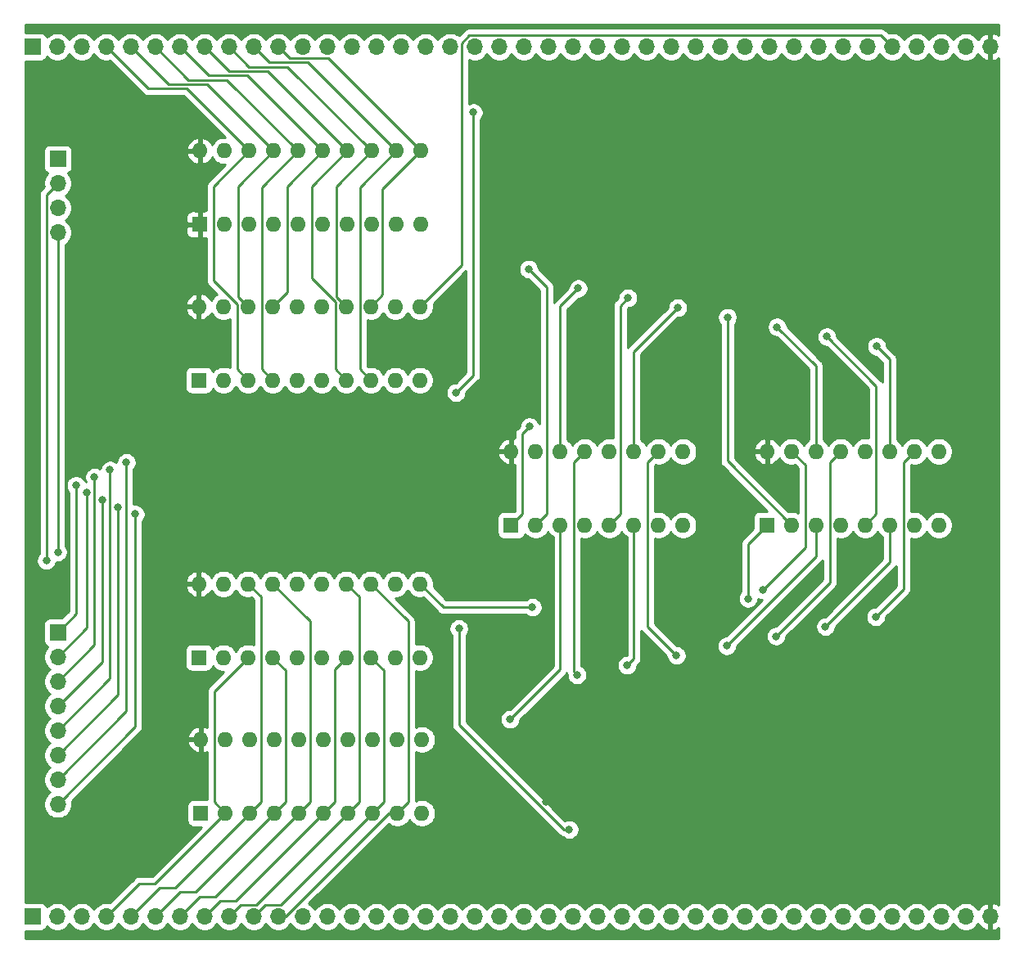
<source format=gbl>
G04 #@! TF.GenerationSoftware,KiCad,Pcbnew,(5.1.9)-1*
G04 #@! TF.CreationDate,2022-07-23T11:33:05-04:00*
G04 #@! TF.ProjectId,xy-register,78792d72-6567-4697-9374-65722e6b6963,2.0*
G04 #@! TF.SameCoordinates,Original*
G04 #@! TF.FileFunction,Copper,L2,Bot*
G04 #@! TF.FilePolarity,Positive*
%FSLAX46Y46*%
G04 Gerber Fmt 4.6, Leading zero omitted, Abs format (unit mm)*
G04 Created by KiCad (PCBNEW (5.1.9)-1) date 2022-07-23 11:33:05*
%MOMM*%
%LPD*%
G01*
G04 APERTURE LIST*
G04 #@! TA.AperFunction,ComponentPad*
%ADD10O,1.700000X1.700000*%
G04 #@! TD*
G04 #@! TA.AperFunction,ComponentPad*
%ADD11R,1.700000X1.700000*%
G04 #@! TD*
G04 #@! TA.AperFunction,ComponentPad*
%ADD12O,1.600000X1.600000*%
G04 #@! TD*
G04 #@! TA.AperFunction,ComponentPad*
%ADD13R,1.600000X1.600000*%
G04 #@! TD*
G04 #@! TA.AperFunction,ViaPad*
%ADD14C,0.800000*%
G04 #@! TD*
G04 #@! TA.AperFunction,Conductor*
%ADD15C,0.250000*%
G04 #@! TD*
G04 #@! TA.AperFunction,Conductor*
%ADD16C,0.254000*%
G04 #@! TD*
G04 #@! TA.AperFunction,Conductor*
%ADD17C,0.100000*%
G04 #@! TD*
G04 APERTURE END LIST*
D10*
X89000000Y-65220000D03*
X89000000Y-62680000D03*
X89000000Y-60140000D03*
D11*
X89000000Y-57600000D03*
D12*
X103600000Y-101580000D03*
X126460000Y-109200000D03*
X106140000Y-101580000D03*
X123920000Y-109200000D03*
X108680000Y-101580000D03*
X121380000Y-109200000D03*
X111220000Y-101580000D03*
X118840000Y-109200000D03*
X113760000Y-101580000D03*
X116300000Y-109200000D03*
X116300000Y-101580000D03*
X113760000Y-109200000D03*
X118840000Y-101580000D03*
X111220000Y-109200000D03*
X121380000Y-101580000D03*
X108680000Y-109200000D03*
X123920000Y-101580000D03*
X106140000Y-109200000D03*
X126460000Y-101580000D03*
D13*
X103600000Y-109200000D03*
D12*
X162360000Y-87880000D03*
X180140000Y-95500000D03*
X164900000Y-87880000D03*
X177600000Y-95500000D03*
X167440000Y-87880000D03*
X175060000Y-95500000D03*
X169980000Y-87880000D03*
X172520000Y-95500000D03*
X172520000Y-87880000D03*
X169980000Y-95500000D03*
X175060000Y-87880000D03*
X167440000Y-95500000D03*
X177600000Y-87880000D03*
X164900000Y-95500000D03*
X180140000Y-87880000D03*
D13*
X162360000Y-95500000D03*
D12*
X135900000Y-87880000D03*
X153680000Y-95500000D03*
X138440000Y-87880000D03*
X151140000Y-95500000D03*
X140980000Y-87880000D03*
X148600000Y-95500000D03*
X143520000Y-87880000D03*
X146060000Y-95500000D03*
X146060000Y-87880000D03*
X143520000Y-95500000D03*
X148600000Y-87880000D03*
X140980000Y-95500000D03*
X151140000Y-87880000D03*
X138440000Y-95500000D03*
X153680000Y-87880000D03*
D13*
X135900000Y-95500000D03*
D10*
X89000000Y-124380000D03*
X89000000Y-121840000D03*
X89000000Y-119300000D03*
X89000000Y-116760000D03*
X89000000Y-114220000D03*
X89000000Y-111680000D03*
X89000000Y-109140000D03*
D11*
X89000000Y-106600000D03*
D12*
X103700000Y-56780000D03*
X126560000Y-64400000D03*
X106240000Y-56780000D03*
X124020000Y-64400000D03*
X108780000Y-56780000D03*
X121480000Y-64400000D03*
X111320000Y-56780000D03*
X118940000Y-64400000D03*
X113860000Y-56780000D03*
X116400000Y-64400000D03*
X116400000Y-56780000D03*
X113860000Y-64400000D03*
X118940000Y-56780000D03*
X111320000Y-64400000D03*
X121480000Y-56780000D03*
X108780000Y-64400000D03*
X124020000Y-56780000D03*
X106240000Y-64400000D03*
X126560000Y-56780000D03*
D13*
X103700000Y-64400000D03*
D12*
X103600000Y-72880000D03*
X126460000Y-80500000D03*
X106140000Y-72880000D03*
X123920000Y-80500000D03*
X108680000Y-72880000D03*
X121380000Y-80500000D03*
X111220000Y-72880000D03*
X118840000Y-80500000D03*
X113760000Y-72880000D03*
X116300000Y-80500000D03*
X116300000Y-72880000D03*
X113760000Y-80500000D03*
X118840000Y-72880000D03*
X111220000Y-80500000D03*
X121380000Y-72880000D03*
X108680000Y-80500000D03*
X123920000Y-72880000D03*
X106140000Y-80500000D03*
X126460000Y-72880000D03*
D13*
X103600000Y-80500000D03*
D12*
X103800000Y-117680000D03*
X126660000Y-125300000D03*
X106340000Y-117680000D03*
X124120000Y-125300000D03*
X108880000Y-117680000D03*
X121580000Y-125300000D03*
X111420000Y-117680000D03*
X119040000Y-125300000D03*
X113960000Y-117680000D03*
X116500000Y-125300000D03*
X116500000Y-117680000D03*
X113960000Y-125300000D03*
X119040000Y-117680000D03*
X111420000Y-125300000D03*
X121580000Y-117680000D03*
X108880000Y-125300000D03*
X124120000Y-117680000D03*
X106340000Y-125300000D03*
X126660000Y-117680000D03*
D13*
X103800000Y-125300000D03*
D10*
X185460000Y-136000000D03*
X182920000Y-136000000D03*
X180380000Y-136000000D03*
X177840000Y-136000000D03*
X175300000Y-136000000D03*
X172760000Y-136000000D03*
X170220000Y-136000000D03*
X167680000Y-136000000D03*
X165140000Y-136000000D03*
X162600000Y-136000000D03*
X160060000Y-136000000D03*
X157520000Y-136000000D03*
X154980000Y-136000000D03*
X152440000Y-136000000D03*
X149900000Y-136000000D03*
X147360000Y-136000000D03*
X144820000Y-136000000D03*
X142280000Y-136000000D03*
X139740000Y-136000000D03*
X137200000Y-136000000D03*
X134660000Y-136000000D03*
X132120000Y-136000000D03*
X129580000Y-136000000D03*
X127040000Y-136000000D03*
X124500000Y-136000000D03*
X121960000Y-136000000D03*
X119420000Y-136000000D03*
X116880000Y-136000000D03*
X114340000Y-136000000D03*
X111800000Y-136000000D03*
X109260000Y-136000000D03*
X106720000Y-136000000D03*
X104180000Y-136000000D03*
X101640000Y-136000000D03*
X99100000Y-136000000D03*
X96560000Y-136000000D03*
X94020000Y-136000000D03*
X91480000Y-136000000D03*
X88940000Y-136000000D03*
D11*
X86400000Y-136000000D03*
D10*
X185460000Y-46000000D03*
X182920000Y-46000000D03*
X180380000Y-46000000D03*
X177840000Y-46000000D03*
X175300000Y-46000000D03*
X172760000Y-46000000D03*
X170220000Y-46000000D03*
X167680000Y-46000000D03*
X165140000Y-46000000D03*
X162600000Y-46000000D03*
X160060000Y-46000000D03*
X157520000Y-46000000D03*
X154980000Y-46000000D03*
X152440000Y-46000000D03*
X149900000Y-46000000D03*
X147360000Y-46000000D03*
X144820000Y-46000000D03*
X142280000Y-46000000D03*
X139740000Y-46000000D03*
X137200000Y-46000000D03*
X134660000Y-46000000D03*
X132120000Y-46000000D03*
X129580000Y-46000000D03*
X127040000Y-46000000D03*
X124500000Y-46000000D03*
X121960000Y-46000000D03*
X119420000Y-46000000D03*
X116880000Y-46000000D03*
X114340000Y-46000000D03*
X111800000Y-46000000D03*
X109260000Y-46000000D03*
X106720000Y-46000000D03*
X104180000Y-46000000D03*
X101640000Y-46000000D03*
X99100000Y-46000000D03*
X96560000Y-46000000D03*
X94020000Y-46000000D03*
X91480000Y-46000000D03*
X88940000Y-46000000D03*
D11*
X86400000Y-46000000D03*
D14*
X139500000Y-124100000D03*
X139000000Y-57100000D03*
X138100000Y-104000000D03*
X87824999Y-99164999D03*
X130200000Y-81800000D03*
X132000000Y-52800000D03*
X89000001Y-98299999D03*
X130500000Y-106200000D03*
X141900000Y-127000000D03*
X97025001Y-94374999D03*
X96105001Y-89005001D03*
X95225001Y-93625001D03*
X94400000Y-89800000D03*
X93600000Y-92900000D03*
X92800002Y-90525010D03*
X92000002Y-92100000D03*
X90900000Y-91392885D03*
X173700000Y-77000000D03*
X168557142Y-76000000D03*
X163400000Y-75000000D03*
X158271428Y-74000000D03*
X153128571Y-73000000D03*
X147985714Y-72000000D03*
X142842857Y-71000000D03*
X137700000Y-69000000D03*
X173600000Y-105000000D03*
X168400000Y-106000000D03*
X163300000Y-107000000D03*
X158200000Y-108000000D03*
X153000000Y-109000000D03*
X147900000Y-110000000D03*
X142700000Y-111000000D03*
X135793405Y-115593405D03*
X161900000Y-102200000D03*
X137800000Y-85300000D03*
X160400000Y-103100000D03*
D15*
X130755001Y-68584999D02*
X126460000Y-72880000D01*
X130755001Y-45644999D02*
X130755001Y-68584999D01*
X131575001Y-44824999D02*
X130755001Y-45644999D01*
X174124999Y-44824999D02*
X131575001Y-44824999D01*
X175300000Y-46000000D02*
X174124999Y-44824999D01*
X128880000Y-104000000D02*
X126460000Y-101580000D01*
X138100000Y-104000000D02*
X128880000Y-104000000D01*
X122605001Y-71654999D02*
X121380000Y-72880000D01*
X122605001Y-60734999D02*
X122605001Y-71654999D01*
X126560000Y-56780000D02*
X122605001Y-60734999D01*
X125245001Y-105445001D02*
X121380000Y-101580000D01*
X125245001Y-124174999D02*
X125245001Y-105445001D01*
X124120000Y-125300000D02*
X125245001Y-124174999D01*
X112545002Y-136000000D02*
X111800000Y-136000000D01*
X123245002Y-125300000D02*
X112545002Y-136000000D01*
X124120000Y-125300000D02*
X123245002Y-125300000D01*
X116955001Y-47175001D02*
X126560000Y-56780000D01*
X112975001Y-47175001D02*
X116955001Y-47175001D01*
X111800000Y-46000000D02*
X112975001Y-47175001D01*
X120254999Y-60545001D02*
X120254999Y-79374999D01*
X120254999Y-79374999D02*
X121380000Y-80500000D01*
X124020000Y-56780000D02*
X120254999Y-60545001D01*
X122705001Y-110525001D02*
X121380000Y-109200000D01*
X122705001Y-124174999D02*
X122705001Y-110525001D01*
X121580000Y-125300000D02*
X122705001Y-124174999D01*
X112055001Y-134824999D02*
X121580000Y-125300000D01*
X110435001Y-134824999D02*
X112055001Y-134824999D01*
X109260000Y-136000000D02*
X110435001Y-134824999D01*
X114865011Y-47625011D02*
X124020000Y-56780000D01*
X110885011Y-47625011D02*
X114865011Y-47625011D01*
X109260000Y-46000000D02*
X110885011Y-47625011D01*
X117814999Y-71854999D02*
X118840000Y-72880000D01*
X117814999Y-60445001D02*
X117814999Y-71854999D01*
X121480000Y-56780000D02*
X117814999Y-60445001D01*
X120165001Y-102905001D02*
X118840000Y-101580000D01*
X120165001Y-124174999D02*
X120165001Y-102905001D01*
X119040000Y-125300000D02*
X120165001Y-124174999D01*
X109515001Y-134824999D02*
X119040000Y-125300000D01*
X107895001Y-134824999D02*
X109515001Y-134824999D01*
X106720000Y-136000000D02*
X107895001Y-134824999D01*
X112775021Y-48075021D02*
X121480000Y-56780000D01*
X108795021Y-48075021D02*
X112775021Y-48075021D01*
X106720000Y-46000000D02*
X108795021Y-48075021D01*
X117714999Y-79374999D02*
X118840000Y-80500000D01*
X117714999Y-72391409D02*
X117714999Y-79374999D01*
X115274999Y-69951409D02*
X117714999Y-72391409D01*
X115274999Y-60445001D02*
X115274999Y-69951409D01*
X118940000Y-56780000D02*
X115274999Y-60445001D01*
X117625001Y-110414999D02*
X118840000Y-109200000D01*
X117625001Y-124174999D02*
X117625001Y-110414999D01*
X116500000Y-125300000D02*
X117625001Y-124174999D01*
X107425011Y-134374989D02*
X116500000Y-125300000D01*
X105805011Y-134374989D02*
X107425011Y-134374989D01*
X104180000Y-136000000D02*
X105805011Y-134374989D01*
X110685031Y-48525031D02*
X118940000Y-56780000D01*
X106705031Y-48525031D02*
X110685031Y-48525031D01*
X104180000Y-46000000D02*
X106705031Y-48525031D01*
X112734999Y-71365001D02*
X111220000Y-72880000D01*
X112734999Y-60445001D02*
X112734999Y-71365001D01*
X116400000Y-56780000D02*
X112734999Y-60445001D01*
X115085001Y-105445001D02*
X111220000Y-101580000D01*
X115085001Y-124174999D02*
X115085001Y-105445001D01*
X113960000Y-125300000D02*
X115085001Y-124174999D01*
X105335020Y-133924980D02*
X113960000Y-125300000D01*
X103715020Y-133924980D02*
X105335020Y-133924980D01*
X101640000Y-136000000D02*
X103715020Y-133924980D01*
X108595041Y-48975041D02*
X116400000Y-56780000D01*
X104615041Y-48975041D02*
X108595041Y-48975041D01*
X101640000Y-46000000D02*
X104615041Y-48975041D01*
X110094999Y-79374999D02*
X111220000Y-80500000D01*
X110094999Y-60545001D02*
X110094999Y-79374999D01*
X113860000Y-56780000D02*
X110094999Y-60545001D01*
X112545001Y-110525001D02*
X111220000Y-109200000D01*
X112545001Y-124174999D02*
X112545001Y-110525001D01*
X111420000Y-125300000D02*
X112545001Y-124174999D01*
X103245030Y-133474970D02*
X111420000Y-125300000D01*
X101625030Y-133474970D02*
X103245030Y-133474970D01*
X99100000Y-136000000D02*
X101625030Y-133474970D01*
X106505051Y-49425051D02*
X113860000Y-56780000D01*
X102525051Y-49425051D02*
X106505051Y-49425051D01*
X99100000Y-46000000D02*
X102525051Y-49425051D01*
X107654999Y-71854999D02*
X108680000Y-72880000D01*
X107654999Y-60445001D02*
X107654999Y-71854999D01*
X111320000Y-56780000D02*
X107654999Y-60445001D01*
X110005001Y-102905001D02*
X108680000Y-101580000D01*
X110005001Y-124174999D02*
X110005001Y-102905001D01*
X108880000Y-125300000D02*
X110005001Y-124174999D01*
X101155040Y-133024960D02*
X108880000Y-125300000D01*
X99535040Y-133024960D02*
X101155040Y-133024960D01*
X96560000Y-136000000D02*
X99535040Y-133024960D01*
X104415061Y-49875061D02*
X111320000Y-56780000D01*
X100435061Y-49875061D02*
X104415061Y-49875061D01*
X96560000Y-46000000D02*
X100435061Y-49875061D01*
X107554999Y-72629997D02*
X107554999Y-79374999D01*
X107554999Y-79374999D02*
X108680000Y-80500000D01*
X105114999Y-70189997D02*
X107554999Y-72629997D01*
X105114999Y-60445001D02*
X105114999Y-70189997D01*
X108780000Y-56780000D02*
X105114999Y-60445001D01*
X105214999Y-112665001D02*
X108680000Y-109200000D01*
X105214999Y-124174999D02*
X105214999Y-112665001D01*
X106340000Y-125300000D02*
X105214999Y-124174999D01*
X99065050Y-132574950D02*
X106340000Y-125300000D01*
X97445050Y-132574950D02*
X99065050Y-132574950D01*
X94020000Y-136000000D02*
X97445050Y-132574950D01*
X102325071Y-50325071D02*
X108780000Y-56780000D01*
X98345071Y-50325071D02*
X102325071Y-50325071D01*
X94020000Y-46000000D02*
X98345071Y-50325071D01*
X87824999Y-61315001D02*
X87824999Y-99164999D01*
X89000000Y-60140000D02*
X87824999Y-61315001D01*
X132000000Y-80000000D02*
X132000000Y-52800000D01*
X130200000Y-81800000D02*
X132000000Y-80000000D01*
X89000000Y-65220000D02*
X89000001Y-66422082D01*
X89000001Y-66422082D02*
X89000001Y-98299999D01*
X141326998Y-127000000D02*
X141900000Y-127000000D01*
X130500000Y-116173002D02*
X141326998Y-127000000D01*
X130500000Y-106200000D02*
X130500000Y-116173002D01*
X97025001Y-116354999D02*
X97025001Y-94374999D01*
X89000000Y-124380000D02*
X97025001Y-116354999D01*
X89000000Y-121840000D02*
X96105001Y-114734999D01*
X96105001Y-114734999D02*
X96105001Y-89005001D01*
X89000000Y-119300000D02*
X95225001Y-113074999D01*
X95225001Y-113074999D02*
X95225001Y-93625001D01*
X89000000Y-116760000D02*
X94400000Y-111360000D01*
X94400000Y-111360000D02*
X94400000Y-89800000D01*
X89000000Y-114220000D02*
X93600000Y-109620000D01*
X93600000Y-109620000D02*
X93600000Y-92900000D01*
X92800002Y-107879998D02*
X92800002Y-90525010D01*
X89000000Y-111680000D02*
X92800002Y-107879998D01*
X89000000Y-109140000D02*
X92000002Y-106139998D01*
X92000002Y-106139998D02*
X92000002Y-92100000D01*
X90900000Y-104700000D02*
X90900000Y-91392885D01*
X89000000Y-106600000D02*
X90900000Y-104700000D01*
X175060000Y-78360000D02*
X173700000Y-77000000D01*
X175060000Y-87880000D02*
X175060000Y-78360000D01*
X173645001Y-81087859D02*
X168557142Y-76000000D01*
X173645001Y-94374999D02*
X173645001Y-81087859D01*
X172520000Y-95500000D02*
X173645001Y-94374999D01*
X167440000Y-87880000D02*
X167440000Y-79040000D01*
X167440000Y-79040000D02*
X163400000Y-75000000D01*
X158271428Y-88871428D02*
X158271428Y-74000000D01*
X164900000Y-95500000D02*
X158271428Y-88871428D01*
X148600000Y-77528571D02*
X153128571Y-73000000D01*
X148600000Y-87880000D02*
X148600000Y-77528571D01*
X147185001Y-72800713D02*
X147985714Y-72000000D01*
X147185001Y-94374999D02*
X147185001Y-72800713D01*
X146060000Y-95500000D02*
X147185001Y-94374999D01*
X140980000Y-72862857D02*
X142842857Y-71000000D01*
X140980000Y-87880000D02*
X140980000Y-72862857D01*
X139565001Y-70865001D02*
X137700000Y-69000000D01*
X139565001Y-94374999D02*
X139565001Y-70865001D01*
X138440000Y-95500000D02*
X139565001Y-94374999D01*
X176474999Y-102125001D02*
X173600000Y-105000000D01*
X176474999Y-89005001D02*
X176474999Y-102125001D01*
X177600000Y-87880000D02*
X176474999Y-89005001D01*
X175060000Y-95500000D02*
X175060000Y-99340000D01*
X175060000Y-99340000D02*
X168400000Y-106000000D01*
X168854999Y-101445001D02*
X163300000Y-107000000D01*
X168854999Y-89005001D02*
X168854999Y-101445001D01*
X169980000Y-87880000D02*
X168854999Y-89005001D01*
X167440000Y-98760000D02*
X158200000Y-108000000D01*
X167440000Y-95500000D02*
X167440000Y-98760000D01*
X150014999Y-106014999D02*
X153000000Y-109000000D01*
X150014999Y-89005001D02*
X150014999Y-106014999D01*
X151140000Y-87880000D02*
X150014999Y-89005001D01*
X148600000Y-109300000D02*
X147900000Y-110000000D01*
X148600000Y-95500000D02*
X148600000Y-109300000D01*
X142394999Y-110694999D02*
X142700000Y-111000000D01*
X142394999Y-89005001D02*
X142394999Y-110694999D01*
X143520000Y-87880000D02*
X142394999Y-89005001D01*
X140980000Y-110406810D02*
X135793405Y-115593405D01*
X140980000Y-95500000D02*
X140980000Y-110406810D01*
X166314999Y-89294999D02*
X164900000Y-87880000D01*
X166314999Y-97785001D02*
X166314999Y-89294999D01*
X161900000Y-102200000D02*
X166314999Y-97785001D01*
X137025001Y-86074999D02*
X137800000Y-85300000D01*
X137025001Y-94374999D02*
X137025001Y-86074999D01*
X135900000Y-95500000D02*
X137025001Y-94374999D01*
X160400000Y-97460000D02*
X162360000Y-95500000D01*
X160400000Y-103100000D02*
X160400000Y-97460000D01*
D16*
X186315000Y-44794057D02*
X186226920Y-44728359D01*
X185964099Y-44603175D01*
X185816890Y-44558524D01*
X185587000Y-44679845D01*
X185587000Y-45873000D01*
X185607000Y-45873000D01*
X185607000Y-46127000D01*
X185587000Y-46127000D01*
X185587000Y-47320155D01*
X185816890Y-47441476D01*
X185964099Y-47396825D01*
X186226920Y-47271641D01*
X186315000Y-47205943D01*
X186315001Y-134794058D01*
X186226920Y-134728359D01*
X185964099Y-134603175D01*
X185816890Y-134558524D01*
X185587000Y-134679845D01*
X185587000Y-135873000D01*
X185607000Y-135873000D01*
X185607000Y-136127000D01*
X185587000Y-136127000D01*
X185587000Y-137320155D01*
X185816890Y-137441476D01*
X185964099Y-137396825D01*
X186226920Y-137271641D01*
X186315001Y-137205942D01*
X186315001Y-138315000D01*
X85685000Y-138315000D01*
X85685000Y-137488072D01*
X87250000Y-137488072D01*
X87374482Y-137475812D01*
X87494180Y-137439502D01*
X87604494Y-137380537D01*
X87701185Y-137301185D01*
X87780537Y-137204494D01*
X87839502Y-137094180D01*
X87861513Y-137021620D01*
X87993368Y-137153475D01*
X88236589Y-137315990D01*
X88506842Y-137427932D01*
X88793740Y-137485000D01*
X89086260Y-137485000D01*
X89373158Y-137427932D01*
X89643411Y-137315990D01*
X89886632Y-137153475D01*
X90093475Y-136946632D01*
X90210000Y-136772240D01*
X90326525Y-136946632D01*
X90533368Y-137153475D01*
X90776589Y-137315990D01*
X91046842Y-137427932D01*
X91333740Y-137485000D01*
X91626260Y-137485000D01*
X91913158Y-137427932D01*
X92183411Y-137315990D01*
X92426632Y-137153475D01*
X92633475Y-136946632D01*
X92750000Y-136772240D01*
X92866525Y-136946632D01*
X93073368Y-137153475D01*
X93316589Y-137315990D01*
X93586842Y-137427932D01*
X93873740Y-137485000D01*
X94166260Y-137485000D01*
X94453158Y-137427932D01*
X94723411Y-137315990D01*
X94966632Y-137153475D01*
X95173475Y-136946632D01*
X95290000Y-136772240D01*
X95406525Y-136946632D01*
X95613368Y-137153475D01*
X95856589Y-137315990D01*
X96126842Y-137427932D01*
X96413740Y-137485000D01*
X96706260Y-137485000D01*
X96993158Y-137427932D01*
X97263411Y-137315990D01*
X97506632Y-137153475D01*
X97713475Y-136946632D01*
X97830000Y-136772240D01*
X97946525Y-136946632D01*
X98153368Y-137153475D01*
X98396589Y-137315990D01*
X98666842Y-137427932D01*
X98953740Y-137485000D01*
X99246260Y-137485000D01*
X99533158Y-137427932D01*
X99803411Y-137315990D01*
X100046632Y-137153475D01*
X100253475Y-136946632D01*
X100370000Y-136772240D01*
X100486525Y-136946632D01*
X100693368Y-137153475D01*
X100936589Y-137315990D01*
X101206842Y-137427932D01*
X101493740Y-137485000D01*
X101786260Y-137485000D01*
X102073158Y-137427932D01*
X102343411Y-137315990D01*
X102586632Y-137153475D01*
X102793475Y-136946632D01*
X102910000Y-136772240D01*
X103026525Y-136946632D01*
X103233368Y-137153475D01*
X103476589Y-137315990D01*
X103746842Y-137427932D01*
X104033740Y-137485000D01*
X104326260Y-137485000D01*
X104613158Y-137427932D01*
X104883411Y-137315990D01*
X105126632Y-137153475D01*
X105333475Y-136946632D01*
X105450000Y-136772240D01*
X105566525Y-136946632D01*
X105773368Y-137153475D01*
X106016589Y-137315990D01*
X106286842Y-137427932D01*
X106573740Y-137485000D01*
X106866260Y-137485000D01*
X107153158Y-137427932D01*
X107423411Y-137315990D01*
X107666632Y-137153475D01*
X107873475Y-136946632D01*
X107990000Y-136772240D01*
X108106525Y-136946632D01*
X108313368Y-137153475D01*
X108556589Y-137315990D01*
X108826842Y-137427932D01*
X109113740Y-137485000D01*
X109406260Y-137485000D01*
X109693158Y-137427932D01*
X109963411Y-137315990D01*
X110206632Y-137153475D01*
X110413475Y-136946632D01*
X110530000Y-136772240D01*
X110646525Y-136946632D01*
X110853368Y-137153475D01*
X111096589Y-137315990D01*
X111366842Y-137427932D01*
X111653740Y-137485000D01*
X111946260Y-137485000D01*
X112233158Y-137427932D01*
X112503411Y-137315990D01*
X112746632Y-137153475D01*
X112953475Y-136946632D01*
X113070000Y-136772240D01*
X113186525Y-136946632D01*
X113393368Y-137153475D01*
X113636589Y-137315990D01*
X113906842Y-137427932D01*
X114193740Y-137485000D01*
X114486260Y-137485000D01*
X114773158Y-137427932D01*
X115043411Y-137315990D01*
X115286632Y-137153475D01*
X115493475Y-136946632D01*
X115610000Y-136772240D01*
X115726525Y-136946632D01*
X115933368Y-137153475D01*
X116176589Y-137315990D01*
X116446842Y-137427932D01*
X116733740Y-137485000D01*
X117026260Y-137485000D01*
X117313158Y-137427932D01*
X117583411Y-137315990D01*
X117826632Y-137153475D01*
X118033475Y-136946632D01*
X118150000Y-136772240D01*
X118266525Y-136946632D01*
X118473368Y-137153475D01*
X118716589Y-137315990D01*
X118986842Y-137427932D01*
X119273740Y-137485000D01*
X119566260Y-137485000D01*
X119853158Y-137427932D01*
X120123411Y-137315990D01*
X120366632Y-137153475D01*
X120573475Y-136946632D01*
X120690000Y-136772240D01*
X120806525Y-136946632D01*
X121013368Y-137153475D01*
X121256589Y-137315990D01*
X121526842Y-137427932D01*
X121813740Y-137485000D01*
X122106260Y-137485000D01*
X122393158Y-137427932D01*
X122663411Y-137315990D01*
X122906632Y-137153475D01*
X123113475Y-136946632D01*
X123230000Y-136772240D01*
X123346525Y-136946632D01*
X123553368Y-137153475D01*
X123796589Y-137315990D01*
X124066842Y-137427932D01*
X124353740Y-137485000D01*
X124646260Y-137485000D01*
X124933158Y-137427932D01*
X125203411Y-137315990D01*
X125446632Y-137153475D01*
X125653475Y-136946632D01*
X125770000Y-136772240D01*
X125886525Y-136946632D01*
X126093368Y-137153475D01*
X126336589Y-137315990D01*
X126606842Y-137427932D01*
X126893740Y-137485000D01*
X127186260Y-137485000D01*
X127473158Y-137427932D01*
X127743411Y-137315990D01*
X127986632Y-137153475D01*
X128193475Y-136946632D01*
X128310000Y-136772240D01*
X128426525Y-136946632D01*
X128633368Y-137153475D01*
X128876589Y-137315990D01*
X129146842Y-137427932D01*
X129433740Y-137485000D01*
X129726260Y-137485000D01*
X130013158Y-137427932D01*
X130283411Y-137315990D01*
X130526632Y-137153475D01*
X130733475Y-136946632D01*
X130850000Y-136772240D01*
X130966525Y-136946632D01*
X131173368Y-137153475D01*
X131416589Y-137315990D01*
X131686842Y-137427932D01*
X131973740Y-137485000D01*
X132266260Y-137485000D01*
X132553158Y-137427932D01*
X132823411Y-137315990D01*
X133066632Y-137153475D01*
X133273475Y-136946632D01*
X133390000Y-136772240D01*
X133506525Y-136946632D01*
X133713368Y-137153475D01*
X133956589Y-137315990D01*
X134226842Y-137427932D01*
X134513740Y-137485000D01*
X134806260Y-137485000D01*
X135093158Y-137427932D01*
X135363411Y-137315990D01*
X135606632Y-137153475D01*
X135813475Y-136946632D01*
X135930000Y-136772240D01*
X136046525Y-136946632D01*
X136253368Y-137153475D01*
X136496589Y-137315990D01*
X136766842Y-137427932D01*
X137053740Y-137485000D01*
X137346260Y-137485000D01*
X137633158Y-137427932D01*
X137903411Y-137315990D01*
X138146632Y-137153475D01*
X138353475Y-136946632D01*
X138470000Y-136772240D01*
X138586525Y-136946632D01*
X138793368Y-137153475D01*
X139036589Y-137315990D01*
X139306842Y-137427932D01*
X139593740Y-137485000D01*
X139886260Y-137485000D01*
X140173158Y-137427932D01*
X140443411Y-137315990D01*
X140686632Y-137153475D01*
X140893475Y-136946632D01*
X141010000Y-136772240D01*
X141126525Y-136946632D01*
X141333368Y-137153475D01*
X141576589Y-137315990D01*
X141846842Y-137427932D01*
X142133740Y-137485000D01*
X142426260Y-137485000D01*
X142713158Y-137427932D01*
X142983411Y-137315990D01*
X143226632Y-137153475D01*
X143433475Y-136946632D01*
X143550000Y-136772240D01*
X143666525Y-136946632D01*
X143873368Y-137153475D01*
X144116589Y-137315990D01*
X144386842Y-137427932D01*
X144673740Y-137485000D01*
X144966260Y-137485000D01*
X145253158Y-137427932D01*
X145523411Y-137315990D01*
X145766632Y-137153475D01*
X145973475Y-136946632D01*
X146090000Y-136772240D01*
X146206525Y-136946632D01*
X146413368Y-137153475D01*
X146656589Y-137315990D01*
X146926842Y-137427932D01*
X147213740Y-137485000D01*
X147506260Y-137485000D01*
X147793158Y-137427932D01*
X148063411Y-137315990D01*
X148306632Y-137153475D01*
X148513475Y-136946632D01*
X148630000Y-136772240D01*
X148746525Y-136946632D01*
X148953368Y-137153475D01*
X149196589Y-137315990D01*
X149466842Y-137427932D01*
X149753740Y-137485000D01*
X150046260Y-137485000D01*
X150333158Y-137427932D01*
X150603411Y-137315990D01*
X150846632Y-137153475D01*
X151053475Y-136946632D01*
X151170000Y-136772240D01*
X151286525Y-136946632D01*
X151493368Y-137153475D01*
X151736589Y-137315990D01*
X152006842Y-137427932D01*
X152293740Y-137485000D01*
X152586260Y-137485000D01*
X152873158Y-137427932D01*
X153143411Y-137315990D01*
X153386632Y-137153475D01*
X153593475Y-136946632D01*
X153710000Y-136772240D01*
X153826525Y-136946632D01*
X154033368Y-137153475D01*
X154276589Y-137315990D01*
X154546842Y-137427932D01*
X154833740Y-137485000D01*
X155126260Y-137485000D01*
X155413158Y-137427932D01*
X155683411Y-137315990D01*
X155926632Y-137153475D01*
X156133475Y-136946632D01*
X156250000Y-136772240D01*
X156366525Y-136946632D01*
X156573368Y-137153475D01*
X156816589Y-137315990D01*
X157086842Y-137427932D01*
X157373740Y-137485000D01*
X157666260Y-137485000D01*
X157953158Y-137427932D01*
X158223411Y-137315990D01*
X158466632Y-137153475D01*
X158673475Y-136946632D01*
X158790000Y-136772240D01*
X158906525Y-136946632D01*
X159113368Y-137153475D01*
X159356589Y-137315990D01*
X159626842Y-137427932D01*
X159913740Y-137485000D01*
X160206260Y-137485000D01*
X160493158Y-137427932D01*
X160763411Y-137315990D01*
X161006632Y-137153475D01*
X161213475Y-136946632D01*
X161330000Y-136772240D01*
X161446525Y-136946632D01*
X161653368Y-137153475D01*
X161896589Y-137315990D01*
X162166842Y-137427932D01*
X162453740Y-137485000D01*
X162746260Y-137485000D01*
X163033158Y-137427932D01*
X163303411Y-137315990D01*
X163546632Y-137153475D01*
X163753475Y-136946632D01*
X163870000Y-136772240D01*
X163986525Y-136946632D01*
X164193368Y-137153475D01*
X164436589Y-137315990D01*
X164706842Y-137427932D01*
X164993740Y-137485000D01*
X165286260Y-137485000D01*
X165573158Y-137427932D01*
X165843411Y-137315990D01*
X166086632Y-137153475D01*
X166293475Y-136946632D01*
X166410000Y-136772240D01*
X166526525Y-136946632D01*
X166733368Y-137153475D01*
X166976589Y-137315990D01*
X167246842Y-137427932D01*
X167533740Y-137485000D01*
X167826260Y-137485000D01*
X168113158Y-137427932D01*
X168383411Y-137315990D01*
X168626632Y-137153475D01*
X168833475Y-136946632D01*
X168950000Y-136772240D01*
X169066525Y-136946632D01*
X169273368Y-137153475D01*
X169516589Y-137315990D01*
X169786842Y-137427932D01*
X170073740Y-137485000D01*
X170366260Y-137485000D01*
X170653158Y-137427932D01*
X170923411Y-137315990D01*
X171166632Y-137153475D01*
X171373475Y-136946632D01*
X171490000Y-136772240D01*
X171606525Y-136946632D01*
X171813368Y-137153475D01*
X172056589Y-137315990D01*
X172326842Y-137427932D01*
X172613740Y-137485000D01*
X172906260Y-137485000D01*
X173193158Y-137427932D01*
X173463411Y-137315990D01*
X173706632Y-137153475D01*
X173913475Y-136946632D01*
X174030000Y-136772240D01*
X174146525Y-136946632D01*
X174353368Y-137153475D01*
X174596589Y-137315990D01*
X174866842Y-137427932D01*
X175153740Y-137485000D01*
X175446260Y-137485000D01*
X175733158Y-137427932D01*
X176003411Y-137315990D01*
X176246632Y-137153475D01*
X176453475Y-136946632D01*
X176570000Y-136772240D01*
X176686525Y-136946632D01*
X176893368Y-137153475D01*
X177136589Y-137315990D01*
X177406842Y-137427932D01*
X177693740Y-137485000D01*
X177986260Y-137485000D01*
X178273158Y-137427932D01*
X178543411Y-137315990D01*
X178786632Y-137153475D01*
X178993475Y-136946632D01*
X179110000Y-136772240D01*
X179226525Y-136946632D01*
X179433368Y-137153475D01*
X179676589Y-137315990D01*
X179946842Y-137427932D01*
X180233740Y-137485000D01*
X180526260Y-137485000D01*
X180813158Y-137427932D01*
X181083411Y-137315990D01*
X181326632Y-137153475D01*
X181533475Y-136946632D01*
X181650000Y-136772240D01*
X181766525Y-136946632D01*
X181973368Y-137153475D01*
X182216589Y-137315990D01*
X182486842Y-137427932D01*
X182773740Y-137485000D01*
X183066260Y-137485000D01*
X183353158Y-137427932D01*
X183623411Y-137315990D01*
X183866632Y-137153475D01*
X184073475Y-136946632D01*
X184195195Y-136764466D01*
X184264822Y-136881355D01*
X184459731Y-137097588D01*
X184693080Y-137271641D01*
X184955901Y-137396825D01*
X185103110Y-137441476D01*
X185333000Y-137320155D01*
X185333000Y-136127000D01*
X185313000Y-136127000D01*
X185313000Y-135873000D01*
X185333000Y-135873000D01*
X185333000Y-134679845D01*
X185103110Y-134558524D01*
X184955901Y-134603175D01*
X184693080Y-134728359D01*
X184459731Y-134902412D01*
X184264822Y-135118645D01*
X184195195Y-135235534D01*
X184073475Y-135053368D01*
X183866632Y-134846525D01*
X183623411Y-134684010D01*
X183353158Y-134572068D01*
X183066260Y-134515000D01*
X182773740Y-134515000D01*
X182486842Y-134572068D01*
X182216589Y-134684010D01*
X181973368Y-134846525D01*
X181766525Y-135053368D01*
X181650000Y-135227760D01*
X181533475Y-135053368D01*
X181326632Y-134846525D01*
X181083411Y-134684010D01*
X180813158Y-134572068D01*
X180526260Y-134515000D01*
X180233740Y-134515000D01*
X179946842Y-134572068D01*
X179676589Y-134684010D01*
X179433368Y-134846525D01*
X179226525Y-135053368D01*
X179110000Y-135227760D01*
X178993475Y-135053368D01*
X178786632Y-134846525D01*
X178543411Y-134684010D01*
X178273158Y-134572068D01*
X177986260Y-134515000D01*
X177693740Y-134515000D01*
X177406842Y-134572068D01*
X177136589Y-134684010D01*
X176893368Y-134846525D01*
X176686525Y-135053368D01*
X176570000Y-135227760D01*
X176453475Y-135053368D01*
X176246632Y-134846525D01*
X176003411Y-134684010D01*
X175733158Y-134572068D01*
X175446260Y-134515000D01*
X175153740Y-134515000D01*
X174866842Y-134572068D01*
X174596589Y-134684010D01*
X174353368Y-134846525D01*
X174146525Y-135053368D01*
X174030000Y-135227760D01*
X173913475Y-135053368D01*
X173706632Y-134846525D01*
X173463411Y-134684010D01*
X173193158Y-134572068D01*
X172906260Y-134515000D01*
X172613740Y-134515000D01*
X172326842Y-134572068D01*
X172056589Y-134684010D01*
X171813368Y-134846525D01*
X171606525Y-135053368D01*
X171490000Y-135227760D01*
X171373475Y-135053368D01*
X171166632Y-134846525D01*
X170923411Y-134684010D01*
X170653158Y-134572068D01*
X170366260Y-134515000D01*
X170073740Y-134515000D01*
X169786842Y-134572068D01*
X169516589Y-134684010D01*
X169273368Y-134846525D01*
X169066525Y-135053368D01*
X168950000Y-135227760D01*
X168833475Y-135053368D01*
X168626632Y-134846525D01*
X168383411Y-134684010D01*
X168113158Y-134572068D01*
X167826260Y-134515000D01*
X167533740Y-134515000D01*
X167246842Y-134572068D01*
X166976589Y-134684010D01*
X166733368Y-134846525D01*
X166526525Y-135053368D01*
X166410000Y-135227760D01*
X166293475Y-135053368D01*
X166086632Y-134846525D01*
X165843411Y-134684010D01*
X165573158Y-134572068D01*
X165286260Y-134515000D01*
X164993740Y-134515000D01*
X164706842Y-134572068D01*
X164436589Y-134684010D01*
X164193368Y-134846525D01*
X163986525Y-135053368D01*
X163870000Y-135227760D01*
X163753475Y-135053368D01*
X163546632Y-134846525D01*
X163303411Y-134684010D01*
X163033158Y-134572068D01*
X162746260Y-134515000D01*
X162453740Y-134515000D01*
X162166842Y-134572068D01*
X161896589Y-134684010D01*
X161653368Y-134846525D01*
X161446525Y-135053368D01*
X161330000Y-135227760D01*
X161213475Y-135053368D01*
X161006632Y-134846525D01*
X160763411Y-134684010D01*
X160493158Y-134572068D01*
X160206260Y-134515000D01*
X159913740Y-134515000D01*
X159626842Y-134572068D01*
X159356589Y-134684010D01*
X159113368Y-134846525D01*
X158906525Y-135053368D01*
X158790000Y-135227760D01*
X158673475Y-135053368D01*
X158466632Y-134846525D01*
X158223411Y-134684010D01*
X157953158Y-134572068D01*
X157666260Y-134515000D01*
X157373740Y-134515000D01*
X157086842Y-134572068D01*
X156816589Y-134684010D01*
X156573368Y-134846525D01*
X156366525Y-135053368D01*
X156250000Y-135227760D01*
X156133475Y-135053368D01*
X155926632Y-134846525D01*
X155683411Y-134684010D01*
X155413158Y-134572068D01*
X155126260Y-134515000D01*
X154833740Y-134515000D01*
X154546842Y-134572068D01*
X154276589Y-134684010D01*
X154033368Y-134846525D01*
X153826525Y-135053368D01*
X153710000Y-135227760D01*
X153593475Y-135053368D01*
X153386632Y-134846525D01*
X153143411Y-134684010D01*
X152873158Y-134572068D01*
X152586260Y-134515000D01*
X152293740Y-134515000D01*
X152006842Y-134572068D01*
X151736589Y-134684010D01*
X151493368Y-134846525D01*
X151286525Y-135053368D01*
X151170000Y-135227760D01*
X151053475Y-135053368D01*
X150846632Y-134846525D01*
X150603411Y-134684010D01*
X150333158Y-134572068D01*
X150046260Y-134515000D01*
X149753740Y-134515000D01*
X149466842Y-134572068D01*
X149196589Y-134684010D01*
X148953368Y-134846525D01*
X148746525Y-135053368D01*
X148630000Y-135227760D01*
X148513475Y-135053368D01*
X148306632Y-134846525D01*
X148063411Y-134684010D01*
X147793158Y-134572068D01*
X147506260Y-134515000D01*
X147213740Y-134515000D01*
X146926842Y-134572068D01*
X146656589Y-134684010D01*
X146413368Y-134846525D01*
X146206525Y-135053368D01*
X146090000Y-135227760D01*
X145973475Y-135053368D01*
X145766632Y-134846525D01*
X145523411Y-134684010D01*
X145253158Y-134572068D01*
X144966260Y-134515000D01*
X144673740Y-134515000D01*
X144386842Y-134572068D01*
X144116589Y-134684010D01*
X143873368Y-134846525D01*
X143666525Y-135053368D01*
X143550000Y-135227760D01*
X143433475Y-135053368D01*
X143226632Y-134846525D01*
X142983411Y-134684010D01*
X142713158Y-134572068D01*
X142426260Y-134515000D01*
X142133740Y-134515000D01*
X141846842Y-134572068D01*
X141576589Y-134684010D01*
X141333368Y-134846525D01*
X141126525Y-135053368D01*
X141010000Y-135227760D01*
X140893475Y-135053368D01*
X140686632Y-134846525D01*
X140443411Y-134684010D01*
X140173158Y-134572068D01*
X139886260Y-134515000D01*
X139593740Y-134515000D01*
X139306842Y-134572068D01*
X139036589Y-134684010D01*
X138793368Y-134846525D01*
X138586525Y-135053368D01*
X138470000Y-135227760D01*
X138353475Y-135053368D01*
X138146632Y-134846525D01*
X137903411Y-134684010D01*
X137633158Y-134572068D01*
X137346260Y-134515000D01*
X137053740Y-134515000D01*
X136766842Y-134572068D01*
X136496589Y-134684010D01*
X136253368Y-134846525D01*
X136046525Y-135053368D01*
X135930000Y-135227760D01*
X135813475Y-135053368D01*
X135606632Y-134846525D01*
X135363411Y-134684010D01*
X135093158Y-134572068D01*
X134806260Y-134515000D01*
X134513740Y-134515000D01*
X134226842Y-134572068D01*
X133956589Y-134684010D01*
X133713368Y-134846525D01*
X133506525Y-135053368D01*
X133390000Y-135227760D01*
X133273475Y-135053368D01*
X133066632Y-134846525D01*
X132823411Y-134684010D01*
X132553158Y-134572068D01*
X132266260Y-134515000D01*
X131973740Y-134515000D01*
X131686842Y-134572068D01*
X131416589Y-134684010D01*
X131173368Y-134846525D01*
X130966525Y-135053368D01*
X130850000Y-135227760D01*
X130733475Y-135053368D01*
X130526632Y-134846525D01*
X130283411Y-134684010D01*
X130013158Y-134572068D01*
X129726260Y-134515000D01*
X129433740Y-134515000D01*
X129146842Y-134572068D01*
X128876589Y-134684010D01*
X128633368Y-134846525D01*
X128426525Y-135053368D01*
X128310000Y-135227760D01*
X128193475Y-135053368D01*
X127986632Y-134846525D01*
X127743411Y-134684010D01*
X127473158Y-134572068D01*
X127186260Y-134515000D01*
X126893740Y-134515000D01*
X126606842Y-134572068D01*
X126336589Y-134684010D01*
X126093368Y-134846525D01*
X125886525Y-135053368D01*
X125770000Y-135227760D01*
X125653475Y-135053368D01*
X125446632Y-134846525D01*
X125203411Y-134684010D01*
X124933158Y-134572068D01*
X124646260Y-134515000D01*
X124353740Y-134515000D01*
X124066842Y-134572068D01*
X123796589Y-134684010D01*
X123553368Y-134846525D01*
X123346525Y-135053368D01*
X123230000Y-135227760D01*
X123113475Y-135053368D01*
X122906632Y-134846525D01*
X122663411Y-134684010D01*
X122393158Y-134572068D01*
X122106260Y-134515000D01*
X121813740Y-134515000D01*
X121526842Y-134572068D01*
X121256589Y-134684010D01*
X121013368Y-134846525D01*
X120806525Y-135053368D01*
X120690000Y-135227760D01*
X120573475Y-135053368D01*
X120366632Y-134846525D01*
X120123411Y-134684010D01*
X119853158Y-134572068D01*
X119566260Y-134515000D01*
X119273740Y-134515000D01*
X118986842Y-134572068D01*
X118716589Y-134684010D01*
X118473368Y-134846525D01*
X118266525Y-135053368D01*
X118150000Y-135227760D01*
X118033475Y-135053368D01*
X117826632Y-134846525D01*
X117583411Y-134684010D01*
X117313158Y-134572068D01*
X117026260Y-134515000D01*
X116733740Y-134515000D01*
X116446842Y-134572068D01*
X116176589Y-134684010D01*
X115933368Y-134846525D01*
X115726525Y-135053368D01*
X115610000Y-135227760D01*
X115493475Y-135053368D01*
X115286632Y-134846525D01*
X115043411Y-134684010D01*
X114967314Y-134652490D01*
X123205204Y-126414600D01*
X123205241Y-126414637D01*
X123440273Y-126571680D01*
X123701426Y-126679853D01*
X123978665Y-126735000D01*
X124261335Y-126735000D01*
X124538574Y-126679853D01*
X124799727Y-126571680D01*
X125034759Y-126414637D01*
X125234637Y-126214759D01*
X125390000Y-125982241D01*
X125545363Y-126214759D01*
X125745241Y-126414637D01*
X125980273Y-126571680D01*
X126241426Y-126679853D01*
X126518665Y-126735000D01*
X126801335Y-126735000D01*
X127078574Y-126679853D01*
X127339727Y-126571680D01*
X127574759Y-126414637D01*
X127774637Y-126214759D01*
X127931680Y-125979727D01*
X128039853Y-125718574D01*
X128095000Y-125441335D01*
X128095000Y-125158665D01*
X128039853Y-124881426D01*
X127931680Y-124620273D01*
X127774637Y-124385241D01*
X127574759Y-124185363D01*
X127339727Y-124028320D01*
X127078574Y-123920147D01*
X126801335Y-123865000D01*
X126518665Y-123865000D01*
X126241426Y-123920147D01*
X126005001Y-124018077D01*
X126005001Y-118961923D01*
X126241426Y-119059853D01*
X126518665Y-119115000D01*
X126801335Y-119115000D01*
X127078574Y-119059853D01*
X127339727Y-118951680D01*
X127574759Y-118794637D01*
X127774637Y-118594759D01*
X127931680Y-118359727D01*
X128039853Y-118098574D01*
X128095000Y-117821335D01*
X128095000Y-117538665D01*
X128039853Y-117261426D01*
X127931680Y-117000273D01*
X127774637Y-116765241D01*
X127574759Y-116565363D01*
X127339727Y-116408320D01*
X127078574Y-116300147D01*
X126801335Y-116245000D01*
X126518665Y-116245000D01*
X126241426Y-116300147D01*
X126005001Y-116398077D01*
X126005001Y-110564765D01*
X126041426Y-110579853D01*
X126318665Y-110635000D01*
X126601335Y-110635000D01*
X126878574Y-110579853D01*
X127139727Y-110471680D01*
X127374759Y-110314637D01*
X127574637Y-110114759D01*
X127731680Y-109879727D01*
X127839853Y-109618574D01*
X127895000Y-109341335D01*
X127895000Y-109058665D01*
X127839853Y-108781426D01*
X127731680Y-108520273D01*
X127574637Y-108285241D01*
X127374759Y-108085363D01*
X127139727Y-107928320D01*
X126878574Y-107820147D01*
X126601335Y-107765000D01*
X126318665Y-107765000D01*
X126041426Y-107820147D01*
X126005001Y-107835235D01*
X126005001Y-106098061D01*
X129465000Y-106098061D01*
X129465000Y-106301939D01*
X129504774Y-106501898D01*
X129582795Y-106690256D01*
X129696063Y-106859774D01*
X129740000Y-106903711D01*
X129740001Y-116135670D01*
X129736324Y-116173002D01*
X129740001Y-116210335D01*
X129750998Y-116321988D01*
X129755165Y-116335724D01*
X129794454Y-116465248D01*
X129865026Y-116597278D01*
X129936201Y-116684004D01*
X129960000Y-116713003D01*
X129988998Y-116736801D01*
X140763203Y-127511008D01*
X140786997Y-127540001D01*
X140815990Y-127563795D01*
X140815994Y-127563799D01*
X140886683Y-127621811D01*
X140902722Y-127634974D01*
X141034751Y-127705546D01*
X141178012Y-127749003D01*
X141186087Y-127749798D01*
X141240226Y-127803937D01*
X141409744Y-127917205D01*
X141598102Y-127995226D01*
X141798061Y-128035000D01*
X142001939Y-128035000D01*
X142201898Y-127995226D01*
X142390256Y-127917205D01*
X142559774Y-127803937D01*
X142703937Y-127659774D01*
X142817205Y-127490256D01*
X142895226Y-127301898D01*
X142935000Y-127101939D01*
X142935000Y-126898061D01*
X142895226Y-126698102D01*
X142817205Y-126509744D01*
X142703937Y-126340226D01*
X142559774Y-126196063D01*
X142390256Y-126082795D01*
X142201898Y-126004774D01*
X142001939Y-125965000D01*
X141798061Y-125965000D01*
X141598102Y-126004774D01*
X141462672Y-126060871D01*
X131260000Y-115858201D01*
X131260000Y-106903711D01*
X131303937Y-106859774D01*
X131417205Y-106690256D01*
X131495226Y-106501898D01*
X131535000Y-106301939D01*
X131535000Y-106098061D01*
X131495226Y-105898102D01*
X131417205Y-105709744D01*
X131303937Y-105540226D01*
X131159774Y-105396063D01*
X130990256Y-105282795D01*
X130801898Y-105204774D01*
X130601939Y-105165000D01*
X130398061Y-105165000D01*
X130198102Y-105204774D01*
X130009744Y-105282795D01*
X129840226Y-105396063D01*
X129696063Y-105540226D01*
X129582795Y-105709744D01*
X129504774Y-105898102D01*
X129465000Y-106098061D01*
X126005001Y-106098061D01*
X126005001Y-105482324D01*
X126008677Y-105445001D01*
X126005001Y-105407678D01*
X126005001Y-105407668D01*
X125994004Y-105296015D01*
X125950547Y-105152754D01*
X125879975Y-105020725D01*
X125785002Y-104905000D01*
X125756004Y-104881202D01*
X123889802Y-103015000D01*
X124061335Y-103015000D01*
X124338574Y-102959853D01*
X124599727Y-102851680D01*
X124834759Y-102694637D01*
X125034637Y-102494759D01*
X125190000Y-102262241D01*
X125345363Y-102494759D01*
X125545241Y-102694637D01*
X125780273Y-102851680D01*
X126041426Y-102959853D01*
X126318665Y-103015000D01*
X126601335Y-103015000D01*
X126783886Y-102978688D01*
X128316201Y-104511003D01*
X128339999Y-104540001D01*
X128455724Y-104634974D01*
X128587753Y-104705546D01*
X128731014Y-104749003D01*
X128842667Y-104760000D01*
X128842677Y-104760000D01*
X128880000Y-104763676D01*
X128917323Y-104760000D01*
X137396289Y-104760000D01*
X137440226Y-104803937D01*
X137609744Y-104917205D01*
X137798102Y-104995226D01*
X137998061Y-105035000D01*
X138201939Y-105035000D01*
X138401898Y-104995226D01*
X138590256Y-104917205D01*
X138759774Y-104803937D01*
X138903937Y-104659774D01*
X139017205Y-104490256D01*
X139095226Y-104301898D01*
X139135000Y-104101939D01*
X139135000Y-103898061D01*
X139095226Y-103698102D01*
X139017205Y-103509744D01*
X138903937Y-103340226D01*
X138759774Y-103196063D01*
X138590256Y-103082795D01*
X138401898Y-103004774D01*
X138201939Y-102965000D01*
X137998061Y-102965000D01*
X137798102Y-103004774D01*
X137609744Y-103082795D01*
X137440226Y-103196063D01*
X137396289Y-103240000D01*
X129194802Y-103240000D01*
X127858688Y-101903886D01*
X127895000Y-101721335D01*
X127895000Y-101438665D01*
X127839853Y-101161426D01*
X127731680Y-100900273D01*
X127574637Y-100665241D01*
X127374759Y-100465363D01*
X127139727Y-100308320D01*
X126878574Y-100200147D01*
X126601335Y-100145000D01*
X126318665Y-100145000D01*
X126041426Y-100200147D01*
X125780273Y-100308320D01*
X125545241Y-100465363D01*
X125345363Y-100665241D01*
X125190000Y-100897759D01*
X125034637Y-100665241D01*
X124834759Y-100465363D01*
X124599727Y-100308320D01*
X124338574Y-100200147D01*
X124061335Y-100145000D01*
X123778665Y-100145000D01*
X123501426Y-100200147D01*
X123240273Y-100308320D01*
X123005241Y-100465363D01*
X122805363Y-100665241D01*
X122650000Y-100897759D01*
X122494637Y-100665241D01*
X122294759Y-100465363D01*
X122059727Y-100308320D01*
X121798574Y-100200147D01*
X121521335Y-100145000D01*
X121238665Y-100145000D01*
X120961426Y-100200147D01*
X120700273Y-100308320D01*
X120465241Y-100465363D01*
X120265363Y-100665241D01*
X120110000Y-100897759D01*
X119954637Y-100665241D01*
X119754759Y-100465363D01*
X119519727Y-100308320D01*
X119258574Y-100200147D01*
X118981335Y-100145000D01*
X118698665Y-100145000D01*
X118421426Y-100200147D01*
X118160273Y-100308320D01*
X117925241Y-100465363D01*
X117725363Y-100665241D01*
X117570000Y-100897759D01*
X117414637Y-100665241D01*
X117214759Y-100465363D01*
X116979727Y-100308320D01*
X116718574Y-100200147D01*
X116441335Y-100145000D01*
X116158665Y-100145000D01*
X115881426Y-100200147D01*
X115620273Y-100308320D01*
X115385241Y-100465363D01*
X115185363Y-100665241D01*
X115030000Y-100897759D01*
X114874637Y-100665241D01*
X114674759Y-100465363D01*
X114439727Y-100308320D01*
X114178574Y-100200147D01*
X113901335Y-100145000D01*
X113618665Y-100145000D01*
X113341426Y-100200147D01*
X113080273Y-100308320D01*
X112845241Y-100465363D01*
X112645363Y-100665241D01*
X112490000Y-100897759D01*
X112334637Y-100665241D01*
X112134759Y-100465363D01*
X111899727Y-100308320D01*
X111638574Y-100200147D01*
X111361335Y-100145000D01*
X111078665Y-100145000D01*
X110801426Y-100200147D01*
X110540273Y-100308320D01*
X110305241Y-100465363D01*
X110105363Y-100665241D01*
X109950000Y-100897759D01*
X109794637Y-100665241D01*
X109594759Y-100465363D01*
X109359727Y-100308320D01*
X109098574Y-100200147D01*
X108821335Y-100145000D01*
X108538665Y-100145000D01*
X108261426Y-100200147D01*
X108000273Y-100308320D01*
X107765241Y-100465363D01*
X107565363Y-100665241D01*
X107410000Y-100897759D01*
X107254637Y-100665241D01*
X107054759Y-100465363D01*
X106819727Y-100308320D01*
X106558574Y-100200147D01*
X106281335Y-100145000D01*
X105998665Y-100145000D01*
X105721426Y-100200147D01*
X105460273Y-100308320D01*
X105225241Y-100465363D01*
X105025363Y-100665241D01*
X104868320Y-100900273D01*
X104863933Y-100910865D01*
X104752385Y-100724869D01*
X104563414Y-100516481D01*
X104337420Y-100348963D01*
X104083087Y-100228754D01*
X103949039Y-100188096D01*
X103727000Y-100310085D01*
X103727000Y-101453000D01*
X103747000Y-101453000D01*
X103747000Y-101707000D01*
X103727000Y-101707000D01*
X103727000Y-102849915D01*
X103949039Y-102971904D01*
X104083087Y-102931246D01*
X104337420Y-102811037D01*
X104563414Y-102643519D01*
X104752385Y-102435131D01*
X104863933Y-102249135D01*
X104868320Y-102259727D01*
X105025363Y-102494759D01*
X105225241Y-102694637D01*
X105460273Y-102851680D01*
X105721426Y-102959853D01*
X105998665Y-103015000D01*
X106281335Y-103015000D01*
X106558574Y-102959853D01*
X106819727Y-102851680D01*
X107054759Y-102694637D01*
X107254637Y-102494759D01*
X107410000Y-102262241D01*
X107565363Y-102494759D01*
X107765241Y-102694637D01*
X108000273Y-102851680D01*
X108261426Y-102959853D01*
X108538665Y-103015000D01*
X108821335Y-103015000D01*
X109003886Y-102978688D01*
X109245002Y-103219805D01*
X109245002Y-107880799D01*
X109098574Y-107820147D01*
X108821335Y-107765000D01*
X108538665Y-107765000D01*
X108261426Y-107820147D01*
X108000273Y-107928320D01*
X107765241Y-108085363D01*
X107565363Y-108285241D01*
X107410000Y-108517759D01*
X107254637Y-108285241D01*
X107054759Y-108085363D01*
X106819727Y-107928320D01*
X106558574Y-107820147D01*
X106281335Y-107765000D01*
X105998665Y-107765000D01*
X105721426Y-107820147D01*
X105460273Y-107928320D01*
X105225241Y-108085363D01*
X105026643Y-108283961D01*
X105025812Y-108275518D01*
X104989502Y-108155820D01*
X104930537Y-108045506D01*
X104851185Y-107948815D01*
X104754494Y-107869463D01*
X104644180Y-107810498D01*
X104524482Y-107774188D01*
X104400000Y-107761928D01*
X102800000Y-107761928D01*
X102675518Y-107774188D01*
X102555820Y-107810498D01*
X102445506Y-107869463D01*
X102348815Y-107948815D01*
X102269463Y-108045506D01*
X102210498Y-108155820D01*
X102174188Y-108275518D01*
X102161928Y-108400000D01*
X102161928Y-110000000D01*
X102174188Y-110124482D01*
X102210498Y-110244180D01*
X102269463Y-110354494D01*
X102348815Y-110451185D01*
X102445506Y-110530537D01*
X102555820Y-110589502D01*
X102675518Y-110625812D01*
X102800000Y-110638072D01*
X104400000Y-110638072D01*
X104524482Y-110625812D01*
X104644180Y-110589502D01*
X104754494Y-110530537D01*
X104851185Y-110451185D01*
X104930537Y-110354494D01*
X104989502Y-110244180D01*
X105025812Y-110124482D01*
X105026643Y-110116039D01*
X105225241Y-110314637D01*
X105460273Y-110471680D01*
X105721426Y-110579853D01*
X105998665Y-110635000D01*
X106170198Y-110635000D01*
X104703997Y-112101202D01*
X104674999Y-112125000D01*
X104651201Y-112153998D01*
X104651200Y-112153999D01*
X104580025Y-112240725D01*
X104509453Y-112372755D01*
X104465997Y-112516016D01*
X104451323Y-112665001D01*
X104455000Y-112702333D01*
X104455000Y-116410008D01*
X104283087Y-116328754D01*
X104149039Y-116288096D01*
X103927000Y-116410085D01*
X103927000Y-117553000D01*
X103947000Y-117553000D01*
X103947000Y-117807000D01*
X103927000Y-117807000D01*
X103927000Y-118949915D01*
X104149039Y-119071904D01*
X104283087Y-119031246D01*
X104454999Y-118949993D01*
X104454999Y-123861928D01*
X103000000Y-123861928D01*
X102875518Y-123874188D01*
X102755820Y-123910498D01*
X102645506Y-123969463D01*
X102548815Y-124048815D01*
X102469463Y-124145506D01*
X102410498Y-124255820D01*
X102374188Y-124375518D01*
X102361928Y-124500000D01*
X102361928Y-126100000D01*
X102374188Y-126224482D01*
X102410498Y-126344180D01*
X102469463Y-126454494D01*
X102548815Y-126551185D01*
X102645506Y-126630537D01*
X102755820Y-126689502D01*
X102875518Y-126725812D01*
X103000000Y-126738072D01*
X103827126Y-126738072D01*
X98750249Y-131814950D01*
X97482372Y-131814950D01*
X97445049Y-131811274D01*
X97407726Y-131814950D01*
X97407717Y-131814950D01*
X97296064Y-131825947D01*
X97152803Y-131869404D01*
X97020774Y-131939976D01*
X96905049Y-132034949D01*
X96881251Y-132063947D01*
X94386408Y-134558791D01*
X94166260Y-134515000D01*
X93873740Y-134515000D01*
X93586842Y-134572068D01*
X93316589Y-134684010D01*
X93073368Y-134846525D01*
X92866525Y-135053368D01*
X92750000Y-135227760D01*
X92633475Y-135053368D01*
X92426632Y-134846525D01*
X92183411Y-134684010D01*
X91913158Y-134572068D01*
X91626260Y-134515000D01*
X91333740Y-134515000D01*
X91046842Y-134572068D01*
X90776589Y-134684010D01*
X90533368Y-134846525D01*
X90326525Y-135053368D01*
X90210000Y-135227760D01*
X90093475Y-135053368D01*
X89886632Y-134846525D01*
X89643411Y-134684010D01*
X89373158Y-134572068D01*
X89086260Y-134515000D01*
X88793740Y-134515000D01*
X88506842Y-134572068D01*
X88236589Y-134684010D01*
X87993368Y-134846525D01*
X87861513Y-134978380D01*
X87839502Y-134905820D01*
X87780537Y-134795506D01*
X87701185Y-134698815D01*
X87604494Y-134619463D01*
X87494180Y-134560498D01*
X87374482Y-134524188D01*
X87250000Y-134511928D01*
X85685000Y-134511928D01*
X85685000Y-105750000D01*
X87511928Y-105750000D01*
X87511928Y-107450000D01*
X87524188Y-107574482D01*
X87560498Y-107694180D01*
X87619463Y-107804494D01*
X87698815Y-107901185D01*
X87795506Y-107980537D01*
X87905820Y-108039502D01*
X87978380Y-108061513D01*
X87846525Y-108193368D01*
X87684010Y-108436589D01*
X87572068Y-108706842D01*
X87515000Y-108993740D01*
X87515000Y-109286260D01*
X87572068Y-109573158D01*
X87684010Y-109843411D01*
X87846525Y-110086632D01*
X88053368Y-110293475D01*
X88227760Y-110410000D01*
X88053368Y-110526525D01*
X87846525Y-110733368D01*
X87684010Y-110976589D01*
X87572068Y-111246842D01*
X87515000Y-111533740D01*
X87515000Y-111826260D01*
X87572068Y-112113158D01*
X87684010Y-112383411D01*
X87846525Y-112626632D01*
X88053368Y-112833475D01*
X88227760Y-112950000D01*
X88053368Y-113066525D01*
X87846525Y-113273368D01*
X87684010Y-113516589D01*
X87572068Y-113786842D01*
X87515000Y-114073740D01*
X87515000Y-114366260D01*
X87572068Y-114653158D01*
X87684010Y-114923411D01*
X87846525Y-115166632D01*
X88053368Y-115373475D01*
X88227760Y-115490000D01*
X88053368Y-115606525D01*
X87846525Y-115813368D01*
X87684010Y-116056589D01*
X87572068Y-116326842D01*
X87515000Y-116613740D01*
X87515000Y-116906260D01*
X87572068Y-117193158D01*
X87684010Y-117463411D01*
X87846525Y-117706632D01*
X88053368Y-117913475D01*
X88227760Y-118030000D01*
X88053368Y-118146525D01*
X87846525Y-118353368D01*
X87684010Y-118596589D01*
X87572068Y-118866842D01*
X87515000Y-119153740D01*
X87515000Y-119446260D01*
X87572068Y-119733158D01*
X87684010Y-120003411D01*
X87846525Y-120246632D01*
X88053368Y-120453475D01*
X88227760Y-120570000D01*
X88053368Y-120686525D01*
X87846525Y-120893368D01*
X87684010Y-121136589D01*
X87572068Y-121406842D01*
X87515000Y-121693740D01*
X87515000Y-121986260D01*
X87572068Y-122273158D01*
X87684010Y-122543411D01*
X87846525Y-122786632D01*
X88053368Y-122993475D01*
X88227760Y-123110000D01*
X88053368Y-123226525D01*
X87846525Y-123433368D01*
X87684010Y-123676589D01*
X87572068Y-123946842D01*
X87515000Y-124233740D01*
X87515000Y-124526260D01*
X87572068Y-124813158D01*
X87684010Y-125083411D01*
X87846525Y-125326632D01*
X88053368Y-125533475D01*
X88296589Y-125695990D01*
X88566842Y-125807932D01*
X88853740Y-125865000D01*
X89146260Y-125865000D01*
X89433158Y-125807932D01*
X89703411Y-125695990D01*
X89946632Y-125533475D01*
X90153475Y-125326632D01*
X90315990Y-125083411D01*
X90427932Y-124813158D01*
X90485000Y-124526260D01*
X90485000Y-124233740D01*
X90441209Y-124013592D01*
X96425761Y-118029040D01*
X102408091Y-118029040D01*
X102502930Y-118293881D01*
X102647615Y-118535131D01*
X102836586Y-118743519D01*
X103062580Y-118911037D01*
X103316913Y-119031246D01*
X103450961Y-119071904D01*
X103673000Y-118949915D01*
X103673000Y-117807000D01*
X102529376Y-117807000D01*
X102408091Y-118029040D01*
X96425761Y-118029040D01*
X97123841Y-117330960D01*
X102408091Y-117330960D01*
X102529376Y-117553000D01*
X103673000Y-117553000D01*
X103673000Y-116410085D01*
X103450961Y-116288096D01*
X103316913Y-116328754D01*
X103062580Y-116448963D01*
X102836586Y-116616481D01*
X102647615Y-116824869D01*
X102502930Y-117066119D01*
X102408091Y-117330960D01*
X97123841Y-117330960D01*
X97536005Y-116918797D01*
X97565002Y-116895000D01*
X97659975Y-116779275D01*
X97730547Y-116647246D01*
X97774004Y-116503985D01*
X97785001Y-116392332D01*
X97785001Y-116392323D01*
X97788677Y-116355000D01*
X97785001Y-116317677D01*
X97785001Y-101929040D01*
X102208091Y-101929040D01*
X102302930Y-102193881D01*
X102447615Y-102435131D01*
X102636586Y-102643519D01*
X102862580Y-102811037D01*
X103116913Y-102931246D01*
X103250961Y-102971904D01*
X103473000Y-102849915D01*
X103473000Y-101707000D01*
X102329376Y-101707000D01*
X102208091Y-101929040D01*
X97785001Y-101929040D01*
X97785001Y-101230960D01*
X102208091Y-101230960D01*
X102329376Y-101453000D01*
X103473000Y-101453000D01*
X103473000Y-100310085D01*
X103250961Y-100188096D01*
X103116913Y-100228754D01*
X102862580Y-100348963D01*
X102636586Y-100516481D01*
X102447615Y-100724869D01*
X102302930Y-100966119D01*
X102208091Y-101230960D01*
X97785001Y-101230960D01*
X97785001Y-95078710D01*
X97828938Y-95034773D01*
X97942206Y-94865255D01*
X98010657Y-94700000D01*
X134461928Y-94700000D01*
X134461928Y-96300000D01*
X134474188Y-96424482D01*
X134510498Y-96544180D01*
X134569463Y-96654494D01*
X134648815Y-96751185D01*
X134745506Y-96830537D01*
X134855820Y-96889502D01*
X134975518Y-96925812D01*
X135100000Y-96938072D01*
X136700000Y-96938072D01*
X136824482Y-96925812D01*
X136944180Y-96889502D01*
X137054494Y-96830537D01*
X137151185Y-96751185D01*
X137230537Y-96654494D01*
X137289502Y-96544180D01*
X137325812Y-96424482D01*
X137326643Y-96416039D01*
X137525241Y-96614637D01*
X137760273Y-96771680D01*
X138021426Y-96879853D01*
X138298665Y-96935000D01*
X138581335Y-96935000D01*
X138858574Y-96879853D01*
X139119727Y-96771680D01*
X139354759Y-96614637D01*
X139554637Y-96414759D01*
X139710000Y-96182241D01*
X139865363Y-96414759D01*
X140065241Y-96614637D01*
X140220000Y-96718043D01*
X140220001Y-110092007D01*
X135753604Y-114558405D01*
X135691466Y-114558405D01*
X135491507Y-114598179D01*
X135303149Y-114676200D01*
X135133631Y-114789468D01*
X134989468Y-114933631D01*
X134876200Y-115103149D01*
X134798179Y-115291507D01*
X134758405Y-115491466D01*
X134758405Y-115695344D01*
X134798179Y-115895303D01*
X134876200Y-116083661D01*
X134989468Y-116253179D01*
X135133631Y-116397342D01*
X135303149Y-116510610D01*
X135491507Y-116588631D01*
X135691466Y-116628405D01*
X135895344Y-116628405D01*
X136095303Y-116588631D01*
X136283661Y-116510610D01*
X136453179Y-116397342D01*
X136597342Y-116253179D01*
X136710610Y-116083661D01*
X136788631Y-115895303D01*
X136828405Y-115695344D01*
X136828405Y-115633206D01*
X141491003Y-110970609D01*
X141520001Y-110946811D01*
X141598620Y-110851014D01*
X141614974Y-110831087D01*
X141640097Y-110784085D01*
X141645997Y-110843984D01*
X141665000Y-110906631D01*
X141665000Y-111101939D01*
X141704774Y-111301898D01*
X141782795Y-111490256D01*
X141896063Y-111659774D01*
X142040226Y-111803937D01*
X142209744Y-111917205D01*
X142398102Y-111995226D01*
X142598061Y-112035000D01*
X142801939Y-112035000D01*
X143001898Y-111995226D01*
X143190256Y-111917205D01*
X143359774Y-111803937D01*
X143503937Y-111659774D01*
X143617205Y-111490256D01*
X143695226Y-111301898D01*
X143735000Y-111101939D01*
X143735000Y-110898061D01*
X143695226Y-110698102D01*
X143617205Y-110509744D01*
X143503937Y-110340226D01*
X143359774Y-110196063D01*
X143190256Y-110082795D01*
X143154999Y-110068191D01*
X143154999Y-96890509D01*
X143378665Y-96935000D01*
X143661335Y-96935000D01*
X143938574Y-96879853D01*
X144199727Y-96771680D01*
X144434759Y-96614637D01*
X144634637Y-96414759D01*
X144790000Y-96182241D01*
X144945363Y-96414759D01*
X145145241Y-96614637D01*
X145380273Y-96771680D01*
X145641426Y-96879853D01*
X145918665Y-96935000D01*
X146201335Y-96935000D01*
X146478574Y-96879853D01*
X146739727Y-96771680D01*
X146974759Y-96614637D01*
X147174637Y-96414759D01*
X147330000Y-96182241D01*
X147485363Y-96414759D01*
X147685241Y-96614637D01*
X147840000Y-96718043D01*
X147840001Y-108965000D01*
X147798061Y-108965000D01*
X147598102Y-109004774D01*
X147409744Y-109082795D01*
X147240226Y-109196063D01*
X147096063Y-109340226D01*
X146982795Y-109509744D01*
X146904774Y-109698102D01*
X146865000Y-109898061D01*
X146865000Y-110101939D01*
X146904774Y-110301898D01*
X146982795Y-110490256D01*
X147096063Y-110659774D01*
X147240226Y-110803937D01*
X147409744Y-110917205D01*
X147598102Y-110995226D01*
X147798061Y-111035000D01*
X148001939Y-111035000D01*
X148201898Y-110995226D01*
X148390256Y-110917205D01*
X148559774Y-110803937D01*
X148703937Y-110659774D01*
X148817205Y-110490256D01*
X148895226Y-110301898D01*
X148935000Y-110101939D01*
X148935000Y-110039802D01*
X149111008Y-109863795D01*
X149140001Y-109840001D01*
X149163795Y-109811008D01*
X149163799Y-109811004D01*
X149234973Y-109724277D01*
X149242068Y-109711004D01*
X149305546Y-109592247D01*
X149349003Y-109448986D01*
X149360000Y-109337333D01*
X149360000Y-109337324D01*
X149363676Y-109300001D01*
X149360000Y-109262678D01*
X149360000Y-106401811D01*
X149380025Y-106439275D01*
X149421865Y-106490256D01*
X149474999Y-106555000D01*
X149503997Y-106578798D01*
X151965000Y-109039802D01*
X151965000Y-109101939D01*
X152004774Y-109301898D01*
X152082795Y-109490256D01*
X152196063Y-109659774D01*
X152340226Y-109803937D01*
X152509744Y-109917205D01*
X152698102Y-109995226D01*
X152898061Y-110035000D01*
X153101939Y-110035000D01*
X153301898Y-109995226D01*
X153490256Y-109917205D01*
X153659774Y-109803937D01*
X153803937Y-109659774D01*
X153917205Y-109490256D01*
X153995226Y-109301898D01*
X154035000Y-109101939D01*
X154035000Y-108898061D01*
X153995226Y-108698102D01*
X153917205Y-108509744D01*
X153803937Y-108340226D01*
X153659774Y-108196063D01*
X153490256Y-108082795D01*
X153301898Y-108004774D01*
X153101939Y-107965000D01*
X153039802Y-107965000D01*
X152972863Y-107898061D01*
X157165000Y-107898061D01*
X157165000Y-108101939D01*
X157204774Y-108301898D01*
X157282795Y-108490256D01*
X157396063Y-108659774D01*
X157540226Y-108803937D01*
X157709744Y-108917205D01*
X157898102Y-108995226D01*
X158098061Y-109035000D01*
X158301939Y-109035000D01*
X158501898Y-108995226D01*
X158690256Y-108917205D01*
X158859774Y-108803937D01*
X159003937Y-108659774D01*
X159117205Y-108490256D01*
X159195226Y-108301898D01*
X159235000Y-108101939D01*
X159235000Y-108039801D01*
X167951003Y-99323799D01*
X167980001Y-99300001D01*
X168074974Y-99184276D01*
X168095000Y-99146811D01*
X168095000Y-101130198D01*
X163260199Y-105965000D01*
X163198061Y-105965000D01*
X162998102Y-106004774D01*
X162809744Y-106082795D01*
X162640226Y-106196063D01*
X162496063Y-106340226D01*
X162382795Y-106509744D01*
X162304774Y-106698102D01*
X162265000Y-106898061D01*
X162265000Y-107101939D01*
X162304774Y-107301898D01*
X162382795Y-107490256D01*
X162496063Y-107659774D01*
X162640226Y-107803937D01*
X162809744Y-107917205D01*
X162998102Y-107995226D01*
X163198061Y-108035000D01*
X163401939Y-108035000D01*
X163601898Y-107995226D01*
X163790256Y-107917205D01*
X163959774Y-107803937D01*
X164103937Y-107659774D01*
X164217205Y-107490256D01*
X164295226Y-107301898D01*
X164335000Y-107101939D01*
X164335000Y-107039801D01*
X169366002Y-102008800D01*
X169395000Y-101985002D01*
X169466317Y-101898102D01*
X169489973Y-101869278D01*
X169560545Y-101737248D01*
X169604002Y-101593987D01*
X169614999Y-101482334D01*
X169614999Y-101482324D01*
X169618675Y-101445001D01*
X169614999Y-101407678D01*
X169614999Y-96890509D01*
X169838665Y-96935000D01*
X170121335Y-96935000D01*
X170398574Y-96879853D01*
X170659727Y-96771680D01*
X170894759Y-96614637D01*
X171094637Y-96414759D01*
X171250000Y-96182241D01*
X171405363Y-96414759D01*
X171605241Y-96614637D01*
X171840273Y-96771680D01*
X172101426Y-96879853D01*
X172378665Y-96935000D01*
X172661335Y-96935000D01*
X172938574Y-96879853D01*
X173199727Y-96771680D01*
X173434759Y-96614637D01*
X173634637Y-96414759D01*
X173790000Y-96182241D01*
X173945363Y-96414759D01*
X174145241Y-96614637D01*
X174300000Y-96718044D01*
X174300001Y-99025197D01*
X168360199Y-104965000D01*
X168298061Y-104965000D01*
X168098102Y-105004774D01*
X167909744Y-105082795D01*
X167740226Y-105196063D01*
X167596063Y-105340226D01*
X167482795Y-105509744D01*
X167404774Y-105698102D01*
X167365000Y-105898061D01*
X167365000Y-106101939D01*
X167404774Y-106301898D01*
X167482795Y-106490256D01*
X167596063Y-106659774D01*
X167740226Y-106803937D01*
X167909744Y-106917205D01*
X168098102Y-106995226D01*
X168298061Y-107035000D01*
X168501939Y-107035000D01*
X168701898Y-106995226D01*
X168890256Y-106917205D01*
X169059774Y-106803937D01*
X169203937Y-106659774D01*
X169317205Y-106490256D01*
X169395226Y-106301898D01*
X169435000Y-106101939D01*
X169435000Y-106039801D01*
X175571003Y-99903799D01*
X175600001Y-99880001D01*
X175694974Y-99764276D01*
X175715000Y-99726811D01*
X175715000Y-101810198D01*
X173560199Y-103965000D01*
X173498061Y-103965000D01*
X173298102Y-104004774D01*
X173109744Y-104082795D01*
X172940226Y-104196063D01*
X172796063Y-104340226D01*
X172682795Y-104509744D01*
X172604774Y-104698102D01*
X172565000Y-104898061D01*
X172565000Y-105101939D01*
X172604774Y-105301898D01*
X172682795Y-105490256D01*
X172796063Y-105659774D01*
X172940226Y-105803937D01*
X173109744Y-105917205D01*
X173298102Y-105995226D01*
X173498061Y-106035000D01*
X173701939Y-106035000D01*
X173901898Y-105995226D01*
X174090256Y-105917205D01*
X174259774Y-105803937D01*
X174403937Y-105659774D01*
X174517205Y-105490256D01*
X174595226Y-105301898D01*
X174635000Y-105101939D01*
X174635000Y-105039801D01*
X176986002Y-102688800D01*
X177015000Y-102665002D01*
X177109973Y-102549277D01*
X177180545Y-102417248D01*
X177224002Y-102273987D01*
X177234999Y-102162334D01*
X177238676Y-102125001D01*
X177234999Y-102087668D01*
X177234999Y-96890509D01*
X177458665Y-96935000D01*
X177741335Y-96935000D01*
X178018574Y-96879853D01*
X178279727Y-96771680D01*
X178514759Y-96614637D01*
X178714637Y-96414759D01*
X178870000Y-96182241D01*
X179025363Y-96414759D01*
X179225241Y-96614637D01*
X179460273Y-96771680D01*
X179721426Y-96879853D01*
X179998665Y-96935000D01*
X180281335Y-96935000D01*
X180558574Y-96879853D01*
X180819727Y-96771680D01*
X181054759Y-96614637D01*
X181254637Y-96414759D01*
X181411680Y-96179727D01*
X181519853Y-95918574D01*
X181575000Y-95641335D01*
X181575000Y-95358665D01*
X181519853Y-95081426D01*
X181411680Y-94820273D01*
X181254637Y-94585241D01*
X181054759Y-94385363D01*
X180819727Y-94228320D01*
X180558574Y-94120147D01*
X180281335Y-94065000D01*
X179998665Y-94065000D01*
X179721426Y-94120147D01*
X179460273Y-94228320D01*
X179225241Y-94385363D01*
X179025363Y-94585241D01*
X178870000Y-94817759D01*
X178714637Y-94585241D01*
X178514759Y-94385363D01*
X178279727Y-94228320D01*
X178018574Y-94120147D01*
X177741335Y-94065000D01*
X177458665Y-94065000D01*
X177234999Y-94109491D01*
X177234999Y-89319802D01*
X177276113Y-89278688D01*
X177458665Y-89315000D01*
X177741335Y-89315000D01*
X178018574Y-89259853D01*
X178279727Y-89151680D01*
X178514759Y-88994637D01*
X178714637Y-88794759D01*
X178870000Y-88562241D01*
X179025363Y-88794759D01*
X179225241Y-88994637D01*
X179460273Y-89151680D01*
X179721426Y-89259853D01*
X179998665Y-89315000D01*
X180281335Y-89315000D01*
X180558574Y-89259853D01*
X180819727Y-89151680D01*
X181054759Y-88994637D01*
X181254637Y-88794759D01*
X181411680Y-88559727D01*
X181519853Y-88298574D01*
X181575000Y-88021335D01*
X181575000Y-87738665D01*
X181519853Y-87461426D01*
X181411680Y-87200273D01*
X181254637Y-86965241D01*
X181054759Y-86765363D01*
X180819727Y-86608320D01*
X180558574Y-86500147D01*
X180281335Y-86445000D01*
X179998665Y-86445000D01*
X179721426Y-86500147D01*
X179460273Y-86608320D01*
X179225241Y-86765363D01*
X179025363Y-86965241D01*
X178870000Y-87197759D01*
X178714637Y-86965241D01*
X178514759Y-86765363D01*
X178279727Y-86608320D01*
X178018574Y-86500147D01*
X177741335Y-86445000D01*
X177458665Y-86445000D01*
X177181426Y-86500147D01*
X176920273Y-86608320D01*
X176685241Y-86765363D01*
X176485363Y-86965241D01*
X176330000Y-87197759D01*
X176174637Y-86965241D01*
X175974759Y-86765363D01*
X175820000Y-86661957D01*
X175820000Y-78397322D01*
X175823676Y-78359999D01*
X175820000Y-78322676D01*
X175820000Y-78322667D01*
X175809003Y-78211014D01*
X175765546Y-78067753D01*
X175694974Y-77935724D01*
X175679776Y-77917205D01*
X175623799Y-77848996D01*
X175623795Y-77848992D01*
X175600001Y-77819999D01*
X175571008Y-77796205D01*
X174735000Y-76960198D01*
X174735000Y-76898061D01*
X174695226Y-76698102D01*
X174617205Y-76509744D01*
X174503937Y-76340226D01*
X174359774Y-76196063D01*
X174190256Y-76082795D01*
X174001898Y-76004774D01*
X173801939Y-75965000D01*
X173598061Y-75965000D01*
X173398102Y-76004774D01*
X173209744Y-76082795D01*
X173040226Y-76196063D01*
X172896063Y-76340226D01*
X172782795Y-76509744D01*
X172704774Y-76698102D01*
X172665000Y-76898061D01*
X172665000Y-77101939D01*
X172704774Y-77301898D01*
X172782795Y-77490256D01*
X172896063Y-77659774D01*
X173040226Y-77803937D01*
X173209744Y-77917205D01*
X173398102Y-77995226D01*
X173598061Y-78035000D01*
X173660198Y-78035000D01*
X174300001Y-78674804D01*
X174300001Y-80701048D01*
X174279975Y-80663583D01*
X174185002Y-80547858D01*
X174156004Y-80524060D01*
X169592142Y-75960199D01*
X169592142Y-75898061D01*
X169552368Y-75698102D01*
X169474347Y-75509744D01*
X169361079Y-75340226D01*
X169216916Y-75196063D01*
X169047398Y-75082795D01*
X168859040Y-75004774D01*
X168659081Y-74965000D01*
X168455203Y-74965000D01*
X168255244Y-75004774D01*
X168066886Y-75082795D01*
X167897368Y-75196063D01*
X167753205Y-75340226D01*
X167639937Y-75509744D01*
X167561916Y-75698102D01*
X167522142Y-75898061D01*
X167522142Y-76101939D01*
X167561916Y-76301898D01*
X167639937Y-76490256D01*
X167753205Y-76659774D01*
X167897368Y-76803937D01*
X168066886Y-76917205D01*
X168255244Y-76995226D01*
X168455203Y-77035000D01*
X168517341Y-77035000D01*
X172885002Y-81402662D01*
X172885002Y-86489491D01*
X172661335Y-86445000D01*
X172378665Y-86445000D01*
X172101426Y-86500147D01*
X171840273Y-86608320D01*
X171605241Y-86765363D01*
X171405363Y-86965241D01*
X171250000Y-87197759D01*
X171094637Y-86965241D01*
X170894759Y-86765363D01*
X170659727Y-86608320D01*
X170398574Y-86500147D01*
X170121335Y-86445000D01*
X169838665Y-86445000D01*
X169561426Y-86500147D01*
X169300273Y-86608320D01*
X169065241Y-86765363D01*
X168865363Y-86965241D01*
X168710000Y-87197759D01*
X168554637Y-86965241D01*
X168354759Y-86765363D01*
X168200000Y-86661957D01*
X168200000Y-79077325D01*
X168203676Y-79040000D01*
X168200000Y-79002675D01*
X168200000Y-79002667D01*
X168189003Y-78891014D01*
X168145546Y-78747753D01*
X168074974Y-78615724D01*
X167980001Y-78499999D01*
X167951003Y-78476201D01*
X164435000Y-74960199D01*
X164435000Y-74898061D01*
X164395226Y-74698102D01*
X164317205Y-74509744D01*
X164203937Y-74340226D01*
X164059774Y-74196063D01*
X163890256Y-74082795D01*
X163701898Y-74004774D01*
X163501939Y-73965000D01*
X163298061Y-73965000D01*
X163098102Y-74004774D01*
X162909744Y-74082795D01*
X162740226Y-74196063D01*
X162596063Y-74340226D01*
X162482795Y-74509744D01*
X162404774Y-74698102D01*
X162365000Y-74898061D01*
X162365000Y-75101939D01*
X162404774Y-75301898D01*
X162482795Y-75490256D01*
X162596063Y-75659774D01*
X162740226Y-75803937D01*
X162909744Y-75917205D01*
X163098102Y-75995226D01*
X163298061Y-76035000D01*
X163360199Y-76035000D01*
X166680001Y-79354803D01*
X166680000Y-86661956D01*
X166525241Y-86765363D01*
X166325363Y-86965241D01*
X166170000Y-87197759D01*
X166014637Y-86965241D01*
X165814759Y-86765363D01*
X165579727Y-86608320D01*
X165318574Y-86500147D01*
X165041335Y-86445000D01*
X164758665Y-86445000D01*
X164481426Y-86500147D01*
X164220273Y-86608320D01*
X163985241Y-86765363D01*
X163785363Y-86965241D01*
X163628320Y-87200273D01*
X163623933Y-87210865D01*
X163512385Y-87024869D01*
X163323414Y-86816481D01*
X163097420Y-86648963D01*
X162843087Y-86528754D01*
X162709039Y-86488096D01*
X162487000Y-86610085D01*
X162487000Y-87753000D01*
X162507000Y-87753000D01*
X162507000Y-88007000D01*
X162487000Y-88007000D01*
X162487000Y-89149915D01*
X162709039Y-89271904D01*
X162843087Y-89231246D01*
X163097420Y-89111037D01*
X163323414Y-88943519D01*
X163512385Y-88735131D01*
X163623933Y-88549135D01*
X163628320Y-88559727D01*
X163785363Y-88794759D01*
X163985241Y-88994637D01*
X164220273Y-89151680D01*
X164481426Y-89259853D01*
X164758665Y-89315000D01*
X165041335Y-89315000D01*
X165223886Y-89278688D01*
X165555000Y-89609802D01*
X165554999Y-94218078D01*
X165318574Y-94120147D01*
X165041335Y-94065000D01*
X164758665Y-94065000D01*
X164576115Y-94101312D01*
X159031428Y-88556627D01*
X159031428Y-88229040D01*
X160968091Y-88229040D01*
X161062930Y-88493881D01*
X161207615Y-88735131D01*
X161396586Y-88943519D01*
X161622580Y-89111037D01*
X161876913Y-89231246D01*
X162010961Y-89271904D01*
X162233000Y-89149915D01*
X162233000Y-88007000D01*
X161089376Y-88007000D01*
X160968091Y-88229040D01*
X159031428Y-88229040D01*
X159031428Y-87530960D01*
X160968091Y-87530960D01*
X161089376Y-87753000D01*
X162233000Y-87753000D01*
X162233000Y-86610085D01*
X162010961Y-86488096D01*
X161876913Y-86528754D01*
X161622580Y-86648963D01*
X161396586Y-86816481D01*
X161207615Y-87024869D01*
X161062930Y-87266119D01*
X160968091Y-87530960D01*
X159031428Y-87530960D01*
X159031428Y-74703711D01*
X159075365Y-74659774D01*
X159188633Y-74490256D01*
X159266654Y-74301898D01*
X159306428Y-74101939D01*
X159306428Y-73898061D01*
X159266654Y-73698102D01*
X159188633Y-73509744D01*
X159075365Y-73340226D01*
X158931202Y-73196063D01*
X158761684Y-73082795D01*
X158573326Y-73004774D01*
X158373367Y-72965000D01*
X158169489Y-72965000D01*
X157969530Y-73004774D01*
X157781172Y-73082795D01*
X157611654Y-73196063D01*
X157467491Y-73340226D01*
X157354223Y-73509744D01*
X157276202Y-73698102D01*
X157236428Y-73898061D01*
X157236428Y-74101939D01*
X157276202Y-74301898D01*
X157354223Y-74490256D01*
X157467491Y-74659774D01*
X157511429Y-74703712D01*
X157511428Y-88834106D01*
X157507752Y-88871428D01*
X157511428Y-88908750D01*
X157511428Y-88908760D01*
X157522425Y-89020413D01*
X157549915Y-89111037D01*
X157565882Y-89163674D01*
X157636454Y-89295704D01*
X157652290Y-89315000D01*
X157731427Y-89411429D01*
X157760431Y-89435232D01*
X162387126Y-94061928D01*
X161560000Y-94061928D01*
X161435518Y-94074188D01*
X161315820Y-94110498D01*
X161205506Y-94169463D01*
X161108815Y-94248815D01*
X161029463Y-94345506D01*
X160970498Y-94455820D01*
X160934188Y-94575518D01*
X160921928Y-94700000D01*
X160921928Y-95863270D01*
X159888998Y-96896201D01*
X159860000Y-96919999D01*
X159836202Y-96948997D01*
X159836201Y-96948998D01*
X159765026Y-97035724D01*
X159694454Y-97167754D01*
X159650998Y-97311015D01*
X159636324Y-97460000D01*
X159640001Y-97497332D01*
X159640000Y-102396289D01*
X159596063Y-102440226D01*
X159482795Y-102609744D01*
X159404774Y-102798102D01*
X159365000Y-102998061D01*
X159365000Y-103201939D01*
X159404774Y-103401898D01*
X159482795Y-103590256D01*
X159596063Y-103759774D01*
X159740226Y-103903937D01*
X159909744Y-104017205D01*
X160098102Y-104095226D01*
X160298061Y-104135000D01*
X160501939Y-104135000D01*
X160701898Y-104095226D01*
X160890256Y-104017205D01*
X161059774Y-103903937D01*
X161203937Y-103759774D01*
X161317205Y-103590256D01*
X161395226Y-103401898D01*
X161435000Y-103201939D01*
X161435000Y-103127666D01*
X161598102Y-103195226D01*
X161798061Y-103235000D01*
X161890199Y-103235000D01*
X158160199Y-106965000D01*
X158098061Y-106965000D01*
X157898102Y-107004774D01*
X157709744Y-107082795D01*
X157540226Y-107196063D01*
X157396063Y-107340226D01*
X157282795Y-107509744D01*
X157204774Y-107698102D01*
X157165000Y-107898061D01*
X152972863Y-107898061D01*
X150774999Y-105700198D01*
X150774999Y-96890509D01*
X150998665Y-96935000D01*
X151281335Y-96935000D01*
X151558574Y-96879853D01*
X151819727Y-96771680D01*
X152054759Y-96614637D01*
X152254637Y-96414759D01*
X152410000Y-96182241D01*
X152565363Y-96414759D01*
X152765241Y-96614637D01*
X153000273Y-96771680D01*
X153261426Y-96879853D01*
X153538665Y-96935000D01*
X153821335Y-96935000D01*
X154098574Y-96879853D01*
X154359727Y-96771680D01*
X154594759Y-96614637D01*
X154794637Y-96414759D01*
X154951680Y-96179727D01*
X155059853Y-95918574D01*
X155115000Y-95641335D01*
X155115000Y-95358665D01*
X155059853Y-95081426D01*
X154951680Y-94820273D01*
X154794637Y-94585241D01*
X154594759Y-94385363D01*
X154359727Y-94228320D01*
X154098574Y-94120147D01*
X153821335Y-94065000D01*
X153538665Y-94065000D01*
X153261426Y-94120147D01*
X153000273Y-94228320D01*
X152765241Y-94385363D01*
X152565363Y-94585241D01*
X152410000Y-94817759D01*
X152254637Y-94585241D01*
X152054759Y-94385363D01*
X151819727Y-94228320D01*
X151558574Y-94120147D01*
X151281335Y-94065000D01*
X150998665Y-94065000D01*
X150774999Y-94109491D01*
X150774999Y-89319802D01*
X150816113Y-89278688D01*
X150998665Y-89315000D01*
X151281335Y-89315000D01*
X151558574Y-89259853D01*
X151819727Y-89151680D01*
X152054759Y-88994637D01*
X152254637Y-88794759D01*
X152410000Y-88562241D01*
X152565363Y-88794759D01*
X152765241Y-88994637D01*
X153000273Y-89151680D01*
X153261426Y-89259853D01*
X153538665Y-89315000D01*
X153821335Y-89315000D01*
X154098574Y-89259853D01*
X154359727Y-89151680D01*
X154594759Y-88994637D01*
X154794637Y-88794759D01*
X154951680Y-88559727D01*
X155059853Y-88298574D01*
X155115000Y-88021335D01*
X155115000Y-87738665D01*
X155059853Y-87461426D01*
X154951680Y-87200273D01*
X154794637Y-86965241D01*
X154594759Y-86765363D01*
X154359727Y-86608320D01*
X154098574Y-86500147D01*
X153821335Y-86445000D01*
X153538665Y-86445000D01*
X153261426Y-86500147D01*
X153000273Y-86608320D01*
X152765241Y-86765363D01*
X152565363Y-86965241D01*
X152410000Y-87197759D01*
X152254637Y-86965241D01*
X152054759Y-86765363D01*
X151819727Y-86608320D01*
X151558574Y-86500147D01*
X151281335Y-86445000D01*
X150998665Y-86445000D01*
X150721426Y-86500147D01*
X150460273Y-86608320D01*
X150225241Y-86765363D01*
X150025363Y-86965241D01*
X149870000Y-87197759D01*
X149714637Y-86965241D01*
X149514759Y-86765363D01*
X149360000Y-86661957D01*
X149360000Y-77843372D01*
X153168373Y-74035000D01*
X153230510Y-74035000D01*
X153430469Y-73995226D01*
X153618827Y-73917205D01*
X153788345Y-73803937D01*
X153932508Y-73659774D01*
X154045776Y-73490256D01*
X154123797Y-73301898D01*
X154163571Y-73101939D01*
X154163571Y-72898061D01*
X154123797Y-72698102D01*
X154045776Y-72509744D01*
X153932508Y-72340226D01*
X153788345Y-72196063D01*
X153618827Y-72082795D01*
X153430469Y-72004774D01*
X153230510Y-71965000D01*
X153026632Y-71965000D01*
X152826673Y-72004774D01*
X152638315Y-72082795D01*
X152468797Y-72196063D01*
X152324634Y-72340226D01*
X152211366Y-72509744D01*
X152133345Y-72698102D01*
X152093571Y-72898061D01*
X152093571Y-72960198D01*
X148088998Y-76964772D01*
X148060000Y-76988570D01*
X148036202Y-77017568D01*
X148036201Y-77017569D01*
X147965026Y-77104295D01*
X147945001Y-77141759D01*
X147945001Y-73115514D01*
X148025515Y-73035000D01*
X148087653Y-73035000D01*
X148287612Y-72995226D01*
X148475970Y-72917205D01*
X148645488Y-72803937D01*
X148789651Y-72659774D01*
X148902919Y-72490256D01*
X148980940Y-72301898D01*
X149020714Y-72101939D01*
X149020714Y-71898061D01*
X148980940Y-71698102D01*
X148902919Y-71509744D01*
X148789651Y-71340226D01*
X148645488Y-71196063D01*
X148475970Y-71082795D01*
X148287612Y-71004774D01*
X148087653Y-70965000D01*
X147883775Y-70965000D01*
X147683816Y-71004774D01*
X147495458Y-71082795D01*
X147325940Y-71196063D01*
X147181777Y-71340226D01*
X147068509Y-71509744D01*
X146990488Y-71698102D01*
X146950714Y-71898061D01*
X146950714Y-71960199D01*
X146673999Y-72236914D01*
X146645001Y-72260712D01*
X146621203Y-72289710D01*
X146621202Y-72289711D01*
X146550027Y-72376437D01*
X146479455Y-72508467D01*
X146463658Y-72560545D01*
X146435999Y-72651727D01*
X146432854Y-72683655D01*
X146421325Y-72800713D01*
X146425002Y-72838046D01*
X146425001Y-86489491D01*
X146201335Y-86445000D01*
X145918665Y-86445000D01*
X145641426Y-86500147D01*
X145380273Y-86608320D01*
X145145241Y-86765363D01*
X144945363Y-86965241D01*
X144790000Y-87197759D01*
X144634637Y-86965241D01*
X144434759Y-86765363D01*
X144199727Y-86608320D01*
X143938574Y-86500147D01*
X143661335Y-86445000D01*
X143378665Y-86445000D01*
X143101426Y-86500147D01*
X142840273Y-86608320D01*
X142605241Y-86765363D01*
X142405363Y-86965241D01*
X142250000Y-87197759D01*
X142094637Y-86965241D01*
X141894759Y-86765363D01*
X141740000Y-86661957D01*
X141740000Y-73177658D01*
X142882659Y-72035000D01*
X142944796Y-72035000D01*
X143144755Y-71995226D01*
X143333113Y-71917205D01*
X143502631Y-71803937D01*
X143646794Y-71659774D01*
X143760062Y-71490256D01*
X143838083Y-71301898D01*
X143877857Y-71101939D01*
X143877857Y-70898061D01*
X143838083Y-70698102D01*
X143760062Y-70509744D01*
X143646794Y-70340226D01*
X143502631Y-70196063D01*
X143333113Y-70082795D01*
X143144755Y-70004774D01*
X142944796Y-69965000D01*
X142740918Y-69965000D01*
X142540959Y-70004774D01*
X142352601Y-70082795D01*
X142183083Y-70196063D01*
X142038920Y-70340226D01*
X141925652Y-70509744D01*
X141847631Y-70698102D01*
X141807857Y-70898061D01*
X141807857Y-70960198D01*
X140468998Y-72299058D01*
X140440000Y-72322856D01*
X140416202Y-72351854D01*
X140416201Y-72351855D01*
X140345026Y-72438581D01*
X140325001Y-72476045D01*
X140325001Y-70902326D01*
X140328677Y-70865001D01*
X140325001Y-70827676D01*
X140325001Y-70827668D01*
X140314004Y-70716015D01*
X140270547Y-70572754D01*
X140199975Y-70440725D01*
X140105002Y-70325000D01*
X140076004Y-70301202D01*
X138735000Y-68960199D01*
X138735000Y-68898061D01*
X138695226Y-68698102D01*
X138617205Y-68509744D01*
X138503937Y-68340226D01*
X138359774Y-68196063D01*
X138190256Y-68082795D01*
X138001898Y-68004774D01*
X137801939Y-67965000D01*
X137598061Y-67965000D01*
X137398102Y-68004774D01*
X137209744Y-68082795D01*
X137040226Y-68196063D01*
X136896063Y-68340226D01*
X136782795Y-68509744D01*
X136704774Y-68698102D01*
X136665000Y-68898061D01*
X136665000Y-69101939D01*
X136704774Y-69301898D01*
X136782795Y-69490256D01*
X136896063Y-69659774D01*
X137040226Y-69803937D01*
X137209744Y-69917205D01*
X137398102Y-69995226D01*
X137598061Y-70035000D01*
X137660199Y-70035000D01*
X138805002Y-71179804D01*
X138805001Y-85047247D01*
X138795226Y-84998102D01*
X138717205Y-84809744D01*
X138603937Y-84640226D01*
X138459774Y-84496063D01*
X138290256Y-84382795D01*
X138101898Y-84304774D01*
X137901939Y-84265000D01*
X137698061Y-84265000D01*
X137498102Y-84304774D01*
X137309744Y-84382795D01*
X137140226Y-84496063D01*
X136996063Y-84640226D01*
X136882795Y-84809744D01*
X136804774Y-84998102D01*
X136765000Y-85198061D01*
X136765000Y-85260199D01*
X136513999Y-85511200D01*
X136485001Y-85534998D01*
X136461203Y-85563996D01*
X136461202Y-85563997D01*
X136390027Y-85650723D01*
X136319455Y-85782753D01*
X136275999Y-85926014D01*
X136261325Y-86074999D01*
X136265002Y-86112331D01*
X136265002Y-86492938D01*
X136249039Y-86488096D01*
X136027000Y-86610085D01*
X136027000Y-87753000D01*
X136047000Y-87753000D01*
X136047000Y-88007000D01*
X136027000Y-88007000D01*
X136027000Y-89149915D01*
X136249039Y-89271904D01*
X136265002Y-89267062D01*
X136265001Y-94060197D01*
X136263270Y-94061928D01*
X135100000Y-94061928D01*
X134975518Y-94074188D01*
X134855820Y-94110498D01*
X134745506Y-94169463D01*
X134648815Y-94248815D01*
X134569463Y-94345506D01*
X134510498Y-94455820D01*
X134474188Y-94575518D01*
X134461928Y-94700000D01*
X98010657Y-94700000D01*
X98020227Y-94676897D01*
X98060001Y-94476938D01*
X98060001Y-94273060D01*
X98020227Y-94073101D01*
X97942206Y-93884743D01*
X97828938Y-93715225D01*
X97684775Y-93571062D01*
X97515257Y-93457794D01*
X97326899Y-93379773D01*
X97126940Y-93339999D01*
X96923062Y-93339999D01*
X96865001Y-93351548D01*
X96865001Y-89708712D01*
X96908938Y-89664775D01*
X97022206Y-89495257D01*
X97100227Y-89306899D01*
X97140001Y-89106940D01*
X97140001Y-88903062D01*
X97100227Y-88703103D01*
X97022206Y-88514745D01*
X96908938Y-88345227D01*
X96792751Y-88229040D01*
X134508091Y-88229040D01*
X134602930Y-88493881D01*
X134747615Y-88735131D01*
X134936586Y-88943519D01*
X135162580Y-89111037D01*
X135416913Y-89231246D01*
X135550961Y-89271904D01*
X135773000Y-89149915D01*
X135773000Y-88007000D01*
X134629376Y-88007000D01*
X134508091Y-88229040D01*
X96792751Y-88229040D01*
X96764775Y-88201064D01*
X96595257Y-88087796D01*
X96406899Y-88009775D01*
X96206940Y-87970001D01*
X96003062Y-87970001D01*
X95803103Y-88009775D01*
X95614745Y-88087796D01*
X95445227Y-88201064D01*
X95301064Y-88345227D01*
X95187796Y-88514745D01*
X95109775Y-88703103D01*
X95070001Y-88903062D01*
X95070001Y-89006290D01*
X95059774Y-88996063D01*
X94890256Y-88882795D01*
X94701898Y-88804774D01*
X94501939Y-88765000D01*
X94298061Y-88765000D01*
X94098102Y-88804774D01*
X93909744Y-88882795D01*
X93740226Y-88996063D01*
X93596063Y-89140226D01*
X93482795Y-89309744D01*
X93404774Y-89498102D01*
X93372078Y-89662475D01*
X93290258Y-89607805D01*
X93101900Y-89529784D01*
X92901941Y-89490010D01*
X92698063Y-89490010D01*
X92498104Y-89529784D01*
X92309746Y-89607805D01*
X92140228Y-89721073D01*
X91996065Y-89865236D01*
X91882797Y-90034754D01*
X91804776Y-90223112D01*
X91765002Y-90423071D01*
X91765002Y-90626949D01*
X91804776Y-90826908D01*
X91882797Y-91015266D01*
X91916028Y-91065000D01*
X91898063Y-91065000D01*
X91885497Y-91067499D01*
X91817205Y-90902629D01*
X91703937Y-90733111D01*
X91559774Y-90588948D01*
X91390256Y-90475680D01*
X91201898Y-90397659D01*
X91001939Y-90357885D01*
X90798061Y-90357885D01*
X90598102Y-90397659D01*
X90409744Y-90475680D01*
X90240226Y-90588948D01*
X90096063Y-90733111D01*
X89982795Y-90902629D01*
X89904774Y-91090987D01*
X89865000Y-91290946D01*
X89865000Y-91494824D01*
X89904774Y-91694783D01*
X89982795Y-91883141D01*
X90096063Y-92052659D01*
X90140001Y-92096597D01*
X90140000Y-104385198D01*
X89413270Y-105111928D01*
X88150000Y-105111928D01*
X88025518Y-105124188D01*
X87905820Y-105160498D01*
X87795506Y-105219463D01*
X87698815Y-105298815D01*
X87619463Y-105395506D01*
X87560498Y-105505820D01*
X87524188Y-105625518D01*
X87511928Y-105750000D01*
X85685000Y-105750000D01*
X85685000Y-99063060D01*
X86789999Y-99063060D01*
X86789999Y-99266938D01*
X86829773Y-99466897D01*
X86907794Y-99655255D01*
X87021062Y-99824773D01*
X87165225Y-99968936D01*
X87334743Y-100082204D01*
X87523101Y-100160225D01*
X87723060Y-100199999D01*
X87926938Y-100199999D01*
X88126897Y-100160225D01*
X88315255Y-100082204D01*
X88484773Y-99968936D01*
X88628936Y-99824773D01*
X88742204Y-99655255D01*
X88820225Y-99466897D01*
X88848425Y-99325126D01*
X88898062Y-99334999D01*
X89101940Y-99334999D01*
X89301899Y-99295225D01*
X89490257Y-99217204D01*
X89659775Y-99103936D01*
X89803938Y-98959773D01*
X89917206Y-98790255D01*
X89995227Y-98601897D01*
X90035001Y-98401938D01*
X90035001Y-98198060D01*
X89995227Y-97998101D01*
X89917206Y-97809743D01*
X89803938Y-97640225D01*
X89760001Y-97596288D01*
X89760001Y-87530960D01*
X134508091Y-87530960D01*
X134629376Y-87753000D01*
X135773000Y-87753000D01*
X135773000Y-86610085D01*
X135550961Y-86488096D01*
X135416913Y-86528754D01*
X135162580Y-86648963D01*
X134936586Y-86816481D01*
X134747615Y-87024869D01*
X134602930Y-87266119D01*
X134508091Y-87530960D01*
X89760001Y-87530960D01*
X89760001Y-73229040D01*
X102208091Y-73229040D01*
X102302930Y-73493881D01*
X102447615Y-73735131D01*
X102636586Y-73943519D01*
X102862580Y-74111037D01*
X103116913Y-74231246D01*
X103250961Y-74271904D01*
X103473000Y-74149915D01*
X103473000Y-73007000D01*
X102329376Y-73007000D01*
X102208091Y-73229040D01*
X89760001Y-73229040D01*
X89760001Y-72530960D01*
X102208091Y-72530960D01*
X102329376Y-72753000D01*
X103473000Y-72753000D01*
X103473000Y-71610085D01*
X103250961Y-71488096D01*
X103116913Y-71528754D01*
X102862580Y-71648963D01*
X102636586Y-71816481D01*
X102447615Y-72024869D01*
X102302930Y-72266119D01*
X102208091Y-72530960D01*
X89760001Y-72530960D01*
X89760001Y-66498178D01*
X89946632Y-66373475D01*
X90153475Y-66166632D01*
X90315990Y-65923411D01*
X90427932Y-65653158D01*
X90485000Y-65366260D01*
X90485000Y-65200000D01*
X102261928Y-65200000D01*
X102274188Y-65324482D01*
X102310498Y-65444180D01*
X102369463Y-65554494D01*
X102448815Y-65651185D01*
X102545506Y-65730537D01*
X102655820Y-65789502D01*
X102775518Y-65825812D01*
X102900000Y-65838072D01*
X103414250Y-65835000D01*
X103573000Y-65676250D01*
X103573000Y-64527000D01*
X102423750Y-64527000D01*
X102265000Y-64685750D01*
X102261928Y-65200000D01*
X90485000Y-65200000D01*
X90485000Y-65073740D01*
X90427932Y-64786842D01*
X90315990Y-64516589D01*
X90153475Y-64273368D01*
X89946632Y-64066525D01*
X89772240Y-63950000D01*
X89946632Y-63833475D01*
X90153475Y-63626632D01*
X90171269Y-63600000D01*
X102261928Y-63600000D01*
X102265000Y-64114250D01*
X102423750Y-64273000D01*
X103573000Y-64273000D01*
X103573000Y-63123750D01*
X103414250Y-62965000D01*
X102900000Y-62961928D01*
X102775518Y-62974188D01*
X102655820Y-63010498D01*
X102545506Y-63069463D01*
X102448815Y-63148815D01*
X102369463Y-63245506D01*
X102310498Y-63355820D01*
X102274188Y-63475518D01*
X102261928Y-63600000D01*
X90171269Y-63600000D01*
X90315990Y-63383411D01*
X90427932Y-63113158D01*
X90485000Y-62826260D01*
X90485000Y-62533740D01*
X90427932Y-62246842D01*
X90315990Y-61976589D01*
X90153475Y-61733368D01*
X89946632Y-61526525D01*
X89772240Y-61410000D01*
X89946632Y-61293475D01*
X90153475Y-61086632D01*
X90315990Y-60843411D01*
X90427932Y-60573158D01*
X90485000Y-60286260D01*
X90485000Y-59993740D01*
X90427932Y-59706842D01*
X90315990Y-59436589D01*
X90153475Y-59193368D01*
X90021620Y-59061513D01*
X90094180Y-59039502D01*
X90204494Y-58980537D01*
X90301185Y-58901185D01*
X90380537Y-58804494D01*
X90439502Y-58694180D01*
X90475812Y-58574482D01*
X90488072Y-58450000D01*
X90488072Y-57129040D01*
X102308091Y-57129040D01*
X102402930Y-57393881D01*
X102547615Y-57635131D01*
X102736586Y-57843519D01*
X102962580Y-58011037D01*
X103216913Y-58131246D01*
X103350961Y-58171904D01*
X103573000Y-58049915D01*
X103573000Y-56907000D01*
X102429376Y-56907000D01*
X102308091Y-57129040D01*
X90488072Y-57129040D01*
X90488072Y-56750000D01*
X90475812Y-56625518D01*
X90439502Y-56505820D01*
X90399488Y-56430960D01*
X102308091Y-56430960D01*
X102429376Y-56653000D01*
X103573000Y-56653000D01*
X103573000Y-55510085D01*
X103350961Y-55388096D01*
X103216913Y-55428754D01*
X102962580Y-55548963D01*
X102736586Y-55716481D01*
X102547615Y-55924869D01*
X102402930Y-56166119D01*
X102308091Y-56430960D01*
X90399488Y-56430960D01*
X90380537Y-56395506D01*
X90301185Y-56298815D01*
X90204494Y-56219463D01*
X90094180Y-56160498D01*
X89974482Y-56124188D01*
X89850000Y-56111928D01*
X88150000Y-56111928D01*
X88025518Y-56124188D01*
X87905820Y-56160498D01*
X87795506Y-56219463D01*
X87698815Y-56298815D01*
X87619463Y-56395506D01*
X87560498Y-56505820D01*
X87524188Y-56625518D01*
X87511928Y-56750000D01*
X87511928Y-58450000D01*
X87524188Y-58574482D01*
X87560498Y-58694180D01*
X87619463Y-58804494D01*
X87698815Y-58901185D01*
X87795506Y-58980537D01*
X87905820Y-59039502D01*
X87978380Y-59061513D01*
X87846525Y-59193368D01*
X87684010Y-59436589D01*
X87572068Y-59706842D01*
X87515000Y-59993740D01*
X87515000Y-60286260D01*
X87558791Y-60506408D01*
X87314002Y-60751197D01*
X87284998Y-60775000D01*
X87233914Y-60837247D01*
X87190025Y-60890725D01*
X87148038Y-60969277D01*
X87119453Y-61022755D01*
X87075996Y-61166016D01*
X87064999Y-61277669D01*
X87064999Y-61277679D01*
X87061323Y-61315001D01*
X87064999Y-61352323D01*
X87065000Y-98461287D01*
X87021062Y-98505225D01*
X86907794Y-98674743D01*
X86829773Y-98863101D01*
X86789999Y-99063060D01*
X85685000Y-99063060D01*
X85685000Y-47488072D01*
X87250000Y-47488072D01*
X87374482Y-47475812D01*
X87494180Y-47439502D01*
X87604494Y-47380537D01*
X87701185Y-47301185D01*
X87780537Y-47204494D01*
X87839502Y-47094180D01*
X87861513Y-47021620D01*
X87993368Y-47153475D01*
X88236589Y-47315990D01*
X88506842Y-47427932D01*
X88793740Y-47485000D01*
X89086260Y-47485000D01*
X89373158Y-47427932D01*
X89643411Y-47315990D01*
X89886632Y-47153475D01*
X90093475Y-46946632D01*
X90210000Y-46772240D01*
X90326525Y-46946632D01*
X90533368Y-47153475D01*
X90776589Y-47315990D01*
X91046842Y-47427932D01*
X91333740Y-47485000D01*
X91626260Y-47485000D01*
X91913158Y-47427932D01*
X92183411Y-47315990D01*
X92426632Y-47153475D01*
X92633475Y-46946632D01*
X92750000Y-46772240D01*
X92866525Y-46946632D01*
X93073368Y-47153475D01*
X93316589Y-47315990D01*
X93586842Y-47427932D01*
X93873740Y-47485000D01*
X94166260Y-47485000D01*
X94386408Y-47441209D01*
X97781271Y-50836073D01*
X97805070Y-50865072D01*
X97834068Y-50888870D01*
X97920794Y-50960045D01*
X98052824Y-51030617D01*
X98196085Y-51074074D01*
X98307738Y-51085071D01*
X98307747Y-51085071D01*
X98345070Y-51088747D01*
X98382393Y-51085071D01*
X102010270Y-51085071D01*
X106270198Y-55345000D01*
X106098665Y-55345000D01*
X105821426Y-55400147D01*
X105560273Y-55508320D01*
X105325241Y-55665363D01*
X105125363Y-55865241D01*
X104968320Y-56100273D01*
X104963933Y-56110865D01*
X104852385Y-55924869D01*
X104663414Y-55716481D01*
X104437420Y-55548963D01*
X104183087Y-55428754D01*
X104049039Y-55388096D01*
X103827000Y-55510085D01*
X103827000Y-56653000D01*
X103847000Y-56653000D01*
X103847000Y-56907000D01*
X103827000Y-56907000D01*
X103827000Y-58049915D01*
X104049039Y-58171904D01*
X104183087Y-58131246D01*
X104437420Y-58011037D01*
X104663414Y-57843519D01*
X104852385Y-57635131D01*
X104963933Y-57449135D01*
X104968320Y-57459727D01*
X105125363Y-57694759D01*
X105325241Y-57894637D01*
X105560273Y-58051680D01*
X105821426Y-58159853D01*
X106098665Y-58215000D01*
X106270199Y-58215000D01*
X104604002Y-59881197D01*
X104574998Y-59905000D01*
X104520569Y-59971322D01*
X104480025Y-60020725D01*
X104475360Y-60029453D01*
X104409453Y-60152755D01*
X104365996Y-60296016D01*
X104354999Y-60407669D01*
X104354999Y-60407679D01*
X104351323Y-60445001D01*
X104354999Y-60482323D01*
X104354999Y-62962794D01*
X103985750Y-62965000D01*
X103827000Y-63123750D01*
X103827000Y-64273000D01*
X103847000Y-64273000D01*
X103847000Y-64527000D01*
X103827000Y-64527000D01*
X103827000Y-65676250D01*
X103985750Y-65835000D01*
X104355000Y-65837206D01*
X104355000Y-70152665D01*
X104351323Y-70189997D01*
X104365997Y-70338982D01*
X104409453Y-70482243D01*
X104480025Y-70614273D01*
X104550718Y-70700412D01*
X104574999Y-70729998D01*
X104603997Y-70753796D01*
X105459223Y-71609022D01*
X105225241Y-71765363D01*
X105025363Y-71965241D01*
X104868320Y-72200273D01*
X104863933Y-72210865D01*
X104752385Y-72024869D01*
X104563414Y-71816481D01*
X104337420Y-71648963D01*
X104083087Y-71528754D01*
X103949039Y-71488096D01*
X103727000Y-71610085D01*
X103727000Y-72753000D01*
X103747000Y-72753000D01*
X103747000Y-73007000D01*
X103727000Y-73007000D01*
X103727000Y-74149915D01*
X103949039Y-74271904D01*
X104083087Y-74231246D01*
X104337420Y-74111037D01*
X104563414Y-73943519D01*
X104752385Y-73735131D01*
X104863933Y-73549135D01*
X104868320Y-73559727D01*
X105025363Y-73794759D01*
X105225241Y-73994637D01*
X105460273Y-74151680D01*
X105721426Y-74259853D01*
X105998665Y-74315000D01*
X106281335Y-74315000D01*
X106558574Y-74259853D01*
X106794999Y-74161923D01*
X106795000Y-79218078D01*
X106558574Y-79120147D01*
X106281335Y-79065000D01*
X105998665Y-79065000D01*
X105721426Y-79120147D01*
X105460273Y-79228320D01*
X105225241Y-79385363D01*
X105026643Y-79583961D01*
X105025812Y-79575518D01*
X104989502Y-79455820D01*
X104930537Y-79345506D01*
X104851185Y-79248815D01*
X104754494Y-79169463D01*
X104644180Y-79110498D01*
X104524482Y-79074188D01*
X104400000Y-79061928D01*
X102800000Y-79061928D01*
X102675518Y-79074188D01*
X102555820Y-79110498D01*
X102445506Y-79169463D01*
X102348815Y-79248815D01*
X102269463Y-79345506D01*
X102210498Y-79455820D01*
X102174188Y-79575518D01*
X102161928Y-79700000D01*
X102161928Y-81300000D01*
X102174188Y-81424482D01*
X102210498Y-81544180D01*
X102269463Y-81654494D01*
X102348815Y-81751185D01*
X102445506Y-81830537D01*
X102555820Y-81889502D01*
X102675518Y-81925812D01*
X102800000Y-81938072D01*
X104400000Y-81938072D01*
X104524482Y-81925812D01*
X104644180Y-81889502D01*
X104754494Y-81830537D01*
X104851185Y-81751185D01*
X104930537Y-81654494D01*
X104989502Y-81544180D01*
X105025812Y-81424482D01*
X105026643Y-81416039D01*
X105225241Y-81614637D01*
X105460273Y-81771680D01*
X105721426Y-81879853D01*
X105998665Y-81935000D01*
X106281335Y-81935000D01*
X106558574Y-81879853D01*
X106819727Y-81771680D01*
X107054759Y-81614637D01*
X107254637Y-81414759D01*
X107410000Y-81182241D01*
X107565363Y-81414759D01*
X107765241Y-81614637D01*
X108000273Y-81771680D01*
X108261426Y-81879853D01*
X108538665Y-81935000D01*
X108821335Y-81935000D01*
X109098574Y-81879853D01*
X109359727Y-81771680D01*
X109594759Y-81614637D01*
X109794637Y-81414759D01*
X109950000Y-81182241D01*
X110105363Y-81414759D01*
X110305241Y-81614637D01*
X110540273Y-81771680D01*
X110801426Y-81879853D01*
X111078665Y-81935000D01*
X111361335Y-81935000D01*
X111638574Y-81879853D01*
X111899727Y-81771680D01*
X112134759Y-81614637D01*
X112334637Y-81414759D01*
X112490000Y-81182241D01*
X112645363Y-81414759D01*
X112845241Y-81614637D01*
X113080273Y-81771680D01*
X113341426Y-81879853D01*
X113618665Y-81935000D01*
X113901335Y-81935000D01*
X114178574Y-81879853D01*
X114439727Y-81771680D01*
X114674759Y-81614637D01*
X114874637Y-81414759D01*
X115030000Y-81182241D01*
X115185363Y-81414759D01*
X115385241Y-81614637D01*
X115620273Y-81771680D01*
X115881426Y-81879853D01*
X116158665Y-81935000D01*
X116441335Y-81935000D01*
X116718574Y-81879853D01*
X116979727Y-81771680D01*
X117214759Y-81614637D01*
X117414637Y-81414759D01*
X117570000Y-81182241D01*
X117725363Y-81414759D01*
X117925241Y-81614637D01*
X118160273Y-81771680D01*
X118421426Y-81879853D01*
X118698665Y-81935000D01*
X118981335Y-81935000D01*
X119258574Y-81879853D01*
X119519727Y-81771680D01*
X119754759Y-81614637D01*
X119954637Y-81414759D01*
X120110000Y-81182241D01*
X120265363Y-81414759D01*
X120465241Y-81614637D01*
X120700273Y-81771680D01*
X120961426Y-81879853D01*
X121238665Y-81935000D01*
X121521335Y-81935000D01*
X121798574Y-81879853D01*
X122059727Y-81771680D01*
X122294759Y-81614637D01*
X122494637Y-81414759D01*
X122650000Y-81182241D01*
X122805363Y-81414759D01*
X123005241Y-81614637D01*
X123240273Y-81771680D01*
X123501426Y-81879853D01*
X123778665Y-81935000D01*
X124061335Y-81935000D01*
X124338574Y-81879853D01*
X124599727Y-81771680D01*
X124834759Y-81614637D01*
X125034637Y-81414759D01*
X125190000Y-81182241D01*
X125345363Y-81414759D01*
X125545241Y-81614637D01*
X125780273Y-81771680D01*
X126041426Y-81879853D01*
X126318665Y-81935000D01*
X126601335Y-81935000D01*
X126878574Y-81879853D01*
X127139727Y-81771680D01*
X127374759Y-81614637D01*
X127574637Y-81414759D01*
X127731680Y-81179727D01*
X127839853Y-80918574D01*
X127895000Y-80641335D01*
X127895000Y-80358665D01*
X127839853Y-80081426D01*
X127731680Y-79820273D01*
X127574637Y-79585241D01*
X127374759Y-79385363D01*
X127139727Y-79228320D01*
X126878574Y-79120147D01*
X126601335Y-79065000D01*
X126318665Y-79065000D01*
X126041426Y-79120147D01*
X125780273Y-79228320D01*
X125545241Y-79385363D01*
X125345363Y-79585241D01*
X125190000Y-79817759D01*
X125034637Y-79585241D01*
X124834759Y-79385363D01*
X124599727Y-79228320D01*
X124338574Y-79120147D01*
X124061335Y-79065000D01*
X123778665Y-79065000D01*
X123501426Y-79120147D01*
X123240273Y-79228320D01*
X123005241Y-79385363D01*
X122805363Y-79585241D01*
X122650000Y-79817759D01*
X122494637Y-79585241D01*
X122294759Y-79385363D01*
X122059727Y-79228320D01*
X121798574Y-79120147D01*
X121521335Y-79065000D01*
X121238665Y-79065000D01*
X121056113Y-79101312D01*
X121014999Y-79060198D01*
X121014999Y-74270509D01*
X121238665Y-74315000D01*
X121521335Y-74315000D01*
X121798574Y-74259853D01*
X122059727Y-74151680D01*
X122294759Y-73994637D01*
X122494637Y-73794759D01*
X122650000Y-73562241D01*
X122805363Y-73794759D01*
X123005241Y-73994637D01*
X123240273Y-74151680D01*
X123501426Y-74259853D01*
X123778665Y-74315000D01*
X124061335Y-74315000D01*
X124338574Y-74259853D01*
X124599727Y-74151680D01*
X124834759Y-73994637D01*
X125034637Y-73794759D01*
X125190000Y-73562241D01*
X125345363Y-73794759D01*
X125545241Y-73994637D01*
X125780273Y-74151680D01*
X126041426Y-74259853D01*
X126318665Y-74315000D01*
X126601335Y-74315000D01*
X126878574Y-74259853D01*
X127139727Y-74151680D01*
X127374759Y-73994637D01*
X127574637Y-73794759D01*
X127731680Y-73559727D01*
X127839853Y-73298574D01*
X127895000Y-73021335D01*
X127895000Y-72738665D01*
X127858688Y-72556113D01*
X131240000Y-69174802D01*
X131240000Y-79685197D01*
X130160198Y-80765000D01*
X130098061Y-80765000D01*
X129898102Y-80804774D01*
X129709744Y-80882795D01*
X129540226Y-80996063D01*
X129396063Y-81140226D01*
X129282795Y-81309744D01*
X129204774Y-81498102D01*
X129165000Y-81698061D01*
X129165000Y-81901939D01*
X129204774Y-82101898D01*
X129282795Y-82290256D01*
X129396063Y-82459774D01*
X129540226Y-82603937D01*
X129709744Y-82717205D01*
X129898102Y-82795226D01*
X130098061Y-82835000D01*
X130301939Y-82835000D01*
X130501898Y-82795226D01*
X130690256Y-82717205D01*
X130859774Y-82603937D01*
X131003937Y-82459774D01*
X131117205Y-82290256D01*
X131195226Y-82101898D01*
X131235000Y-81901939D01*
X131235000Y-81839802D01*
X132511009Y-80563794D01*
X132540001Y-80540001D01*
X132563795Y-80511008D01*
X132563799Y-80511004D01*
X132634973Y-80424277D01*
X132634974Y-80424276D01*
X132705546Y-80292247D01*
X132749003Y-80148986D01*
X132760000Y-80037333D01*
X132760000Y-80037324D01*
X132763676Y-80000001D01*
X132760000Y-79962678D01*
X132760000Y-53503711D01*
X132803937Y-53459774D01*
X132917205Y-53290256D01*
X132995226Y-53101898D01*
X133035000Y-52901939D01*
X133035000Y-52698061D01*
X132995226Y-52498102D01*
X132917205Y-52309744D01*
X132803937Y-52140226D01*
X132659774Y-51996063D01*
X132490256Y-51882795D01*
X132301898Y-51804774D01*
X132101939Y-51765000D01*
X131898061Y-51765000D01*
X131698102Y-51804774D01*
X131515001Y-51880617D01*
X131515001Y-47356753D01*
X131686842Y-47427932D01*
X131973740Y-47485000D01*
X132266260Y-47485000D01*
X132553158Y-47427932D01*
X132823411Y-47315990D01*
X133066632Y-47153475D01*
X133273475Y-46946632D01*
X133390000Y-46772240D01*
X133506525Y-46946632D01*
X133713368Y-47153475D01*
X133956589Y-47315990D01*
X134226842Y-47427932D01*
X134513740Y-47485000D01*
X134806260Y-47485000D01*
X135093158Y-47427932D01*
X135363411Y-47315990D01*
X135606632Y-47153475D01*
X135813475Y-46946632D01*
X135930000Y-46772240D01*
X136046525Y-46946632D01*
X136253368Y-47153475D01*
X136496589Y-47315990D01*
X136766842Y-47427932D01*
X137053740Y-47485000D01*
X137346260Y-47485000D01*
X137633158Y-47427932D01*
X137903411Y-47315990D01*
X138146632Y-47153475D01*
X138353475Y-46946632D01*
X138470000Y-46772240D01*
X138586525Y-46946632D01*
X138793368Y-47153475D01*
X139036589Y-47315990D01*
X139306842Y-47427932D01*
X139593740Y-47485000D01*
X139886260Y-47485000D01*
X140173158Y-47427932D01*
X140443411Y-47315990D01*
X140686632Y-47153475D01*
X140893475Y-46946632D01*
X141010000Y-46772240D01*
X141126525Y-46946632D01*
X141333368Y-47153475D01*
X141576589Y-47315990D01*
X141846842Y-47427932D01*
X142133740Y-47485000D01*
X142426260Y-47485000D01*
X142713158Y-47427932D01*
X142983411Y-47315990D01*
X143226632Y-47153475D01*
X143433475Y-46946632D01*
X143550000Y-46772240D01*
X143666525Y-46946632D01*
X143873368Y-47153475D01*
X144116589Y-47315990D01*
X144386842Y-47427932D01*
X144673740Y-47485000D01*
X144966260Y-47485000D01*
X145253158Y-47427932D01*
X145523411Y-47315990D01*
X145766632Y-47153475D01*
X145973475Y-46946632D01*
X146090000Y-46772240D01*
X146206525Y-46946632D01*
X146413368Y-47153475D01*
X146656589Y-47315990D01*
X146926842Y-47427932D01*
X147213740Y-47485000D01*
X147506260Y-47485000D01*
X147793158Y-47427932D01*
X148063411Y-47315990D01*
X148306632Y-47153475D01*
X148513475Y-46946632D01*
X148630000Y-46772240D01*
X148746525Y-46946632D01*
X148953368Y-47153475D01*
X149196589Y-47315990D01*
X149466842Y-47427932D01*
X149753740Y-47485000D01*
X150046260Y-47485000D01*
X150333158Y-47427932D01*
X150603411Y-47315990D01*
X150846632Y-47153475D01*
X151053475Y-46946632D01*
X151170000Y-46772240D01*
X151286525Y-46946632D01*
X151493368Y-47153475D01*
X151736589Y-47315990D01*
X152006842Y-47427932D01*
X152293740Y-47485000D01*
X152586260Y-47485000D01*
X152873158Y-47427932D01*
X153143411Y-47315990D01*
X153386632Y-47153475D01*
X153593475Y-46946632D01*
X153710000Y-46772240D01*
X153826525Y-46946632D01*
X154033368Y-47153475D01*
X154276589Y-47315990D01*
X154546842Y-47427932D01*
X154833740Y-47485000D01*
X155126260Y-47485000D01*
X155413158Y-47427932D01*
X155683411Y-47315990D01*
X155926632Y-47153475D01*
X156133475Y-46946632D01*
X156250000Y-46772240D01*
X156366525Y-46946632D01*
X156573368Y-47153475D01*
X156816589Y-47315990D01*
X157086842Y-47427932D01*
X157373740Y-47485000D01*
X157666260Y-47485000D01*
X157953158Y-47427932D01*
X158223411Y-47315990D01*
X158466632Y-47153475D01*
X158673475Y-46946632D01*
X158790000Y-46772240D01*
X158906525Y-46946632D01*
X159113368Y-47153475D01*
X159356589Y-47315990D01*
X159626842Y-47427932D01*
X159913740Y-47485000D01*
X160206260Y-47485000D01*
X160493158Y-47427932D01*
X160763411Y-47315990D01*
X161006632Y-47153475D01*
X161213475Y-46946632D01*
X161330000Y-46772240D01*
X161446525Y-46946632D01*
X161653368Y-47153475D01*
X161896589Y-47315990D01*
X162166842Y-47427932D01*
X162453740Y-47485000D01*
X162746260Y-47485000D01*
X163033158Y-47427932D01*
X163303411Y-47315990D01*
X163546632Y-47153475D01*
X163753475Y-46946632D01*
X163870000Y-46772240D01*
X163986525Y-46946632D01*
X164193368Y-47153475D01*
X164436589Y-47315990D01*
X164706842Y-47427932D01*
X164993740Y-47485000D01*
X165286260Y-47485000D01*
X165573158Y-47427932D01*
X165843411Y-47315990D01*
X166086632Y-47153475D01*
X166293475Y-46946632D01*
X166410000Y-46772240D01*
X166526525Y-46946632D01*
X166733368Y-47153475D01*
X166976589Y-47315990D01*
X167246842Y-47427932D01*
X167533740Y-47485000D01*
X167826260Y-47485000D01*
X168113158Y-47427932D01*
X168383411Y-47315990D01*
X168626632Y-47153475D01*
X168833475Y-46946632D01*
X168950000Y-46772240D01*
X169066525Y-46946632D01*
X169273368Y-47153475D01*
X169516589Y-47315990D01*
X169786842Y-47427932D01*
X170073740Y-47485000D01*
X170366260Y-47485000D01*
X170653158Y-47427932D01*
X170923411Y-47315990D01*
X171166632Y-47153475D01*
X171373475Y-46946632D01*
X171490000Y-46772240D01*
X171606525Y-46946632D01*
X171813368Y-47153475D01*
X172056589Y-47315990D01*
X172326842Y-47427932D01*
X172613740Y-47485000D01*
X172906260Y-47485000D01*
X173193158Y-47427932D01*
X173463411Y-47315990D01*
X173706632Y-47153475D01*
X173913475Y-46946632D01*
X174030000Y-46772240D01*
X174146525Y-46946632D01*
X174353368Y-47153475D01*
X174596589Y-47315990D01*
X174866842Y-47427932D01*
X175153740Y-47485000D01*
X175446260Y-47485000D01*
X175733158Y-47427932D01*
X176003411Y-47315990D01*
X176246632Y-47153475D01*
X176453475Y-46946632D01*
X176570000Y-46772240D01*
X176686525Y-46946632D01*
X176893368Y-47153475D01*
X177136589Y-47315990D01*
X177406842Y-47427932D01*
X177693740Y-47485000D01*
X177986260Y-47485000D01*
X178273158Y-47427932D01*
X178543411Y-47315990D01*
X178786632Y-47153475D01*
X178993475Y-46946632D01*
X179110000Y-46772240D01*
X179226525Y-46946632D01*
X179433368Y-47153475D01*
X179676589Y-47315990D01*
X179946842Y-47427932D01*
X180233740Y-47485000D01*
X180526260Y-47485000D01*
X180813158Y-47427932D01*
X181083411Y-47315990D01*
X181326632Y-47153475D01*
X181533475Y-46946632D01*
X181650000Y-46772240D01*
X181766525Y-46946632D01*
X181973368Y-47153475D01*
X182216589Y-47315990D01*
X182486842Y-47427932D01*
X182773740Y-47485000D01*
X183066260Y-47485000D01*
X183353158Y-47427932D01*
X183623411Y-47315990D01*
X183866632Y-47153475D01*
X184073475Y-46946632D01*
X184195195Y-46764466D01*
X184264822Y-46881355D01*
X184459731Y-47097588D01*
X184693080Y-47271641D01*
X184955901Y-47396825D01*
X185103110Y-47441476D01*
X185333000Y-47320155D01*
X185333000Y-46127000D01*
X185313000Y-46127000D01*
X185313000Y-45873000D01*
X185333000Y-45873000D01*
X185333000Y-44679845D01*
X185103110Y-44558524D01*
X184955901Y-44603175D01*
X184693080Y-44728359D01*
X184459731Y-44902412D01*
X184264822Y-45118645D01*
X184195195Y-45235534D01*
X184073475Y-45053368D01*
X183866632Y-44846525D01*
X183623411Y-44684010D01*
X183353158Y-44572068D01*
X183066260Y-44515000D01*
X182773740Y-44515000D01*
X182486842Y-44572068D01*
X182216589Y-44684010D01*
X181973368Y-44846525D01*
X181766525Y-45053368D01*
X181650000Y-45227760D01*
X181533475Y-45053368D01*
X181326632Y-44846525D01*
X181083411Y-44684010D01*
X180813158Y-44572068D01*
X180526260Y-44515000D01*
X180233740Y-44515000D01*
X179946842Y-44572068D01*
X179676589Y-44684010D01*
X179433368Y-44846525D01*
X179226525Y-45053368D01*
X179110000Y-45227760D01*
X178993475Y-45053368D01*
X178786632Y-44846525D01*
X178543411Y-44684010D01*
X178273158Y-44572068D01*
X177986260Y-44515000D01*
X177693740Y-44515000D01*
X177406842Y-44572068D01*
X177136589Y-44684010D01*
X176893368Y-44846525D01*
X176686525Y-45053368D01*
X176570000Y-45227760D01*
X176453475Y-45053368D01*
X176246632Y-44846525D01*
X176003411Y-44684010D01*
X175733158Y-44572068D01*
X175446260Y-44515000D01*
X175153740Y-44515000D01*
X174933592Y-44558791D01*
X174688803Y-44314002D01*
X174665000Y-44284998D01*
X174549275Y-44190025D01*
X174417246Y-44119453D01*
X174273985Y-44075996D01*
X174162332Y-44064999D01*
X174162321Y-44064999D01*
X174124999Y-44061323D01*
X174087677Y-44064999D01*
X131612323Y-44064999D01*
X131575000Y-44061323D01*
X131537677Y-44064999D01*
X131537668Y-44064999D01*
X131426015Y-44075996D01*
X131282754Y-44119453D01*
X131150724Y-44190025D01*
X131067084Y-44258667D01*
X131035000Y-44284998D01*
X131011202Y-44313997D01*
X130497883Y-44827316D01*
X130283411Y-44684010D01*
X130013158Y-44572068D01*
X129726260Y-44515000D01*
X129433740Y-44515000D01*
X129146842Y-44572068D01*
X128876589Y-44684010D01*
X128633368Y-44846525D01*
X128426525Y-45053368D01*
X128310000Y-45227760D01*
X128193475Y-45053368D01*
X127986632Y-44846525D01*
X127743411Y-44684010D01*
X127473158Y-44572068D01*
X127186260Y-44515000D01*
X126893740Y-44515000D01*
X126606842Y-44572068D01*
X126336589Y-44684010D01*
X126093368Y-44846525D01*
X125886525Y-45053368D01*
X125770000Y-45227760D01*
X125653475Y-45053368D01*
X125446632Y-44846525D01*
X125203411Y-44684010D01*
X124933158Y-44572068D01*
X124646260Y-44515000D01*
X124353740Y-44515000D01*
X124066842Y-44572068D01*
X123796589Y-44684010D01*
X123553368Y-44846525D01*
X123346525Y-45053368D01*
X123230000Y-45227760D01*
X123113475Y-45053368D01*
X122906632Y-44846525D01*
X122663411Y-44684010D01*
X122393158Y-44572068D01*
X122106260Y-44515000D01*
X121813740Y-44515000D01*
X121526842Y-44572068D01*
X121256589Y-44684010D01*
X121013368Y-44846525D01*
X120806525Y-45053368D01*
X120690000Y-45227760D01*
X120573475Y-45053368D01*
X120366632Y-44846525D01*
X120123411Y-44684010D01*
X119853158Y-44572068D01*
X119566260Y-44515000D01*
X119273740Y-44515000D01*
X118986842Y-44572068D01*
X118716589Y-44684010D01*
X118473368Y-44846525D01*
X118266525Y-45053368D01*
X118150000Y-45227760D01*
X118033475Y-45053368D01*
X117826632Y-44846525D01*
X117583411Y-44684010D01*
X117313158Y-44572068D01*
X117026260Y-44515000D01*
X116733740Y-44515000D01*
X116446842Y-44572068D01*
X116176589Y-44684010D01*
X115933368Y-44846525D01*
X115726525Y-45053368D01*
X115610000Y-45227760D01*
X115493475Y-45053368D01*
X115286632Y-44846525D01*
X115043411Y-44684010D01*
X114773158Y-44572068D01*
X114486260Y-44515000D01*
X114193740Y-44515000D01*
X113906842Y-44572068D01*
X113636589Y-44684010D01*
X113393368Y-44846525D01*
X113186525Y-45053368D01*
X113070000Y-45227760D01*
X112953475Y-45053368D01*
X112746632Y-44846525D01*
X112503411Y-44684010D01*
X112233158Y-44572068D01*
X111946260Y-44515000D01*
X111653740Y-44515000D01*
X111366842Y-44572068D01*
X111096589Y-44684010D01*
X110853368Y-44846525D01*
X110646525Y-45053368D01*
X110530000Y-45227760D01*
X110413475Y-45053368D01*
X110206632Y-44846525D01*
X109963411Y-44684010D01*
X109693158Y-44572068D01*
X109406260Y-44515000D01*
X109113740Y-44515000D01*
X108826842Y-44572068D01*
X108556589Y-44684010D01*
X108313368Y-44846525D01*
X108106525Y-45053368D01*
X107990000Y-45227760D01*
X107873475Y-45053368D01*
X107666632Y-44846525D01*
X107423411Y-44684010D01*
X107153158Y-44572068D01*
X106866260Y-44515000D01*
X106573740Y-44515000D01*
X106286842Y-44572068D01*
X106016589Y-44684010D01*
X105773368Y-44846525D01*
X105566525Y-45053368D01*
X105450000Y-45227760D01*
X105333475Y-45053368D01*
X105126632Y-44846525D01*
X104883411Y-44684010D01*
X104613158Y-44572068D01*
X104326260Y-44515000D01*
X104033740Y-44515000D01*
X103746842Y-44572068D01*
X103476589Y-44684010D01*
X103233368Y-44846525D01*
X103026525Y-45053368D01*
X102910000Y-45227760D01*
X102793475Y-45053368D01*
X102586632Y-44846525D01*
X102343411Y-44684010D01*
X102073158Y-44572068D01*
X101786260Y-44515000D01*
X101493740Y-44515000D01*
X101206842Y-44572068D01*
X100936589Y-44684010D01*
X100693368Y-44846525D01*
X100486525Y-45053368D01*
X100370000Y-45227760D01*
X100253475Y-45053368D01*
X100046632Y-44846525D01*
X99803411Y-44684010D01*
X99533158Y-44572068D01*
X99246260Y-44515000D01*
X98953740Y-44515000D01*
X98666842Y-44572068D01*
X98396589Y-44684010D01*
X98153368Y-44846525D01*
X97946525Y-45053368D01*
X97830000Y-45227760D01*
X97713475Y-45053368D01*
X97506632Y-44846525D01*
X97263411Y-44684010D01*
X96993158Y-44572068D01*
X96706260Y-44515000D01*
X96413740Y-44515000D01*
X96126842Y-44572068D01*
X95856589Y-44684010D01*
X95613368Y-44846525D01*
X95406525Y-45053368D01*
X95290000Y-45227760D01*
X95173475Y-45053368D01*
X94966632Y-44846525D01*
X94723411Y-44684010D01*
X94453158Y-44572068D01*
X94166260Y-44515000D01*
X93873740Y-44515000D01*
X93586842Y-44572068D01*
X93316589Y-44684010D01*
X93073368Y-44846525D01*
X92866525Y-45053368D01*
X92750000Y-45227760D01*
X92633475Y-45053368D01*
X92426632Y-44846525D01*
X92183411Y-44684010D01*
X91913158Y-44572068D01*
X91626260Y-44515000D01*
X91333740Y-44515000D01*
X91046842Y-44572068D01*
X90776589Y-44684010D01*
X90533368Y-44846525D01*
X90326525Y-45053368D01*
X90210000Y-45227760D01*
X90093475Y-45053368D01*
X89886632Y-44846525D01*
X89643411Y-44684010D01*
X89373158Y-44572068D01*
X89086260Y-44515000D01*
X88793740Y-44515000D01*
X88506842Y-44572068D01*
X88236589Y-44684010D01*
X87993368Y-44846525D01*
X87861513Y-44978380D01*
X87839502Y-44905820D01*
X87780537Y-44795506D01*
X87701185Y-44698815D01*
X87604494Y-44619463D01*
X87494180Y-44560498D01*
X87374482Y-44524188D01*
X87250000Y-44511928D01*
X85685000Y-44511928D01*
X85685000Y-43685000D01*
X186315000Y-43685000D01*
X186315000Y-44794057D01*
G04 #@! TA.AperFunction,Conductor*
D17*
G36*
X186315000Y-44794057D02*
G01*
X186226920Y-44728359D01*
X185964099Y-44603175D01*
X185816890Y-44558524D01*
X185587000Y-44679845D01*
X185587000Y-45873000D01*
X185607000Y-45873000D01*
X185607000Y-46127000D01*
X185587000Y-46127000D01*
X185587000Y-47320155D01*
X185816890Y-47441476D01*
X185964099Y-47396825D01*
X186226920Y-47271641D01*
X186315000Y-47205943D01*
X186315001Y-134794058D01*
X186226920Y-134728359D01*
X185964099Y-134603175D01*
X185816890Y-134558524D01*
X185587000Y-134679845D01*
X185587000Y-135873000D01*
X185607000Y-135873000D01*
X185607000Y-136127000D01*
X185587000Y-136127000D01*
X185587000Y-137320155D01*
X185816890Y-137441476D01*
X185964099Y-137396825D01*
X186226920Y-137271641D01*
X186315001Y-137205942D01*
X186315001Y-138315000D01*
X85685000Y-138315000D01*
X85685000Y-137488072D01*
X87250000Y-137488072D01*
X87374482Y-137475812D01*
X87494180Y-137439502D01*
X87604494Y-137380537D01*
X87701185Y-137301185D01*
X87780537Y-137204494D01*
X87839502Y-137094180D01*
X87861513Y-137021620D01*
X87993368Y-137153475D01*
X88236589Y-137315990D01*
X88506842Y-137427932D01*
X88793740Y-137485000D01*
X89086260Y-137485000D01*
X89373158Y-137427932D01*
X89643411Y-137315990D01*
X89886632Y-137153475D01*
X90093475Y-136946632D01*
X90210000Y-136772240D01*
X90326525Y-136946632D01*
X90533368Y-137153475D01*
X90776589Y-137315990D01*
X91046842Y-137427932D01*
X91333740Y-137485000D01*
X91626260Y-137485000D01*
X91913158Y-137427932D01*
X92183411Y-137315990D01*
X92426632Y-137153475D01*
X92633475Y-136946632D01*
X92750000Y-136772240D01*
X92866525Y-136946632D01*
X93073368Y-137153475D01*
X93316589Y-137315990D01*
X93586842Y-137427932D01*
X93873740Y-137485000D01*
X94166260Y-137485000D01*
X94453158Y-137427932D01*
X94723411Y-137315990D01*
X94966632Y-137153475D01*
X95173475Y-136946632D01*
X95290000Y-136772240D01*
X95406525Y-136946632D01*
X95613368Y-137153475D01*
X95856589Y-137315990D01*
X96126842Y-137427932D01*
X96413740Y-137485000D01*
X96706260Y-137485000D01*
X96993158Y-137427932D01*
X97263411Y-137315990D01*
X97506632Y-137153475D01*
X97713475Y-136946632D01*
X97830000Y-136772240D01*
X97946525Y-136946632D01*
X98153368Y-137153475D01*
X98396589Y-137315990D01*
X98666842Y-137427932D01*
X98953740Y-137485000D01*
X99246260Y-137485000D01*
X99533158Y-137427932D01*
X99803411Y-137315990D01*
X100046632Y-137153475D01*
X100253475Y-136946632D01*
X100370000Y-136772240D01*
X100486525Y-136946632D01*
X100693368Y-137153475D01*
X100936589Y-137315990D01*
X101206842Y-137427932D01*
X101493740Y-137485000D01*
X101786260Y-137485000D01*
X102073158Y-137427932D01*
X102343411Y-137315990D01*
X102586632Y-137153475D01*
X102793475Y-136946632D01*
X102910000Y-136772240D01*
X103026525Y-136946632D01*
X103233368Y-137153475D01*
X103476589Y-137315990D01*
X103746842Y-137427932D01*
X104033740Y-137485000D01*
X104326260Y-137485000D01*
X104613158Y-137427932D01*
X104883411Y-137315990D01*
X105126632Y-137153475D01*
X105333475Y-136946632D01*
X105450000Y-136772240D01*
X105566525Y-136946632D01*
X105773368Y-137153475D01*
X106016589Y-137315990D01*
X106286842Y-137427932D01*
X106573740Y-137485000D01*
X106866260Y-137485000D01*
X107153158Y-137427932D01*
X107423411Y-137315990D01*
X107666632Y-137153475D01*
X107873475Y-136946632D01*
X107990000Y-136772240D01*
X108106525Y-136946632D01*
X108313368Y-137153475D01*
X108556589Y-137315990D01*
X108826842Y-137427932D01*
X109113740Y-137485000D01*
X109406260Y-137485000D01*
X109693158Y-137427932D01*
X109963411Y-137315990D01*
X110206632Y-137153475D01*
X110413475Y-136946632D01*
X110530000Y-136772240D01*
X110646525Y-136946632D01*
X110853368Y-137153475D01*
X111096589Y-137315990D01*
X111366842Y-137427932D01*
X111653740Y-137485000D01*
X111946260Y-137485000D01*
X112233158Y-137427932D01*
X112503411Y-137315990D01*
X112746632Y-137153475D01*
X112953475Y-136946632D01*
X113070000Y-136772240D01*
X113186525Y-136946632D01*
X113393368Y-137153475D01*
X113636589Y-137315990D01*
X113906842Y-137427932D01*
X114193740Y-137485000D01*
X114486260Y-137485000D01*
X114773158Y-137427932D01*
X115043411Y-137315990D01*
X115286632Y-137153475D01*
X115493475Y-136946632D01*
X115610000Y-136772240D01*
X115726525Y-136946632D01*
X115933368Y-137153475D01*
X116176589Y-137315990D01*
X116446842Y-137427932D01*
X116733740Y-137485000D01*
X117026260Y-137485000D01*
X117313158Y-137427932D01*
X117583411Y-137315990D01*
X117826632Y-137153475D01*
X118033475Y-136946632D01*
X118150000Y-136772240D01*
X118266525Y-136946632D01*
X118473368Y-137153475D01*
X118716589Y-137315990D01*
X118986842Y-137427932D01*
X119273740Y-137485000D01*
X119566260Y-137485000D01*
X119853158Y-137427932D01*
X120123411Y-137315990D01*
X120366632Y-137153475D01*
X120573475Y-136946632D01*
X120690000Y-136772240D01*
X120806525Y-136946632D01*
X121013368Y-137153475D01*
X121256589Y-137315990D01*
X121526842Y-137427932D01*
X121813740Y-137485000D01*
X122106260Y-137485000D01*
X122393158Y-137427932D01*
X122663411Y-137315990D01*
X122906632Y-137153475D01*
X123113475Y-136946632D01*
X123230000Y-136772240D01*
X123346525Y-136946632D01*
X123553368Y-137153475D01*
X123796589Y-137315990D01*
X124066842Y-137427932D01*
X124353740Y-137485000D01*
X124646260Y-137485000D01*
X124933158Y-137427932D01*
X125203411Y-137315990D01*
X125446632Y-137153475D01*
X125653475Y-136946632D01*
X125770000Y-136772240D01*
X125886525Y-136946632D01*
X126093368Y-137153475D01*
X126336589Y-137315990D01*
X126606842Y-137427932D01*
X126893740Y-137485000D01*
X127186260Y-137485000D01*
X127473158Y-137427932D01*
X127743411Y-137315990D01*
X127986632Y-137153475D01*
X128193475Y-136946632D01*
X128310000Y-136772240D01*
X128426525Y-136946632D01*
X128633368Y-137153475D01*
X128876589Y-137315990D01*
X129146842Y-137427932D01*
X129433740Y-137485000D01*
X129726260Y-137485000D01*
X130013158Y-137427932D01*
X130283411Y-137315990D01*
X130526632Y-137153475D01*
X130733475Y-136946632D01*
X130850000Y-136772240D01*
X130966525Y-136946632D01*
X131173368Y-137153475D01*
X131416589Y-137315990D01*
X131686842Y-137427932D01*
X131973740Y-137485000D01*
X132266260Y-137485000D01*
X132553158Y-137427932D01*
X132823411Y-137315990D01*
X133066632Y-137153475D01*
X133273475Y-136946632D01*
X133390000Y-136772240D01*
X133506525Y-136946632D01*
X133713368Y-137153475D01*
X133956589Y-137315990D01*
X134226842Y-137427932D01*
X134513740Y-137485000D01*
X134806260Y-137485000D01*
X135093158Y-137427932D01*
X135363411Y-137315990D01*
X135606632Y-137153475D01*
X135813475Y-136946632D01*
X135930000Y-136772240D01*
X136046525Y-136946632D01*
X136253368Y-137153475D01*
X136496589Y-137315990D01*
X136766842Y-137427932D01*
X137053740Y-137485000D01*
X137346260Y-137485000D01*
X137633158Y-137427932D01*
X137903411Y-137315990D01*
X138146632Y-137153475D01*
X138353475Y-136946632D01*
X138470000Y-136772240D01*
X138586525Y-136946632D01*
X138793368Y-137153475D01*
X139036589Y-137315990D01*
X139306842Y-137427932D01*
X139593740Y-137485000D01*
X139886260Y-137485000D01*
X140173158Y-137427932D01*
X140443411Y-137315990D01*
X140686632Y-137153475D01*
X140893475Y-136946632D01*
X141010000Y-136772240D01*
X141126525Y-136946632D01*
X141333368Y-137153475D01*
X141576589Y-137315990D01*
X141846842Y-137427932D01*
X142133740Y-137485000D01*
X142426260Y-137485000D01*
X142713158Y-137427932D01*
X142983411Y-137315990D01*
X143226632Y-137153475D01*
X143433475Y-136946632D01*
X143550000Y-136772240D01*
X143666525Y-136946632D01*
X143873368Y-137153475D01*
X144116589Y-137315990D01*
X144386842Y-137427932D01*
X144673740Y-137485000D01*
X144966260Y-137485000D01*
X145253158Y-137427932D01*
X145523411Y-137315990D01*
X145766632Y-137153475D01*
X145973475Y-136946632D01*
X146090000Y-136772240D01*
X146206525Y-136946632D01*
X146413368Y-137153475D01*
X146656589Y-137315990D01*
X146926842Y-137427932D01*
X147213740Y-137485000D01*
X147506260Y-137485000D01*
X147793158Y-137427932D01*
X148063411Y-137315990D01*
X148306632Y-137153475D01*
X148513475Y-136946632D01*
X148630000Y-136772240D01*
X148746525Y-136946632D01*
X148953368Y-137153475D01*
X149196589Y-137315990D01*
X149466842Y-137427932D01*
X149753740Y-137485000D01*
X150046260Y-137485000D01*
X150333158Y-137427932D01*
X150603411Y-137315990D01*
X150846632Y-137153475D01*
X151053475Y-136946632D01*
X151170000Y-136772240D01*
X151286525Y-136946632D01*
X151493368Y-137153475D01*
X151736589Y-137315990D01*
X152006842Y-137427932D01*
X152293740Y-137485000D01*
X152586260Y-137485000D01*
X152873158Y-137427932D01*
X153143411Y-137315990D01*
X153386632Y-137153475D01*
X153593475Y-136946632D01*
X153710000Y-136772240D01*
X153826525Y-136946632D01*
X154033368Y-137153475D01*
X154276589Y-137315990D01*
X154546842Y-137427932D01*
X154833740Y-137485000D01*
X155126260Y-137485000D01*
X155413158Y-137427932D01*
X155683411Y-137315990D01*
X155926632Y-137153475D01*
X156133475Y-136946632D01*
X156250000Y-136772240D01*
X156366525Y-136946632D01*
X156573368Y-137153475D01*
X156816589Y-137315990D01*
X157086842Y-137427932D01*
X157373740Y-137485000D01*
X157666260Y-137485000D01*
X157953158Y-137427932D01*
X158223411Y-137315990D01*
X158466632Y-137153475D01*
X158673475Y-136946632D01*
X158790000Y-136772240D01*
X158906525Y-136946632D01*
X159113368Y-137153475D01*
X159356589Y-137315990D01*
X159626842Y-137427932D01*
X159913740Y-137485000D01*
X160206260Y-137485000D01*
X160493158Y-137427932D01*
X160763411Y-137315990D01*
X161006632Y-137153475D01*
X161213475Y-136946632D01*
X161330000Y-136772240D01*
X161446525Y-136946632D01*
X161653368Y-137153475D01*
X161896589Y-137315990D01*
X162166842Y-137427932D01*
X162453740Y-137485000D01*
X162746260Y-137485000D01*
X163033158Y-137427932D01*
X163303411Y-137315990D01*
X163546632Y-137153475D01*
X163753475Y-136946632D01*
X163870000Y-136772240D01*
X163986525Y-136946632D01*
X164193368Y-137153475D01*
X164436589Y-137315990D01*
X164706842Y-137427932D01*
X164993740Y-137485000D01*
X165286260Y-137485000D01*
X165573158Y-137427932D01*
X165843411Y-137315990D01*
X166086632Y-137153475D01*
X166293475Y-136946632D01*
X166410000Y-136772240D01*
X166526525Y-136946632D01*
X166733368Y-137153475D01*
X166976589Y-137315990D01*
X167246842Y-137427932D01*
X167533740Y-137485000D01*
X167826260Y-137485000D01*
X168113158Y-137427932D01*
X168383411Y-137315990D01*
X168626632Y-137153475D01*
X168833475Y-136946632D01*
X168950000Y-136772240D01*
X169066525Y-136946632D01*
X169273368Y-137153475D01*
X169516589Y-137315990D01*
X169786842Y-137427932D01*
X170073740Y-137485000D01*
X170366260Y-137485000D01*
X170653158Y-137427932D01*
X170923411Y-137315990D01*
X171166632Y-137153475D01*
X171373475Y-136946632D01*
X171490000Y-136772240D01*
X171606525Y-136946632D01*
X171813368Y-137153475D01*
X172056589Y-137315990D01*
X172326842Y-137427932D01*
X172613740Y-137485000D01*
X172906260Y-137485000D01*
X173193158Y-137427932D01*
X173463411Y-137315990D01*
X173706632Y-137153475D01*
X173913475Y-136946632D01*
X174030000Y-136772240D01*
X174146525Y-136946632D01*
X174353368Y-137153475D01*
X174596589Y-137315990D01*
X174866842Y-137427932D01*
X175153740Y-137485000D01*
X175446260Y-137485000D01*
X175733158Y-137427932D01*
X176003411Y-137315990D01*
X176246632Y-137153475D01*
X176453475Y-136946632D01*
X176570000Y-136772240D01*
X176686525Y-136946632D01*
X176893368Y-137153475D01*
X177136589Y-137315990D01*
X177406842Y-137427932D01*
X177693740Y-137485000D01*
X177986260Y-137485000D01*
X178273158Y-137427932D01*
X178543411Y-137315990D01*
X178786632Y-137153475D01*
X178993475Y-136946632D01*
X179110000Y-136772240D01*
X179226525Y-136946632D01*
X179433368Y-137153475D01*
X179676589Y-137315990D01*
X179946842Y-137427932D01*
X180233740Y-137485000D01*
X180526260Y-137485000D01*
X180813158Y-137427932D01*
X181083411Y-137315990D01*
X181326632Y-137153475D01*
X181533475Y-136946632D01*
X181650000Y-136772240D01*
X181766525Y-136946632D01*
X181973368Y-137153475D01*
X182216589Y-137315990D01*
X182486842Y-137427932D01*
X182773740Y-137485000D01*
X183066260Y-137485000D01*
X183353158Y-137427932D01*
X183623411Y-137315990D01*
X183866632Y-137153475D01*
X184073475Y-136946632D01*
X184195195Y-136764466D01*
X184264822Y-136881355D01*
X184459731Y-137097588D01*
X184693080Y-137271641D01*
X184955901Y-137396825D01*
X185103110Y-137441476D01*
X185333000Y-137320155D01*
X185333000Y-136127000D01*
X185313000Y-136127000D01*
X185313000Y-135873000D01*
X185333000Y-135873000D01*
X185333000Y-134679845D01*
X185103110Y-134558524D01*
X184955901Y-134603175D01*
X184693080Y-134728359D01*
X184459731Y-134902412D01*
X184264822Y-135118645D01*
X184195195Y-135235534D01*
X184073475Y-135053368D01*
X183866632Y-134846525D01*
X183623411Y-134684010D01*
X183353158Y-134572068D01*
X183066260Y-134515000D01*
X182773740Y-134515000D01*
X182486842Y-134572068D01*
X182216589Y-134684010D01*
X181973368Y-134846525D01*
X181766525Y-135053368D01*
X181650000Y-135227760D01*
X181533475Y-135053368D01*
X181326632Y-134846525D01*
X181083411Y-134684010D01*
X180813158Y-134572068D01*
X180526260Y-134515000D01*
X180233740Y-134515000D01*
X179946842Y-134572068D01*
X179676589Y-134684010D01*
X179433368Y-134846525D01*
X179226525Y-135053368D01*
X179110000Y-135227760D01*
X178993475Y-135053368D01*
X178786632Y-134846525D01*
X178543411Y-134684010D01*
X178273158Y-134572068D01*
X177986260Y-134515000D01*
X177693740Y-134515000D01*
X177406842Y-134572068D01*
X177136589Y-134684010D01*
X176893368Y-134846525D01*
X176686525Y-135053368D01*
X176570000Y-135227760D01*
X176453475Y-135053368D01*
X176246632Y-134846525D01*
X176003411Y-134684010D01*
X175733158Y-134572068D01*
X175446260Y-134515000D01*
X175153740Y-134515000D01*
X174866842Y-134572068D01*
X174596589Y-134684010D01*
X174353368Y-134846525D01*
X174146525Y-135053368D01*
X174030000Y-135227760D01*
X173913475Y-135053368D01*
X173706632Y-134846525D01*
X173463411Y-134684010D01*
X173193158Y-134572068D01*
X172906260Y-134515000D01*
X172613740Y-134515000D01*
X172326842Y-134572068D01*
X172056589Y-134684010D01*
X171813368Y-134846525D01*
X171606525Y-135053368D01*
X171490000Y-135227760D01*
X171373475Y-135053368D01*
X171166632Y-134846525D01*
X170923411Y-134684010D01*
X170653158Y-134572068D01*
X170366260Y-134515000D01*
X170073740Y-134515000D01*
X169786842Y-134572068D01*
X169516589Y-134684010D01*
X169273368Y-134846525D01*
X169066525Y-135053368D01*
X168950000Y-135227760D01*
X168833475Y-135053368D01*
X168626632Y-134846525D01*
X168383411Y-134684010D01*
X168113158Y-134572068D01*
X167826260Y-134515000D01*
X167533740Y-134515000D01*
X167246842Y-134572068D01*
X166976589Y-134684010D01*
X166733368Y-134846525D01*
X166526525Y-135053368D01*
X166410000Y-135227760D01*
X166293475Y-135053368D01*
X166086632Y-134846525D01*
X165843411Y-134684010D01*
X165573158Y-134572068D01*
X165286260Y-134515000D01*
X164993740Y-134515000D01*
X164706842Y-134572068D01*
X164436589Y-134684010D01*
X164193368Y-134846525D01*
X163986525Y-135053368D01*
X163870000Y-135227760D01*
X163753475Y-135053368D01*
X163546632Y-134846525D01*
X163303411Y-134684010D01*
X163033158Y-134572068D01*
X162746260Y-134515000D01*
X162453740Y-134515000D01*
X162166842Y-134572068D01*
X161896589Y-134684010D01*
X161653368Y-134846525D01*
X161446525Y-135053368D01*
X161330000Y-135227760D01*
X161213475Y-135053368D01*
X161006632Y-134846525D01*
X160763411Y-134684010D01*
X160493158Y-134572068D01*
X160206260Y-134515000D01*
X159913740Y-134515000D01*
X159626842Y-134572068D01*
X159356589Y-134684010D01*
X159113368Y-134846525D01*
X158906525Y-135053368D01*
X158790000Y-135227760D01*
X158673475Y-135053368D01*
X158466632Y-134846525D01*
X158223411Y-134684010D01*
X157953158Y-134572068D01*
X157666260Y-134515000D01*
X157373740Y-134515000D01*
X157086842Y-134572068D01*
X156816589Y-134684010D01*
X156573368Y-134846525D01*
X156366525Y-135053368D01*
X156250000Y-135227760D01*
X156133475Y-135053368D01*
X155926632Y-134846525D01*
X155683411Y-134684010D01*
X155413158Y-134572068D01*
X155126260Y-134515000D01*
X154833740Y-134515000D01*
X154546842Y-134572068D01*
X154276589Y-134684010D01*
X154033368Y-134846525D01*
X153826525Y-135053368D01*
X153710000Y-135227760D01*
X153593475Y-135053368D01*
X153386632Y-134846525D01*
X153143411Y-134684010D01*
X152873158Y-134572068D01*
X152586260Y-134515000D01*
X152293740Y-134515000D01*
X152006842Y-134572068D01*
X151736589Y-134684010D01*
X151493368Y-134846525D01*
X151286525Y-135053368D01*
X151170000Y-135227760D01*
X151053475Y-135053368D01*
X150846632Y-134846525D01*
X150603411Y-134684010D01*
X150333158Y-134572068D01*
X150046260Y-134515000D01*
X149753740Y-134515000D01*
X149466842Y-134572068D01*
X149196589Y-134684010D01*
X148953368Y-134846525D01*
X148746525Y-135053368D01*
X148630000Y-135227760D01*
X148513475Y-135053368D01*
X148306632Y-134846525D01*
X148063411Y-134684010D01*
X147793158Y-134572068D01*
X147506260Y-134515000D01*
X147213740Y-134515000D01*
X146926842Y-134572068D01*
X146656589Y-134684010D01*
X146413368Y-134846525D01*
X146206525Y-135053368D01*
X146090000Y-135227760D01*
X145973475Y-135053368D01*
X145766632Y-134846525D01*
X145523411Y-134684010D01*
X145253158Y-134572068D01*
X144966260Y-134515000D01*
X144673740Y-134515000D01*
X144386842Y-134572068D01*
X144116589Y-134684010D01*
X143873368Y-134846525D01*
X143666525Y-135053368D01*
X143550000Y-135227760D01*
X143433475Y-135053368D01*
X143226632Y-134846525D01*
X142983411Y-134684010D01*
X142713158Y-134572068D01*
X142426260Y-134515000D01*
X142133740Y-134515000D01*
X141846842Y-134572068D01*
X141576589Y-134684010D01*
X141333368Y-134846525D01*
X141126525Y-135053368D01*
X141010000Y-135227760D01*
X140893475Y-135053368D01*
X140686632Y-134846525D01*
X140443411Y-134684010D01*
X140173158Y-134572068D01*
X139886260Y-134515000D01*
X139593740Y-134515000D01*
X139306842Y-134572068D01*
X139036589Y-134684010D01*
X138793368Y-134846525D01*
X138586525Y-135053368D01*
X138470000Y-135227760D01*
X138353475Y-135053368D01*
X138146632Y-134846525D01*
X137903411Y-134684010D01*
X137633158Y-134572068D01*
X137346260Y-134515000D01*
X137053740Y-134515000D01*
X136766842Y-134572068D01*
X136496589Y-134684010D01*
X136253368Y-134846525D01*
X136046525Y-135053368D01*
X135930000Y-135227760D01*
X135813475Y-135053368D01*
X135606632Y-134846525D01*
X135363411Y-134684010D01*
X135093158Y-134572068D01*
X134806260Y-134515000D01*
X134513740Y-134515000D01*
X134226842Y-134572068D01*
X133956589Y-134684010D01*
X133713368Y-134846525D01*
X133506525Y-135053368D01*
X133390000Y-135227760D01*
X133273475Y-135053368D01*
X133066632Y-134846525D01*
X132823411Y-134684010D01*
X132553158Y-134572068D01*
X132266260Y-134515000D01*
X131973740Y-134515000D01*
X131686842Y-134572068D01*
X131416589Y-134684010D01*
X131173368Y-134846525D01*
X130966525Y-135053368D01*
X130850000Y-135227760D01*
X130733475Y-135053368D01*
X130526632Y-134846525D01*
X130283411Y-134684010D01*
X130013158Y-134572068D01*
X129726260Y-134515000D01*
X129433740Y-134515000D01*
X129146842Y-134572068D01*
X128876589Y-134684010D01*
X128633368Y-134846525D01*
X128426525Y-135053368D01*
X128310000Y-135227760D01*
X128193475Y-135053368D01*
X127986632Y-134846525D01*
X127743411Y-134684010D01*
X127473158Y-134572068D01*
X127186260Y-134515000D01*
X126893740Y-134515000D01*
X126606842Y-134572068D01*
X126336589Y-134684010D01*
X126093368Y-134846525D01*
X125886525Y-135053368D01*
X125770000Y-135227760D01*
X125653475Y-135053368D01*
X125446632Y-134846525D01*
X125203411Y-134684010D01*
X124933158Y-134572068D01*
X124646260Y-134515000D01*
X124353740Y-134515000D01*
X124066842Y-134572068D01*
X123796589Y-134684010D01*
X123553368Y-134846525D01*
X123346525Y-135053368D01*
X123230000Y-135227760D01*
X123113475Y-135053368D01*
X122906632Y-134846525D01*
X122663411Y-134684010D01*
X122393158Y-134572068D01*
X122106260Y-134515000D01*
X121813740Y-134515000D01*
X121526842Y-134572068D01*
X121256589Y-134684010D01*
X121013368Y-134846525D01*
X120806525Y-135053368D01*
X120690000Y-135227760D01*
X120573475Y-135053368D01*
X120366632Y-134846525D01*
X120123411Y-134684010D01*
X119853158Y-134572068D01*
X119566260Y-134515000D01*
X119273740Y-134515000D01*
X118986842Y-134572068D01*
X118716589Y-134684010D01*
X118473368Y-134846525D01*
X118266525Y-135053368D01*
X118150000Y-135227760D01*
X118033475Y-135053368D01*
X117826632Y-134846525D01*
X117583411Y-134684010D01*
X117313158Y-134572068D01*
X117026260Y-134515000D01*
X116733740Y-134515000D01*
X116446842Y-134572068D01*
X116176589Y-134684010D01*
X115933368Y-134846525D01*
X115726525Y-135053368D01*
X115610000Y-135227760D01*
X115493475Y-135053368D01*
X115286632Y-134846525D01*
X115043411Y-134684010D01*
X114967314Y-134652490D01*
X123205204Y-126414600D01*
X123205241Y-126414637D01*
X123440273Y-126571680D01*
X123701426Y-126679853D01*
X123978665Y-126735000D01*
X124261335Y-126735000D01*
X124538574Y-126679853D01*
X124799727Y-126571680D01*
X125034759Y-126414637D01*
X125234637Y-126214759D01*
X125390000Y-125982241D01*
X125545363Y-126214759D01*
X125745241Y-126414637D01*
X125980273Y-126571680D01*
X126241426Y-126679853D01*
X126518665Y-126735000D01*
X126801335Y-126735000D01*
X127078574Y-126679853D01*
X127339727Y-126571680D01*
X127574759Y-126414637D01*
X127774637Y-126214759D01*
X127931680Y-125979727D01*
X128039853Y-125718574D01*
X128095000Y-125441335D01*
X128095000Y-125158665D01*
X128039853Y-124881426D01*
X127931680Y-124620273D01*
X127774637Y-124385241D01*
X127574759Y-124185363D01*
X127339727Y-124028320D01*
X127078574Y-123920147D01*
X126801335Y-123865000D01*
X126518665Y-123865000D01*
X126241426Y-123920147D01*
X126005001Y-124018077D01*
X126005001Y-118961923D01*
X126241426Y-119059853D01*
X126518665Y-119115000D01*
X126801335Y-119115000D01*
X127078574Y-119059853D01*
X127339727Y-118951680D01*
X127574759Y-118794637D01*
X127774637Y-118594759D01*
X127931680Y-118359727D01*
X128039853Y-118098574D01*
X128095000Y-117821335D01*
X128095000Y-117538665D01*
X128039853Y-117261426D01*
X127931680Y-117000273D01*
X127774637Y-116765241D01*
X127574759Y-116565363D01*
X127339727Y-116408320D01*
X127078574Y-116300147D01*
X126801335Y-116245000D01*
X126518665Y-116245000D01*
X126241426Y-116300147D01*
X126005001Y-116398077D01*
X126005001Y-110564765D01*
X126041426Y-110579853D01*
X126318665Y-110635000D01*
X126601335Y-110635000D01*
X126878574Y-110579853D01*
X127139727Y-110471680D01*
X127374759Y-110314637D01*
X127574637Y-110114759D01*
X127731680Y-109879727D01*
X127839853Y-109618574D01*
X127895000Y-109341335D01*
X127895000Y-109058665D01*
X127839853Y-108781426D01*
X127731680Y-108520273D01*
X127574637Y-108285241D01*
X127374759Y-108085363D01*
X127139727Y-107928320D01*
X126878574Y-107820147D01*
X126601335Y-107765000D01*
X126318665Y-107765000D01*
X126041426Y-107820147D01*
X126005001Y-107835235D01*
X126005001Y-106098061D01*
X129465000Y-106098061D01*
X129465000Y-106301939D01*
X129504774Y-106501898D01*
X129582795Y-106690256D01*
X129696063Y-106859774D01*
X129740000Y-106903711D01*
X129740001Y-116135670D01*
X129736324Y-116173002D01*
X129740001Y-116210335D01*
X129750998Y-116321988D01*
X129755165Y-116335724D01*
X129794454Y-116465248D01*
X129865026Y-116597278D01*
X129936201Y-116684004D01*
X129960000Y-116713003D01*
X129988998Y-116736801D01*
X140763203Y-127511008D01*
X140786997Y-127540001D01*
X140815990Y-127563795D01*
X140815994Y-127563799D01*
X140886683Y-127621811D01*
X140902722Y-127634974D01*
X141034751Y-127705546D01*
X141178012Y-127749003D01*
X141186087Y-127749798D01*
X141240226Y-127803937D01*
X141409744Y-127917205D01*
X141598102Y-127995226D01*
X141798061Y-128035000D01*
X142001939Y-128035000D01*
X142201898Y-127995226D01*
X142390256Y-127917205D01*
X142559774Y-127803937D01*
X142703937Y-127659774D01*
X142817205Y-127490256D01*
X142895226Y-127301898D01*
X142935000Y-127101939D01*
X142935000Y-126898061D01*
X142895226Y-126698102D01*
X142817205Y-126509744D01*
X142703937Y-126340226D01*
X142559774Y-126196063D01*
X142390256Y-126082795D01*
X142201898Y-126004774D01*
X142001939Y-125965000D01*
X141798061Y-125965000D01*
X141598102Y-126004774D01*
X141462672Y-126060871D01*
X131260000Y-115858201D01*
X131260000Y-106903711D01*
X131303937Y-106859774D01*
X131417205Y-106690256D01*
X131495226Y-106501898D01*
X131535000Y-106301939D01*
X131535000Y-106098061D01*
X131495226Y-105898102D01*
X131417205Y-105709744D01*
X131303937Y-105540226D01*
X131159774Y-105396063D01*
X130990256Y-105282795D01*
X130801898Y-105204774D01*
X130601939Y-105165000D01*
X130398061Y-105165000D01*
X130198102Y-105204774D01*
X130009744Y-105282795D01*
X129840226Y-105396063D01*
X129696063Y-105540226D01*
X129582795Y-105709744D01*
X129504774Y-105898102D01*
X129465000Y-106098061D01*
X126005001Y-106098061D01*
X126005001Y-105482324D01*
X126008677Y-105445001D01*
X126005001Y-105407678D01*
X126005001Y-105407668D01*
X125994004Y-105296015D01*
X125950547Y-105152754D01*
X125879975Y-105020725D01*
X125785002Y-104905000D01*
X125756004Y-104881202D01*
X123889802Y-103015000D01*
X124061335Y-103015000D01*
X124338574Y-102959853D01*
X124599727Y-102851680D01*
X124834759Y-102694637D01*
X125034637Y-102494759D01*
X125190000Y-102262241D01*
X125345363Y-102494759D01*
X125545241Y-102694637D01*
X125780273Y-102851680D01*
X126041426Y-102959853D01*
X126318665Y-103015000D01*
X126601335Y-103015000D01*
X126783886Y-102978688D01*
X128316201Y-104511003D01*
X128339999Y-104540001D01*
X128455724Y-104634974D01*
X128587753Y-104705546D01*
X128731014Y-104749003D01*
X128842667Y-104760000D01*
X128842677Y-104760000D01*
X128880000Y-104763676D01*
X128917323Y-104760000D01*
X137396289Y-104760000D01*
X137440226Y-104803937D01*
X137609744Y-104917205D01*
X137798102Y-104995226D01*
X137998061Y-105035000D01*
X138201939Y-105035000D01*
X138401898Y-104995226D01*
X138590256Y-104917205D01*
X138759774Y-104803937D01*
X138903937Y-104659774D01*
X139017205Y-104490256D01*
X139095226Y-104301898D01*
X139135000Y-104101939D01*
X139135000Y-103898061D01*
X139095226Y-103698102D01*
X139017205Y-103509744D01*
X138903937Y-103340226D01*
X138759774Y-103196063D01*
X138590256Y-103082795D01*
X138401898Y-103004774D01*
X138201939Y-102965000D01*
X137998061Y-102965000D01*
X137798102Y-103004774D01*
X137609744Y-103082795D01*
X137440226Y-103196063D01*
X137396289Y-103240000D01*
X129194802Y-103240000D01*
X127858688Y-101903886D01*
X127895000Y-101721335D01*
X127895000Y-101438665D01*
X127839853Y-101161426D01*
X127731680Y-100900273D01*
X127574637Y-100665241D01*
X127374759Y-100465363D01*
X127139727Y-100308320D01*
X126878574Y-100200147D01*
X126601335Y-100145000D01*
X126318665Y-100145000D01*
X126041426Y-100200147D01*
X125780273Y-100308320D01*
X125545241Y-100465363D01*
X125345363Y-100665241D01*
X125190000Y-100897759D01*
X125034637Y-100665241D01*
X124834759Y-100465363D01*
X124599727Y-100308320D01*
X124338574Y-100200147D01*
X124061335Y-100145000D01*
X123778665Y-100145000D01*
X123501426Y-100200147D01*
X123240273Y-100308320D01*
X123005241Y-100465363D01*
X122805363Y-100665241D01*
X122650000Y-100897759D01*
X122494637Y-100665241D01*
X122294759Y-100465363D01*
X122059727Y-100308320D01*
X121798574Y-100200147D01*
X121521335Y-100145000D01*
X121238665Y-100145000D01*
X120961426Y-100200147D01*
X120700273Y-100308320D01*
X120465241Y-100465363D01*
X120265363Y-100665241D01*
X120110000Y-100897759D01*
X119954637Y-100665241D01*
X119754759Y-100465363D01*
X119519727Y-100308320D01*
X119258574Y-100200147D01*
X118981335Y-100145000D01*
X118698665Y-100145000D01*
X118421426Y-100200147D01*
X118160273Y-100308320D01*
X117925241Y-100465363D01*
X117725363Y-100665241D01*
X117570000Y-100897759D01*
X117414637Y-100665241D01*
X117214759Y-100465363D01*
X116979727Y-100308320D01*
X116718574Y-100200147D01*
X116441335Y-100145000D01*
X116158665Y-100145000D01*
X115881426Y-100200147D01*
X115620273Y-100308320D01*
X115385241Y-100465363D01*
X115185363Y-100665241D01*
X115030000Y-100897759D01*
X114874637Y-100665241D01*
X114674759Y-100465363D01*
X114439727Y-100308320D01*
X114178574Y-100200147D01*
X113901335Y-100145000D01*
X113618665Y-100145000D01*
X113341426Y-100200147D01*
X113080273Y-100308320D01*
X112845241Y-100465363D01*
X112645363Y-100665241D01*
X112490000Y-100897759D01*
X112334637Y-100665241D01*
X112134759Y-100465363D01*
X111899727Y-100308320D01*
X111638574Y-100200147D01*
X111361335Y-100145000D01*
X111078665Y-100145000D01*
X110801426Y-100200147D01*
X110540273Y-100308320D01*
X110305241Y-100465363D01*
X110105363Y-100665241D01*
X109950000Y-100897759D01*
X109794637Y-100665241D01*
X109594759Y-100465363D01*
X109359727Y-100308320D01*
X109098574Y-100200147D01*
X108821335Y-100145000D01*
X108538665Y-100145000D01*
X108261426Y-100200147D01*
X108000273Y-100308320D01*
X107765241Y-100465363D01*
X107565363Y-100665241D01*
X107410000Y-100897759D01*
X107254637Y-100665241D01*
X107054759Y-100465363D01*
X106819727Y-100308320D01*
X106558574Y-100200147D01*
X106281335Y-100145000D01*
X105998665Y-100145000D01*
X105721426Y-100200147D01*
X105460273Y-100308320D01*
X105225241Y-100465363D01*
X105025363Y-100665241D01*
X104868320Y-100900273D01*
X104863933Y-100910865D01*
X104752385Y-100724869D01*
X104563414Y-100516481D01*
X104337420Y-100348963D01*
X104083087Y-100228754D01*
X103949039Y-100188096D01*
X103727000Y-100310085D01*
X103727000Y-101453000D01*
X103747000Y-101453000D01*
X103747000Y-101707000D01*
X103727000Y-101707000D01*
X103727000Y-102849915D01*
X103949039Y-102971904D01*
X104083087Y-102931246D01*
X104337420Y-102811037D01*
X104563414Y-102643519D01*
X104752385Y-102435131D01*
X104863933Y-102249135D01*
X104868320Y-102259727D01*
X105025363Y-102494759D01*
X105225241Y-102694637D01*
X105460273Y-102851680D01*
X105721426Y-102959853D01*
X105998665Y-103015000D01*
X106281335Y-103015000D01*
X106558574Y-102959853D01*
X106819727Y-102851680D01*
X107054759Y-102694637D01*
X107254637Y-102494759D01*
X107410000Y-102262241D01*
X107565363Y-102494759D01*
X107765241Y-102694637D01*
X108000273Y-102851680D01*
X108261426Y-102959853D01*
X108538665Y-103015000D01*
X108821335Y-103015000D01*
X109003886Y-102978688D01*
X109245002Y-103219805D01*
X109245002Y-107880799D01*
X109098574Y-107820147D01*
X108821335Y-107765000D01*
X108538665Y-107765000D01*
X108261426Y-107820147D01*
X108000273Y-107928320D01*
X107765241Y-108085363D01*
X107565363Y-108285241D01*
X107410000Y-108517759D01*
X107254637Y-108285241D01*
X107054759Y-108085363D01*
X106819727Y-107928320D01*
X106558574Y-107820147D01*
X106281335Y-107765000D01*
X105998665Y-107765000D01*
X105721426Y-107820147D01*
X105460273Y-107928320D01*
X105225241Y-108085363D01*
X105026643Y-108283961D01*
X105025812Y-108275518D01*
X104989502Y-108155820D01*
X104930537Y-108045506D01*
X104851185Y-107948815D01*
X104754494Y-107869463D01*
X104644180Y-107810498D01*
X104524482Y-107774188D01*
X104400000Y-107761928D01*
X102800000Y-107761928D01*
X102675518Y-107774188D01*
X102555820Y-107810498D01*
X102445506Y-107869463D01*
X102348815Y-107948815D01*
X102269463Y-108045506D01*
X102210498Y-108155820D01*
X102174188Y-108275518D01*
X102161928Y-108400000D01*
X102161928Y-110000000D01*
X102174188Y-110124482D01*
X102210498Y-110244180D01*
X102269463Y-110354494D01*
X102348815Y-110451185D01*
X102445506Y-110530537D01*
X102555820Y-110589502D01*
X102675518Y-110625812D01*
X102800000Y-110638072D01*
X104400000Y-110638072D01*
X104524482Y-110625812D01*
X104644180Y-110589502D01*
X104754494Y-110530537D01*
X104851185Y-110451185D01*
X104930537Y-110354494D01*
X104989502Y-110244180D01*
X105025812Y-110124482D01*
X105026643Y-110116039D01*
X105225241Y-110314637D01*
X105460273Y-110471680D01*
X105721426Y-110579853D01*
X105998665Y-110635000D01*
X106170198Y-110635000D01*
X104703997Y-112101202D01*
X104674999Y-112125000D01*
X104651201Y-112153998D01*
X104651200Y-112153999D01*
X104580025Y-112240725D01*
X104509453Y-112372755D01*
X104465997Y-112516016D01*
X104451323Y-112665001D01*
X104455000Y-112702333D01*
X104455000Y-116410008D01*
X104283087Y-116328754D01*
X104149039Y-116288096D01*
X103927000Y-116410085D01*
X103927000Y-117553000D01*
X103947000Y-117553000D01*
X103947000Y-117807000D01*
X103927000Y-117807000D01*
X103927000Y-118949915D01*
X104149039Y-119071904D01*
X104283087Y-119031246D01*
X104454999Y-118949993D01*
X104454999Y-123861928D01*
X103000000Y-123861928D01*
X102875518Y-123874188D01*
X102755820Y-123910498D01*
X102645506Y-123969463D01*
X102548815Y-124048815D01*
X102469463Y-124145506D01*
X102410498Y-124255820D01*
X102374188Y-124375518D01*
X102361928Y-124500000D01*
X102361928Y-126100000D01*
X102374188Y-126224482D01*
X102410498Y-126344180D01*
X102469463Y-126454494D01*
X102548815Y-126551185D01*
X102645506Y-126630537D01*
X102755820Y-126689502D01*
X102875518Y-126725812D01*
X103000000Y-126738072D01*
X103827126Y-126738072D01*
X98750249Y-131814950D01*
X97482372Y-131814950D01*
X97445049Y-131811274D01*
X97407726Y-131814950D01*
X97407717Y-131814950D01*
X97296064Y-131825947D01*
X97152803Y-131869404D01*
X97020774Y-131939976D01*
X96905049Y-132034949D01*
X96881251Y-132063947D01*
X94386408Y-134558791D01*
X94166260Y-134515000D01*
X93873740Y-134515000D01*
X93586842Y-134572068D01*
X93316589Y-134684010D01*
X93073368Y-134846525D01*
X92866525Y-135053368D01*
X92750000Y-135227760D01*
X92633475Y-135053368D01*
X92426632Y-134846525D01*
X92183411Y-134684010D01*
X91913158Y-134572068D01*
X91626260Y-134515000D01*
X91333740Y-134515000D01*
X91046842Y-134572068D01*
X90776589Y-134684010D01*
X90533368Y-134846525D01*
X90326525Y-135053368D01*
X90210000Y-135227760D01*
X90093475Y-135053368D01*
X89886632Y-134846525D01*
X89643411Y-134684010D01*
X89373158Y-134572068D01*
X89086260Y-134515000D01*
X88793740Y-134515000D01*
X88506842Y-134572068D01*
X88236589Y-134684010D01*
X87993368Y-134846525D01*
X87861513Y-134978380D01*
X87839502Y-134905820D01*
X87780537Y-134795506D01*
X87701185Y-134698815D01*
X87604494Y-134619463D01*
X87494180Y-134560498D01*
X87374482Y-134524188D01*
X87250000Y-134511928D01*
X85685000Y-134511928D01*
X85685000Y-105750000D01*
X87511928Y-105750000D01*
X87511928Y-107450000D01*
X87524188Y-107574482D01*
X87560498Y-107694180D01*
X87619463Y-107804494D01*
X87698815Y-107901185D01*
X87795506Y-107980537D01*
X87905820Y-108039502D01*
X87978380Y-108061513D01*
X87846525Y-108193368D01*
X87684010Y-108436589D01*
X87572068Y-108706842D01*
X87515000Y-108993740D01*
X87515000Y-109286260D01*
X87572068Y-109573158D01*
X87684010Y-109843411D01*
X87846525Y-110086632D01*
X88053368Y-110293475D01*
X88227760Y-110410000D01*
X88053368Y-110526525D01*
X87846525Y-110733368D01*
X87684010Y-110976589D01*
X87572068Y-111246842D01*
X87515000Y-111533740D01*
X87515000Y-111826260D01*
X87572068Y-112113158D01*
X87684010Y-112383411D01*
X87846525Y-112626632D01*
X88053368Y-112833475D01*
X88227760Y-112950000D01*
X88053368Y-113066525D01*
X87846525Y-113273368D01*
X87684010Y-113516589D01*
X87572068Y-113786842D01*
X87515000Y-114073740D01*
X87515000Y-114366260D01*
X87572068Y-114653158D01*
X87684010Y-114923411D01*
X87846525Y-115166632D01*
X88053368Y-115373475D01*
X88227760Y-115490000D01*
X88053368Y-115606525D01*
X87846525Y-115813368D01*
X87684010Y-116056589D01*
X87572068Y-116326842D01*
X87515000Y-116613740D01*
X87515000Y-116906260D01*
X87572068Y-117193158D01*
X87684010Y-117463411D01*
X87846525Y-117706632D01*
X88053368Y-117913475D01*
X88227760Y-118030000D01*
X88053368Y-118146525D01*
X87846525Y-118353368D01*
X87684010Y-118596589D01*
X87572068Y-118866842D01*
X87515000Y-119153740D01*
X87515000Y-119446260D01*
X87572068Y-119733158D01*
X87684010Y-120003411D01*
X87846525Y-120246632D01*
X88053368Y-120453475D01*
X88227760Y-120570000D01*
X88053368Y-120686525D01*
X87846525Y-120893368D01*
X87684010Y-121136589D01*
X87572068Y-121406842D01*
X87515000Y-121693740D01*
X87515000Y-121986260D01*
X87572068Y-122273158D01*
X87684010Y-122543411D01*
X87846525Y-122786632D01*
X88053368Y-122993475D01*
X88227760Y-123110000D01*
X88053368Y-123226525D01*
X87846525Y-123433368D01*
X87684010Y-123676589D01*
X87572068Y-123946842D01*
X87515000Y-124233740D01*
X87515000Y-124526260D01*
X87572068Y-124813158D01*
X87684010Y-125083411D01*
X87846525Y-125326632D01*
X88053368Y-125533475D01*
X88296589Y-125695990D01*
X88566842Y-125807932D01*
X88853740Y-125865000D01*
X89146260Y-125865000D01*
X89433158Y-125807932D01*
X89703411Y-125695990D01*
X89946632Y-125533475D01*
X90153475Y-125326632D01*
X90315990Y-125083411D01*
X90427932Y-124813158D01*
X90485000Y-124526260D01*
X90485000Y-124233740D01*
X90441209Y-124013592D01*
X96425761Y-118029040D01*
X102408091Y-118029040D01*
X102502930Y-118293881D01*
X102647615Y-118535131D01*
X102836586Y-118743519D01*
X103062580Y-118911037D01*
X103316913Y-119031246D01*
X103450961Y-119071904D01*
X103673000Y-118949915D01*
X103673000Y-117807000D01*
X102529376Y-117807000D01*
X102408091Y-118029040D01*
X96425761Y-118029040D01*
X97123841Y-117330960D01*
X102408091Y-117330960D01*
X102529376Y-117553000D01*
X103673000Y-117553000D01*
X103673000Y-116410085D01*
X103450961Y-116288096D01*
X103316913Y-116328754D01*
X103062580Y-116448963D01*
X102836586Y-116616481D01*
X102647615Y-116824869D01*
X102502930Y-117066119D01*
X102408091Y-117330960D01*
X97123841Y-117330960D01*
X97536005Y-116918797D01*
X97565002Y-116895000D01*
X97659975Y-116779275D01*
X97730547Y-116647246D01*
X97774004Y-116503985D01*
X97785001Y-116392332D01*
X97785001Y-116392323D01*
X97788677Y-116355000D01*
X97785001Y-116317677D01*
X97785001Y-101929040D01*
X102208091Y-101929040D01*
X102302930Y-102193881D01*
X102447615Y-102435131D01*
X102636586Y-102643519D01*
X102862580Y-102811037D01*
X103116913Y-102931246D01*
X103250961Y-102971904D01*
X103473000Y-102849915D01*
X103473000Y-101707000D01*
X102329376Y-101707000D01*
X102208091Y-101929040D01*
X97785001Y-101929040D01*
X97785001Y-101230960D01*
X102208091Y-101230960D01*
X102329376Y-101453000D01*
X103473000Y-101453000D01*
X103473000Y-100310085D01*
X103250961Y-100188096D01*
X103116913Y-100228754D01*
X102862580Y-100348963D01*
X102636586Y-100516481D01*
X102447615Y-100724869D01*
X102302930Y-100966119D01*
X102208091Y-101230960D01*
X97785001Y-101230960D01*
X97785001Y-95078710D01*
X97828938Y-95034773D01*
X97942206Y-94865255D01*
X98010657Y-94700000D01*
X134461928Y-94700000D01*
X134461928Y-96300000D01*
X134474188Y-96424482D01*
X134510498Y-96544180D01*
X134569463Y-96654494D01*
X134648815Y-96751185D01*
X134745506Y-96830537D01*
X134855820Y-96889502D01*
X134975518Y-96925812D01*
X135100000Y-96938072D01*
X136700000Y-96938072D01*
X136824482Y-96925812D01*
X136944180Y-96889502D01*
X137054494Y-96830537D01*
X137151185Y-96751185D01*
X137230537Y-96654494D01*
X137289502Y-96544180D01*
X137325812Y-96424482D01*
X137326643Y-96416039D01*
X137525241Y-96614637D01*
X137760273Y-96771680D01*
X138021426Y-96879853D01*
X138298665Y-96935000D01*
X138581335Y-96935000D01*
X138858574Y-96879853D01*
X139119727Y-96771680D01*
X139354759Y-96614637D01*
X139554637Y-96414759D01*
X139710000Y-96182241D01*
X139865363Y-96414759D01*
X140065241Y-96614637D01*
X140220000Y-96718043D01*
X140220001Y-110092007D01*
X135753604Y-114558405D01*
X135691466Y-114558405D01*
X135491507Y-114598179D01*
X135303149Y-114676200D01*
X135133631Y-114789468D01*
X134989468Y-114933631D01*
X134876200Y-115103149D01*
X134798179Y-115291507D01*
X134758405Y-115491466D01*
X134758405Y-115695344D01*
X134798179Y-115895303D01*
X134876200Y-116083661D01*
X134989468Y-116253179D01*
X135133631Y-116397342D01*
X135303149Y-116510610D01*
X135491507Y-116588631D01*
X135691466Y-116628405D01*
X135895344Y-116628405D01*
X136095303Y-116588631D01*
X136283661Y-116510610D01*
X136453179Y-116397342D01*
X136597342Y-116253179D01*
X136710610Y-116083661D01*
X136788631Y-115895303D01*
X136828405Y-115695344D01*
X136828405Y-115633206D01*
X141491003Y-110970609D01*
X141520001Y-110946811D01*
X141598620Y-110851014D01*
X141614974Y-110831087D01*
X141640097Y-110784085D01*
X141645997Y-110843984D01*
X141665000Y-110906631D01*
X141665000Y-111101939D01*
X141704774Y-111301898D01*
X141782795Y-111490256D01*
X141896063Y-111659774D01*
X142040226Y-111803937D01*
X142209744Y-111917205D01*
X142398102Y-111995226D01*
X142598061Y-112035000D01*
X142801939Y-112035000D01*
X143001898Y-111995226D01*
X143190256Y-111917205D01*
X143359774Y-111803937D01*
X143503937Y-111659774D01*
X143617205Y-111490256D01*
X143695226Y-111301898D01*
X143735000Y-111101939D01*
X143735000Y-110898061D01*
X143695226Y-110698102D01*
X143617205Y-110509744D01*
X143503937Y-110340226D01*
X143359774Y-110196063D01*
X143190256Y-110082795D01*
X143154999Y-110068191D01*
X143154999Y-96890509D01*
X143378665Y-96935000D01*
X143661335Y-96935000D01*
X143938574Y-96879853D01*
X144199727Y-96771680D01*
X144434759Y-96614637D01*
X144634637Y-96414759D01*
X144790000Y-96182241D01*
X144945363Y-96414759D01*
X145145241Y-96614637D01*
X145380273Y-96771680D01*
X145641426Y-96879853D01*
X145918665Y-96935000D01*
X146201335Y-96935000D01*
X146478574Y-96879853D01*
X146739727Y-96771680D01*
X146974759Y-96614637D01*
X147174637Y-96414759D01*
X147330000Y-96182241D01*
X147485363Y-96414759D01*
X147685241Y-96614637D01*
X147840000Y-96718043D01*
X147840001Y-108965000D01*
X147798061Y-108965000D01*
X147598102Y-109004774D01*
X147409744Y-109082795D01*
X147240226Y-109196063D01*
X147096063Y-109340226D01*
X146982795Y-109509744D01*
X146904774Y-109698102D01*
X146865000Y-109898061D01*
X146865000Y-110101939D01*
X146904774Y-110301898D01*
X146982795Y-110490256D01*
X147096063Y-110659774D01*
X147240226Y-110803937D01*
X147409744Y-110917205D01*
X147598102Y-110995226D01*
X147798061Y-111035000D01*
X148001939Y-111035000D01*
X148201898Y-110995226D01*
X148390256Y-110917205D01*
X148559774Y-110803937D01*
X148703937Y-110659774D01*
X148817205Y-110490256D01*
X148895226Y-110301898D01*
X148935000Y-110101939D01*
X148935000Y-110039802D01*
X149111008Y-109863795D01*
X149140001Y-109840001D01*
X149163795Y-109811008D01*
X149163799Y-109811004D01*
X149234973Y-109724277D01*
X149242068Y-109711004D01*
X149305546Y-109592247D01*
X149349003Y-109448986D01*
X149360000Y-109337333D01*
X149360000Y-109337324D01*
X149363676Y-109300001D01*
X149360000Y-109262678D01*
X149360000Y-106401811D01*
X149380025Y-106439275D01*
X149421865Y-106490256D01*
X149474999Y-106555000D01*
X149503997Y-106578798D01*
X151965000Y-109039802D01*
X151965000Y-109101939D01*
X152004774Y-109301898D01*
X152082795Y-109490256D01*
X152196063Y-109659774D01*
X152340226Y-109803937D01*
X152509744Y-109917205D01*
X152698102Y-109995226D01*
X152898061Y-110035000D01*
X153101939Y-110035000D01*
X153301898Y-109995226D01*
X153490256Y-109917205D01*
X153659774Y-109803937D01*
X153803937Y-109659774D01*
X153917205Y-109490256D01*
X153995226Y-109301898D01*
X154035000Y-109101939D01*
X154035000Y-108898061D01*
X153995226Y-108698102D01*
X153917205Y-108509744D01*
X153803937Y-108340226D01*
X153659774Y-108196063D01*
X153490256Y-108082795D01*
X153301898Y-108004774D01*
X153101939Y-107965000D01*
X153039802Y-107965000D01*
X152972863Y-107898061D01*
X157165000Y-107898061D01*
X157165000Y-108101939D01*
X157204774Y-108301898D01*
X157282795Y-108490256D01*
X157396063Y-108659774D01*
X157540226Y-108803937D01*
X157709744Y-108917205D01*
X157898102Y-108995226D01*
X158098061Y-109035000D01*
X158301939Y-109035000D01*
X158501898Y-108995226D01*
X158690256Y-108917205D01*
X158859774Y-108803937D01*
X159003937Y-108659774D01*
X159117205Y-108490256D01*
X159195226Y-108301898D01*
X159235000Y-108101939D01*
X159235000Y-108039801D01*
X167951003Y-99323799D01*
X167980001Y-99300001D01*
X168074974Y-99184276D01*
X168095000Y-99146811D01*
X168095000Y-101130198D01*
X163260199Y-105965000D01*
X163198061Y-105965000D01*
X162998102Y-106004774D01*
X162809744Y-106082795D01*
X162640226Y-106196063D01*
X162496063Y-106340226D01*
X162382795Y-106509744D01*
X162304774Y-106698102D01*
X162265000Y-106898061D01*
X162265000Y-107101939D01*
X162304774Y-107301898D01*
X162382795Y-107490256D01*
X162496063Y-107659774D01*
X162640226Y-107803937D01*
X162809744Y-107917205D01*
X162998102Y-107995226D01*
X163198061Y-108035000D01*
X163401939Y-108035000D01*
X163601898Y-107995226D01*
X163790256Y-107917205D01*
X163959774Y-107803937D01*
X164103937Y-107659774D01*
X164217205Y-107490256D01*
X164295226Y-107301898D01*
X164335000Y-107101939D01*
X164335000Y-107039801D01*
X169366002Y-102008800D01*
X169395000Y-101985002D01*
X169466317Y-101898102D01*
X169489973Y-101869278D01*
X169560545Y-101737248D01*
X169604002Y-101593987D01*
X169614999Y-101482334D01*
X169614999Y-101482324D01*
X169618675Y-101445001D01*
X169614999Y-101407678D01*
X169614999Y-96890509D01*
X169838665Y-96935000D01*
X170121335Y-96935000D01*
X170398574Y-96879853D01*
X170659727Y-96771680D01*
X170894759Y-96614637D01*
X171094637Y-96414759D01*
X171250000Y-96182241D01*
X171405363Y-96414759D01*
X171605241Y-96614637D01*
X171840273Y-96771680D01*
X172101426Y-96879853D01*
X172378665Y-96935000D01*
X172661335Y-96935000D01*
X172938574Y-96879853D01*
X173199727Y-96771680D01*
X173434759Y-96614637D01*
X173634637Y-96414759D01*
X173790000Y-96182241D01*
X173945363Y-96414759D01*
X174145241Y-96614637D01*
X174300000Y-96718044D01*
X174300001Y-99025197D01*
X168360199Y-104965000D01*
X168298061Y-104965000D01*
X168098102Y-105004774D01*
X167909744Y-105082795D01*
X167740226Y-105196063D01*
X167596063Y-105340226D01*
X167482795Y-105509744D01*
X167404774Y-105698102D01*
X167365000Y-105898061D01*
X167365000Y-106101939D01*
X167404774Y-106301898D01*
X167482795Y-106490256D01*
X167596063Y-106659774D01*
X167740226Y-106803937D01*
X167909744Y-106917205D01*
X168098102Y-106995226D01*
X168298061Y-107035000D01*
X168501939Y-107035000D01*
X168701898Y-106995226D01*
X168890256Y-106917205D01*
X169059774Y-106803937D01*
X169203937Y-106659774D01*
X169317205Y-106490256D01*
X169395226Y-106301898D01*
X169435000Y-106101939D01*
X169435000Y-106039801D01*
X175571003Y-99903799D01*
X175600001Y-99880001D01*
X175694974Y-99764276D01*
X175715000Y-99726811D01*
X175715000Y-101810198D01*
X173560199Y-103965000D01*
X173498061Y-103965000D01*
X173298102Y-104004774D01*
X173109744Y-104082795D01*
X172940226Y-104196063D01*
X172796063Y-104340226D01*
X172682795Y-104509744D01*
X172604774Y-104698102D01*
X172565000Y-104898061D01*
X172565000Y-105101939D01*
X172604774Y-105301898D01*
X172682795Y-105490256D01*
X172796063Y-105659774D01*
X172940226Y-105803937D01*
X173109744Y-105917205D01*
X173298102Y-105995226D01*
X173498061Y-106035000D01*
X173701939Y-106035000D01*
X173901898Y-105995226D01*
X174090256Y-105917205D01*
X174259774Y-105803937D01*
X174403937Y-105659774D01*
X174517205Y-105490256D01*
X174595226Y-105301898D01*
X174635000Y-105101939D01*
X174635000Y-105039801D01*
X176986002Y-102688800D01*
X177015000Y-102665002D01*
X177109973Y-102549277D01*
X177180545Y-102417248D01*
X177224002Y-102273987D01*
X177234999Y-102162334D01*
X177238676Y-102125001D01*
X177234999Y-102087668D01*
X177234999Y-96890509D01*
X177458665Y-96935000D01*
X177741335Y-96935000D01*
X178018574Y-96879853D01*
X178279727Y-96771680D01*
X178514759Y-96614637D01*
X178714637Y-96414759D01*
X178870000Y-96182241D01*
X179025363Y-96414759D01*
X179225241Y-96614637D01*
X179460273Y-96771680D01*
X179721426Y-96879853D01*
X179998665Y-96935000D01*
X180281335Y-96935000D01*
X180558574Y-96879853D01*
X180819727Y-96771680D01*
X181054759Y-96614637D01*
X181254637Y-96414759D01*
X181411680Y-96179727D01*
X181519853Y-95918574D01*
X181575000Y-95641335D01*
X181575000Y-95358665D01*
X181519853Y-95081426D01*
X181411680Y-94820273D01*
X181254637Y-94585241D01*
X181054759Y-94385363D01*
X180819727Y-94228320D01*
X180558574Y-94120147D01*
X180281335Y-94065000D01*
X179998665Y-94065000D01*
X179721426Y-94120147D01*
X179460273Y-94228320D01*
X179225241Y-94385363D01*
X179025363Y-94585241D01*
X178870000Y-94817759D01*
X178714637Y-94585241D01*
X178514759Y-94385363D01*
X178279727Y-94228320D01*
X178018574Y-94120147D01*
X177741335Y-94065000D01*
X177458665Y-94065000D01*
X177234999Y-94109491D01*
X177234999Y-89319802D01*
X177276113Y-89278688D01*
X177458665Y-89315000D01*
X177741335Y-89315000D01*
X178018574Y-89259853D01*
X178279727Y-89151680D01*
X178514759Y-88994637D01*
X178714637Y-88794759D01*
X178870000Y-88562241D01*
X179025363Y-88794759D01*
X179225241Y-88994637D01*
X179460273Y-89151680D01*
X179721426Y-89259853D01*
X179998665Y-89315000D01*
X180281335Y-89315000D01*
X180558574Y-89259853D01*
X180819727Y-89151680D01*
X181054759Y-88994637D01*
X181254637Y-88794759D01*
X181411680Y-88559727D01*
X181519853Y-88298574D01*
X181575000Y-88021335D01*
X181575000Y-87738665D01*
X181519853Y-87461426D01*
X181411680Y-87200273D01*
X181254637Y-86965241D01*
X181054759Y-86765363D01*
X180819727Y-86608320D01*
X180558574Y-86500147D01*
X180281335Y-86445000D01*
X179998665Y-86445000D01*
X179721426Y-86500147D01*
X179460273Y-86608320D01*
X179225241Y-86765363D01*
X179025363Y-86965241D01*
X178870000Y-87197759D01*
X178714637Y-86965241D01*
X178514759Y-86765363D01*
X178279727Y-86608320D01*
X178018574Y-86500147D01*
X177741335Y-86445000D01*
X177458665Y-86445000D01*
X177181426Y-86500147D01*
X176920273Y-86608320D01*
X176685241Y-86765363D01*
X176485363Y-86965241D01*
X176330000Y-87197759D01*
X176174637Y-86965241D01*
X175974759Y-86765363D01*
X175820000Y-86661957D01*
X175820000Y-78397322D01*
X175823676Y-78359999D01*
X175820000Y-78322676D01*
X175820000Y-78322667D01*
X175809003Y-78211014D01*
X175765546Y-78067753D01*
X175694974Y-77935724D01*
X175679776Y-77917205D01*
X175623799Y-77848996D01*
X175623795Y-77848992D01*
X175600001Y-77819999D01*
X175571008Y-77796205D01*
X174735000Y-76960198D01*
X174735000Y-76898061D01*
X174695226Y-76698102D01*
X174617205Y-76509744D01*
X174503937Y-76340226D01*
X174359774Y-76196063D01*
X174190256Y-76082795D01*
X174001898Y-76004774D01*
X173801939Y-75965000D01*
X173598061Y-75965000D01*
X173398102Y-76004774D01*
X173209744Y-76082795D01*
X173040226Y-76196063D01*
X172896063Y-76340226D01*
X172782795Y-76509744D01*
X172704774Y-76698102D01*
X172665000Y-76898061D01*
X172665000Y-77101939D01*
X172704774Y-77301898D01*
X172782795Y-77490256D01*
X172896063Y-77659774D01*
X173040226Y-77803937D01*
X173209744Y-77917205D01*
X173398102Y-77995226D01*
X173598061Y-78035000D01*
X173660198Y-78035000D01*
X174300001Y-78674804D01*
X174300001Y-80701048D01*
X174279975Y-80663583D01*
X174185002Y-80547858D01*
X174156004Y-80524060D01*
X169592142Y-75960199D01*
X169592142Y-75898061D01*
X169552368Y-75698102D01*
X169474347Y-75509744D01*
X169361079Y-75340226D01*
X169216916Y-75196063D01*
X169047398Y-75082795D01*
X168859040Y-75004774D01*
X168659081Y-74965000D01*
X168455203Y-74965000D01*
X168255244Y-75004774D01*
X168066886Y-75082795D01*
X167897368Y-75196063D01*
X167753205Y-75340226D01*
X167639937Y-75509744D01*
X167561916Y-75698102D01*
X167522142Y-75898061D01*
X167522142Y-76101939D01*
X167561916Y-76301898D01*
X167639937Y-76490256D01*
X167753205Y-76659774D01*
X167897368Y-76803937D01*
X168066886Y-76917205D01*
X168255244Y-76995226D01*
X168455203Y-77035000D01*
X168517341Y-77035000D01*
X172885002Y-81402662D01*
X172885002Y-86489491D01*
X172661335Y-86445000D01*
X172378665Y-86445000D01*
X172101426Y-86500147D01*
X171840273Y-86608320D01*
X171605241Y-86765363D01*
X171405363Y-86965241D01*
X171250000Y-87197759D01*
X171094637Y-86965241D01*
X170894759Y-86765363D01*
X170659727Y-86608320D01*
X170398574Y-86500147D01*
X170121335Y-86445000D01*
X169838665Y-86445000D01*
X169561426Y-86500147D01*
X169300273Y-86608320D01*
X169065241Y-86765363D01*
X168865363Y-86965241D01*
X168710000Y-87197759D01*
X168554637Y-86965241D01*
X168354759Y-86765363D01*
X168200000Y-86661957D01*
X168200000Y-79077325D01*
X168203676Y-79040000D01*
X168200000Y-79002675D01*
X168200000Y-79002667D01*
X168189003Y-78891014D01*
X168145546Y-78747753D01*
X168074974Y-78615724D01*
X167980001Y-78499999D01*
X167951003Y-78476201D01*
X164435000Y-74960199D01*
X164435000Y-74898061D01*
X164395226Y-74698102D01*
X164317205Y-74509744D01*
X164203937Y-74340226D01*
X164059774Y-74196063D01*
X163890256Y-74082795D01*
X163701898Y-74004774D01*
X163501939Y-73965000D01*
X163298061Y-73965000D01*
X163098102Y-74004774D01*
X162909744Y-74082795D01*
X162740226Y-74196063D01*
X162596063Y-74340226D01*
X162482795Y-74509744D01*
X162404774Y-74698102D01*
X162365000Y-74898061D01*
X162365000Y-75101939D01*
X162404774Y-75301898D01*
X162482795Y-75490256D01*
X162596063Y-75659774D01*
X162740226Y-75803937D01*
X162909744Y-75917205D01*
X163098102Y-75995226D01*
X163298061Y-76035000D01*
X163360199Y-76035000D01*
X166680001Y-79354803D01*
X166680000Y-86661956D01*
X166525241Y-86765363D01*
X166325363Y-86965241D01*
X166170000Y-87197759D01*
X166014637Y-86965241D01*
X165814759Y-86765363D01*
X165579727Y-86608320D01*
X165318574Y-86500147D01*
X165041335Y-86445000D01*
X164758665Y-86445000D01*
X164481426Y-86500147D01*
X164220273Y-86608320D01*
X163985241Y-86765363D01*
X163785363Y-86965241D01*
X163628320Y-87200273D01*
X163623933Y-87210865D01*
X163512385Y-87024869D01*
X163323414Y-86816481D01*
X163097420Y-86648963D01*
X162843087Y-86528754D01*
X162709039Y-86488096D01*
X162487000Y-86610085D01*
X162487000Y-87753000D01*
X162507000Y-87753000D01*
X162507000Y-88007000D01*
X162487000Y-88007000D01*
X162487000Y-89149915D01*
X162709039Y-89271904D01*
X162843087Y-89231246D01*
X163097420Y-89111037D01*
X163323414Y-88943519D01*
X163512385Y-88735131D01*
X163623933Y-88549135D01*
X163628320Y-88559727D01*
X163785363Y-88794759D01*
X163985241Y-88994637D01*
X164220273Y-89151680D01*
X164481426Y-89259853D01*
X164758665Y-89315000D01*
X165041335Y-89315000D01*
X165223886Y-89278688D01*
X165555000Y-89609802D01*
X165554999Y-94218078D01*
X165318574Y-94120147D01*
X165041335Y-94065000D01*
X164758665Y-94065000D01*
X164576115Y-94101312D01*
X159031428Y-88556627D01*
X159031428Y-88229040D01*
X160968091Y-88229040D01*
X161062930Y-88493881D01*
X161207615Y-88735131D01*
X161396586Y-88943519D01*
X161622580Y-89111037D01*
X161876913Y-89231246D01*
X162010961Y-89271904D01*
X162233000Y-89149915D01*
X162233000Y-88007000D01*
X161089376Y-88007000D01*
X160968091Y-88229040D01*
X159031428Y-88229040D01*
X159031428Y-87530960D01*
X160968091Y-87530960D01*
X161089376Y-87753000D01*
X162233000Y-87753000D01*
X162233000Y-86610085D01*
X162010961Y-86488096D01*
X161876913Y-86528754D01*
X161622580Y-86648963D01*
X161396586Y-86816481D01*
X161207615Y-87024869D01*
X161062930Y-87266119D01*
X160968091Y-87530960D01*
X159031428Y-87530960D01*
X159031428Y-74703711D01*
X159075365Y-74659774D01*
X159188633Y-74490256D01*
X159266654Y-74301898D01*
X159306428Y-74101939D01*
X159306428Y-73898061D01*
X159266654Y-73698102D01*
X159188633Y-73509744D01*
X159075365Y-73340226D01*
X158931202Y-73196063D01*
X158761684Y-73082795D01*
X158573326Y-73004774D01*
X158373367Y-72965000D01*
X158169489Y-72965000D01*
X157969530Y-73004774D01*
X157781172Y-73082795D01*
X157611654Y-73196063D01*
X157467491Y-73340226D01*
X157354223Y-73509744D01*
X157276202Y-73698102D01*
X157236428Y-73898061D01*
X157236428Y-74101939D01*
X157276202Y-74301898D01*
X157354223Y-74490256D01*
X157467491Y-74659774D01*
X157511429Y-74703712D01*
X157511428Y-88834106D01*
X157507752Y-88871428D01*
X157511428Y-88908750D01*
X157511428Y-88908760D01*
X157522425Y-89020413D01*
X157549915Y-89111037D01*
X157565882Y-89163674D01*
X157636454Y-89295704D01*
X157652290Y-89315000D01*
X157731427Y-89411429D01*
X157760431Y-89435232D01*
X162387126Y-94061928D01*
X161560000Y-94061928D01*
X161435518Y-94074188D01*
X161315820Y-94110498D01*
X161205506Y-94169463D01*
X161108815Y-94248815D01*
X161029463Y-94345506D01*
X160970498Y-94455820D01*
X160934188Y-94575518D01*
X160921928Y-94700000D01*
X160921928Y-95863270D01*
X159888998Y-96896201D01*
X159860000Y-96919999D01*
X159836202Y-96948997D01*
X159836201Y-96948998D01*
X159765026Y-97035724D01*
X159694454Y-97167754D01*
X159650998Y-97311015D01*
X159636324Y-97460000D01*
X159640001Y-97497332D01*
X159640000Y-102396289D01*
X159596063Y-102440226D01*
X159482795Y-102609744D01*
X159404774Y-102798102D01*
X159365000Y-102998061D01*
X159365000Y-103201939D01*
X159404774Y-103401898D01*
X159482795Y-103590256D01*
X159596063Y-103759774D01*
X159740226Y-103903937D01*
X159909744Y-104017205D01*
X160098102Y-104095226D01*
X160298061Y-104135000D01*
X160501939Y-104135000D01*
X160701898Y-104095226D01*
X160890256Y-104017205D01*
X161059774Y-103903937D01*
X161203937Y-103759774D01*
X161317205Y-103590256D01*
X161395226Y-103401898D01*
X161435000Y-103201939D01*
X161435000Y-103127666D01*
X161598102Y-103195226D01*
X161798061Y-103235000D01*
X161890199Y-103235000D01*
X158160199Y-106965000D01*
X158098061Y-106965000D01*
X157898102Y-107004774D01*
X157709744Y-107082795D01*
X157540226Y-107196063D01*
X157396063Y-107340226D01*
X157282795Y-107509744D01*
X157204774Y-107698102D01*
X157165000Y-107898061D01*
X152972863Y-107898061D01*
X150774999Y-105700198D01*
X150774999Y-96890509D01*
X150998665Y-96935000D01*
X151281335Y-96935000D01*
X151558574Y-96879853D01*
X151819727Y-96771680D01*
X152054759Y-96614637D01*
X152254637Y-96414759D01*
X152410000Y-96182241D01*
X152565363Y-96414759D01*
X152765241Y-96614637D01*
X153000273Y-96771680D01*
X153261426Y-96879853D01*
X153538665Y-96935000D01*
X153821335Y-96935000D01*
X154098574Y-96879853D01*
X154359727Y-96771680D01*
X154594759Y-96614637D01*
X154794637Y-96414759D01*
X154951680Y-96179727D01*
X155059853Y-95918574D01*
X155115000Y-95641335D01*
X155115000Y-95358665D01*
X155059853Y-95081426D01*
X154951680Y-94820273D01*
X154794637Y-94585241D01*
X154594759Y-94385363D01*
X154359727Y-94228320D01*
X154098574Y-94120147D01*
X153821335Y-94065000D01*
X153538665Y-94065000D01*
X153261426Y-94120147D01*
X153000273Y-94228320D01*
X152765241Y-94385363D01*
X152565363Y-94585241D01*
X152410000Y-94817759D01*
X152254637Y-94585241D01*
X152054759Y-94385363D01*
X151819727Y-94228320D01*
X151558574Y-94120147D01*
X151281335Y-94065000D01*
X150998665Y-94065000D01*
X150774999Y-94109491D01*
X150774999Y-89319802D01*
X150816113Y-89278688D01*
X150998665Y-89315000D01*
X151281335Y-89315000D01*
X151558574Y-89259853D01*
X151819727Y-89151680D01*
X152054759Y-88994637D01*
X152254637Y-88794759D01*
X152410000Y-88562241D01*
X152565363Y-88794759D01*
X152765241Y-88994637D01*
X153000273Y-89151680D01*
X153261426Y-89259853D01*
X153538665Y-89315000D01*
X153821335Y-89315000D01*
X154098574Y-89259853D01*
X154359727Y-89151680D01*
X154594759Y-88994637D01*
X154794637Y-88794759D01*
X154951680Y-88559727D01*
X155059853Y-88298574D01*
X155115000Y-88021335D01*
X155115000Y-87738665D01*
X155059853Y-87461426D01*
X154951680Y-87200273D01*
X154794637Y-86965241D01*
X154594759Y-86765363D01*
X154359727Y-86608320D01*
X154098574Y-86500147D01*
X153821335Y-86445000D01*
X153538665Y-86445000D01*
X153261426Y-86500147D01*
X153000273Y-86608320D01*
X152765241Y-86765363D01*
X152565363Y-86965241D01*
X152410000Y-87197759D01*
X152254637Y-86965241D01*
X152054759Y-86765363D01*
X151819727Y-86608320D01*
X151558574Y-86500147D01*
X151281335Y-86445000D01*
X150998665Y-86445000D01*
X150721426Y-86500147D01*
X150460273Y-86608320D01*
X150225241Y-86765363D01*
X150025363Y-86965241D01*
X149870000Y-87197759D01*
X149714637Y-86965241D01*
X149514759Y-86765363D01*
X149360000Y-86661957D01*
X149360000Y-77843372D01*
X153168373Y-74035000D01*
X153230510Y-74035000D01*
X153430469Y-73995226D01*
X153618827Y-73917205D01*
X153788345Y-73803937D01*
X153932508Y-73659774D01*
X154045776Y-73490256D01*
X154123797Y-73301898D01*
X154163571Y-73101939D01*
X154163571Y-72898061D01*
X154123797Y-72698102D01*
X154045776Y-72509744D01*
X153932508Y-72340226D01*
X153788345Y-72196063D01*
X153618827Y-72082795D01*
X153430469Y-72004774D01*
X153230510Y-71965000D01*
X153026632Y-71965000D01*
X152826673Y-72004774D01*
X152638315Y-72082795D01*
X152468797Y-72196063D01*
X152324634Y-72340226D01*
X152211366Y-72509744D01*
X152133345Y-72698102D01*
X152093571Y-72898061D01*
X152093571Y-72960198D01*
X148088998Y-76964772D01*
X148060000Y-76988570D01*
X148036202Y-77017568D01*
X148036201Y-77017569D01*
X147965026Y-77104295D01*
X147945001Y-77141759D01*
X147945001Y-73115514D01*
X148025515Y-73035000D01*
X148087653Y-73035000D01*
X148287612Y-72995226D01*
X148475970Y-72917205D01*
X148645488Y-72803937D01*
X148789651Y-72659774D01*
X148902919Y-72490256D01*
X148980940Y-72301898D01*
X149020714Y-72101939D01*
X149020714Y-71898061D01*
X148980940Y-71698102D01*
X148902919Y-71509744D01*
X148789651Y-71340226D01*
X148645488Y-71196063D01*
X148475970Y-71082795D01*
X148287612Y-71004774D01*
X148087653Y-70965000D01*
X147883775Y-70965000D01*
X147683816Y-71004774D01*
X147495458Y-71082795D01*
X147325940Y-71196063D01*
X147181777Y-71340226D01*
X147068509Y-71509744D01*
X146990488Y-71698102D01*
X146950714Y-71898061D01*
X146950714Y-71960199D01*
X146673999Y-72236914D01*
X146645001Y-72260712D01*
X146621203Y-72289710D01*
X146621202Y-72289711D01*
X146550027Y-72376437D01*
X146479455Y-72508467D01*
X146463658Y-72560545D01*
X146435999Y-72651727D01*
X146432854Y-72683655D01*
X146421325Y-72800713D01*
X146425002Y-72838046D01*
X146425001Y-86489491D01*
X146201335Y-86445000D01*
X145918665Y-86445000D01*
X145641426Y-86500147D01*
X145380273Y-86608320D01*
X145145241Y-86765363D01*
X144945363Y-86965241D01*
X144790000Y-87197759D01*
X144634637Y-86965241D01*
X144434759Y-86765363D01*
X144199727Y-86608320D01*
X143938574Y-86500147D01*
X143661335Y-86445000D01*
X143378665Y-86445000D01*
X143101426Y-86500147D01*
X142840273Y-86608320D01*
X142605241Y-86765363D01*
X142405363Y-86965241D01*
X142250000Y-87197759D01*
X142094637Y-86965241D01*
X141894759Y-86765363D01*
X141740000Y-86661957D01*
X141740000Y-73177658D01*
X142882659Y-72035000D01*
X142944796Y-72035000D01*
X143144755Y-71995226D01*
X143333113Y-71917205D01*
X143502631Y-71803937D01*
X143646794Y-71659774D01*
X143760062Y-71490256D01*
X143838083Y-71301898D01*
X143877857Y-71101939D01*
X143877857Y-70898061D01*
X143838083Y-70698102D01*
X143760062Y-70509744D01*
X143646794Y-70340226D01*
X143502631Y-70196063D01*
X143333113Y-70082795D01*
X143144755Y-70004774D01*
X142944796Y-69965000D01*
X142740918Y-69965000D01*
X142540959Y-70004774D01*
X142352601Y-70082795D01*
X142183083Y-70196063D01*
X142038920Y-70340226D01*
X141925652Y-70509744D01*
X141847631Y-70698102D01*
X141807857Y-70898061D01*
X141807857Y-70960198D01*
X140468998Y-72299058D01*
X140440000Y-72322856D01*
X140416202Y-72351854D01*
X140416201Y-72351855D01*
X140345026Y-72438581D01*
X140325001Y-72476045D01*
X140325001Y-70902326D01*
X140328677Y-70865001D01*
X140325001Y-70827676D01*
X140325001Y-70827668D01*
X140314004Y-70716015D01*
X140270547Y-70572754D01*
X140199975Y-70440725D01*
X140105002Y-70325000D01*
X140076004Y-70301202D01*
X138735000Y-68960199D01*
X138735000Y-68898061D01*
X138695226Y-68698102D01*
X138617205Y-68509744D01*
X138503937Y-68340226D01*
X138359774Y-68196063D01*
X138190256Y-68082795D01*
X138001898Y-68004774D01*
X137801939Y-67965000D01*
X137598061Y-67965000D01*
X137398102Y-68004774D01*
X137209744Y-68082795D01*
X137040226Y-68196063D01*
X136896063Y-68340226D01*
X136782795Y-68509744D01*
X136704774Y-68698102D01*
X136665000Y-68898061D01*
X136665000Y-69101939D01*
X136704774Y-69301898D01*
X136782795Y-69490256D01*
X136896063Y-69659774D01*
X137040226Y-69803937D01*
X137209744Y-69917205D01*
X137398102Y-69995226D01*
X137598061Y-70035000D01*
X137660199Y-70035000D01*
X138805002Y-71179804D01*
X138805001Y-85047247D01*
X138795226Y-84998102D01*
X138717205Y-84809744D01*
X138603937Y-84640226D01*
X138459774Y-84496063D01*
X138290256Y-84382795D01*
X138101898Y-84304774D01*
X137901939Y-84265000D01*
X137698061Y-84265000D01*
X137498102Y-84304774D01*
X137309744Y-84382795D01*
X137140226Y-84496063D01*
X136996063Y-84640226D01*
X136882795Y-84809744D01*
X136804774Y-84998102D01*
X136765000Y-85198061D01*
X136765000Y-85260199D01*
X136513999Y-85511200D01*
X136485001Y-85534998D01*
X136461203Y-85563996D01*
X136461202Y-85563997D01*
X136390027Y-85650723D01*
X136319455Y-85782753D01*
X136275999Y-85926014D01*
X136261325Y-86074999D01*
X136265002Y-86112331D01*
X136265002Y-86492938D01*
X136249039Y-86488096D01*
X136027000Y-86610085D01*
X136027000Y-87753000D01*
X136047000Y-87753000D01*
X136047000Y-88007000D01*
X136027000Y-88007000D01*
X136027000Y-89149915D01*
X136249039Y-89271904D01*
X136265002Y-89267062D01*
X136265001Y-94060197D01*
X136263270Y-94061928D01*
X135100000Y-94061928D01*
X134975518Y-94074188D01*
X134855820Y-94110498D01*
X134745506Y-94169463D01*
X134648815Y-94248815D01*
X134569463Y-94345506D01*
X134510498Y-94455820D01*
X134474188Y-94575518D01*
X134461928Y-94700000D01*
X98010657Y-94700000D01*
X98020227Y-94676897D01*
X98060001Y-94476938D01*
X98060001Y-94273060D01*
X98020227Y-94073101D01*
X97942206Y-93884743D01*
X97828938Y-93715225D01*
X97684775Y-93571062D01*
X97515257Y-93457794D01*
X97326899Y-93379773D01*
X97126940Y-93339999D01*
X96923062Y-93339999D01*
X96865001Y-93351548D01*
X96865001Y-89708712D01*
X96908938Y-89664775D01*
X97022206Y-89495257D01*
X97100227Y-89306899D01*
X97140001Y-89106940D01*
X97140001Y-88903062D01*
X97100227Y-88703103D01*
X97022206Y-88514745D01*
X96908938Y-88345227D01*
X96792751Y-88229040D01*
X134508091Y-88229040D01*
X134602930Y-88493881D01*
X134747615Y-88735131D01*
X134936586Y-88943519D01*
X135162580Y-89111037D01*
X135416913Y-89231246D01*
X135550961Y-89271904D01*
X135773000Y-89149915D01*
X135773000Y-88007000D01*
X134629376Y-88007000D01*
X134508091Y-88229040D01*
X96792751Y-88229040D01*
X96764775Y-88201064D01*
X96595257Y-88087796D01*
X96406899Y-88009775D01*
X96206940Y-87970001D01*
X96003062Y-87970001D01*
X95803103Y-88009775D01*
X95614745Y-88087796D01*
X95445227Y-88201064D01*
X95301064Y-88345227D01*
X95187796Y-88514745D01*
X95109775Y-88703103D01*
X95070001Y-88903062D01*
X95070001Y-89006290D01*
X95059774Y-88996063D01*
X94890256Y-88882795D01*
X94701898Y-88804774D01*
X94501939Y-88765000D01*
X94298061Y-88765000D01*
X94098102Y-88804774D01*
X93909744Y-88882795D01*
X93740226Y-88996063D01*
X93596063Y-89140226D01*
X93482795Y-89309744D01*
X93404774Y-89498102D01*
X93372078Y-89662475D01*
X93290258Y-89607805D01*
X93101900Y-89529784D01*
X92901941Y-89490010D01*
X92698063Y-89490010D01*
X92498104Y-89529784D01*
X92309746Y-89607805D01*
X92140228Y-89721073D01*
X91996065Y-89865236D01*
X91882797Y-90034754D01*
X91804776Y-90223112D01*
X91765002Y-90423071D01*
X91765002Y-90626949D01*
X91804776Y-90826908D01*
X91882797Y-91015266D01*
X91916028Y-91065000D01*
X91898063Y-91065000D01*
X91885497Y-91067499D01*
X91817205Y-90902629D01*
X91703937Y-90733111D01*
X91559774Y-90588948D01*
X91390256Y-90475680D01*
X91201898Y-90397659D01*
X91001939Y-90357885D01*
X90798061Y-90357885D01*
X90598102Y-90397659D01*
X90409744Y-90475680D01*
X90240226Y-90588948D01*
X90096063Y-90733111D01*
X89982795Y-90902629D01*
X89904774Y-91090987D01*
X89865000Y-91290946D01*
X89865000Y-91494824D01*
X89904774Y-91694783D01*
X89982795Y-91883141D01*
X90096063Y-92052659D01*
X90140001Y-92096597D01*
X90140000Y-104385198D01*
X89413270Y-105111928D01*
X88150000Y-105111928D01*
X88025518Y-105124188D01*
X87905820Y-105160498D01*
X87795506Y-105219463D01*
X87698815Y-105298815D01*
X87619463Y-105395506D01*
X87560498Y-105505820D01*
X87524188Y-105625518D01*
X87511928Y-105750000D01*
X85685000Y-105750000D01*
X85685000Y-99063060D01*
X86789999Y-99063060D01*
X86789999Y-99266938D01*
X86829773Y-99466897D01*
X86907794Y-99655255D01*
X87021062Y-99824773D01*
X87165225Y-99968936D01*
X87334743Y-100082204D01*
X87523101Y-100160225D01*
X87723060Y-100199999D01*
X87926938Y-100199999D01*
X88126897Y-100160225D01*
X88315255Y-100082204D01*
X88484773Y-99968936D01*
X88628936Y-99824773D01*
X88742204Y-99655255D01*
X88820225Y-99466897D01*
X88848425Y-99325126D01*
X88898062Y-99334999D01*
X89101940Y-99334999D01*
X89301899Y-99295225D01*
X89490257Y-99217204D01*
X89659775Y-99103936D01*
X89803938Y-98959773D01*
X89917206Y-98790255D01*
X89995227Y-98601897D01*
X90035001Y-98401938D01*
X90035001Y-98198060D01*
X89995227Y-97998101D01*
X89917206Y-97809743D01*
X89803938Y-97640225D01*
X89760001Y-97596288D01*
X89760001Y-87530960D01*
X134508091Y-87530960D01*
X134629376Y-87753000D01*
X135773000Y-87753000D01*
X135773000Y-86610085D01*
X135550961Y-86488096D01*
X135416913Y-86528754D01*
X135162580Y-86648963D01*
X134936586Y-86816481D01*
X134747615Y-87024869D01*
X134602930Y-87266119D01*
X134508091Y-87530960D01*
X89760001Y-87530960D01*
X89760001Y-73229040D01*
X102208091Y-73229040D01*
X102302930Y-73493881D01*
X102447615Y-73735131D01*
X102636586Y-73943519D01*
X102862580Y-74111037D01*
X103116913Y-74231246D01*
X103250961Y-74271904D01*
X103473000Y-74149915D01*
X103473000Y-73007000D01*
X102329376Y-73007000D01*
X102208091Y-73229040D01*
X89760001Y-73229040D01*
X89760001Y-72530960D01*
X102208091Y-72530960D01*
X102329376Y-72753000D01*
X103473000Y-72753000D01*
X103473000Y-71610085D01*
X103250961Y-71488096D01*
X103116913Y-71528754D01*
X102862580Y-71648963D01*
X102636586Y-71816481D01*
X102447615Y-72024869D01*
X102302930Y-72266119D01*
X102208091Y-72530960D01*
X89760001Y-72530960D01*
X89760001Y-66498178D01*
X89946632Y-66373475D01*
X90153475Y-66166632D01*
X90315990Y-65923411D01*
X90427932Y-65653158D01*
X90485000Y-65366260D01*
X90485000Y-65200000D01*
X102261928Y-65200000D01*
X102274188Y-65324482D01*
X102310498Y-65444180D01*
X102369463Y-65554494D01*
X102448815Y-65651185D01*
X102545506Y-65730537D01*
X102655820Y-65789502D01*
X102775518Y-65825812D01*
X102900000Y-65838072D01*
X103414250Y-65835000D01*
X103573000Y-65676250D01*
X103573000Y-64527000D01*
X102423750Y-64527000D01*
X102265000Y-64685750D01*
X102261928Y-65200000D01*
X90485000Y-65200000D01*
X90485000Y-65073740D01*
X90427932Y-64786842D01*
X90315990Y-64516589D01*
X90153475Y-64273368D01*
X89946632Y-64066525D01*
X89772240Y-63950000D01*
X89946632Y-63833475D01*
X90153475Y-63626632D01*
X90171269Y-63600000D01*
X102261928Y-63600000D01*
X102265000Y-64114250D01*
X102423750Y-64273000D01*
X103573000Y-64273000D01*
X103573000Y-63123750D01*
X103414250Y-62965000D01*
X102900000Y-62961928D01*
X102775518Y-62974188D01*
X102655820Y-63010498D01*
X102545506Y-63069463D01*
X102448815Y-63148815D01*
X102369463Y-63245506D01*
X102310498Y-63355820D01*
X102274188Y-63475518D01*
X102261928Y-63600000D01*
X90171269Y-63600000D01*
X90315990Y-63383411D01*
X90427932Y-63113158D01*
X90485000Y-62826260D01*
X90485000Y-62533740D01*
X90427932Y-62246842D01*
X90315990Y-61976589D01*
X90153475Y-61733368D01*
X89946632Y-61526525D01*
X89772240Y-61410000D01*
X89946632Y-61293475D01*
X90153475Y-61086632D01*
X90315990Y-60843411D01*
X90427932Y-60573158D01*
X90485000Y-60286260D01*
X90485000Y-59993740D01*
X90427932Y-59706842D01*
X90315990Y-59436589D01*
X90153475Y-59193368D01*
X90021620Y-59061513D01*
X90094180Y-59039502D01*
X90204494Y-58980537D01*
X90301185Y-58901185D01*
X90380537Y-58804494D01*
X90439502Y-58694180D01*
X90475812Y-58574482D01*
X90488072Y-58450000D01*
X90488072Y-57129040D01*
X102308091Y-57129040D01*
X102402930Y-57393881D01*
X102547615Y-57635131D01*
X102736586Y-57843519D01*
X102962580Y-58011037D01*
X103216913Y-58131246D01*
X103350961Y-58171904D01*
X103573000Y-58049915D01*
X103573000Y-56907000D01*
X102429376Y-56907000D01*
X102308091Y-57129040D01*
X90488072Y-57129040D01*
X90488072Y-56750000D01*
X90475812Y-56625518D01*
X90439502Y-56505820D01*
X90399488Y-56430960D01*
X102308091Y-56430960D01*
X102429376Y-56653000D01*
X103573000Y-56653000D01*
X103573000Y-55510085D01*
X103350961Y-55388096D01*
X103216913Y-55428754D01*
X102962580Y-55548963D01*
X102736586Y-55716481D01*
X102547615Y-55924869D01*
X102402930Y-56166119D01*
X102308091Y-56430960D01*
X90399488Y-56430960D01*
X90380537Y-56395506D01*
X90301185Y-56298815D01*
X90204494Y-56219463D01*
X90094180Y-56160498D01*
X89974482Y-56124188D01*
X89850000Y-56111928D01*
X88150000Y-56111928D01*
X88025518Y-56124188D01*
X87905820Y-56160498D01*
X87795506Y-56219463D01*
X87698815Y-56298815D01*
X87619463Y-56395506D01*
X87560498Y-56505820D01*
X87524188Y-56625518D01*
X87511928Y-56750000D01*
X87511928Y-58450000D01*
X87524188Y-58574482D01*
X87560498Y-58694180D01*
X87619463Y-58804494D01*
X87698815Y-58901185D01*
X87795506Y-58980537D01*
X87905820Y-59039502D01*
X87978380Y-59061513D01*
X87846525Y-59193368D01*
X87684010Y-59436589D01*
X87572068Y-59706842D01*
X87515000Y-59993740D01*
X87515000Y-60286260D01*
X87558791Y-60506408D01*
X87314002Y-60751197D01*
X87284998Y-60775000D01*
X87233914Y-60837247D01*
X87190025Y-60890725D01*
X87148038Y-60969277D01*
X87119453Y-61022755D01*
X87075996Y-61166016D01*
X87064999Y-61277669D01*
X87064999Y-61277679D01*
X87061323Y-61315001D01*
X87064999Y-61352323D01*
X87065000Y-98461287D01*
X87021062Y-98505225D01*
X86907794Y-98674743D01*
X86829773Y-98863101D01*
X86789999Y-99063060D01*
X85685000Y-99063060D01*
X85685000Y-47488072D01*
X87250000Y-47488072D01*
X87374482Y-47475812D01*
X87494180Y-47439502D01*
X87604494Y-47380537D01*
X87701185Y-47301185D01*
X87780537Y-47204494D01*
X87839502Y-47094180D01*
X87861513Y-47021620D01*
X87993368Y-47153475D01*
X88236589Y-47315990D01*
X88506842Y-47427932D01*
X88793740Y-47485000D01*
X89086260Y-47485000D01*
X89373158Y-47427932D01*
X89643411Y-47315990D01*
X89886632Y-47153475D01*
X90093475Y-46946632D01*
X90210000Y-46772240D01*
X90326525Y-46946632D01*
X90533368Y-47153475D01*
X90776589Y-47315990D01*
X91046842Y-47427932D01*
X91333740Y-47485000D01*
X91626260Y-47485000D01*
X91913158Y-47427932D01*
X92183411Y-47315990D01*
X92426632Y-47153475D01*
X92633475Y-46946632D01*
X92750000Y-46772240D01*
X92866525Y-46946632D01*
X93073368Y-47153475D01*
X93316589Y-47315990D01*
X93586842Y-47427932D01*
X93873740Y-47485000D01*
X94166260Y-47485000D01*
X94386408Y-47441209D01*
X97781271Y-50836073D01*
X97805070Y-50865072D01*
X97834068Y-50888870D01*
X97920794Y-50960045D01*
X98052824Y-51030617D01*
X98196085Y-51074074D01*
X98307738Y-51085071D01*
X98307747Y-51085071D01*
X98345070Y-51088747D01*
X98382393Y-51085071D01*
X102010270Y-51085071D01*
X106270198Y-55345000D01*
X106098665Y-55345000D01*
X105821426Y-55400147D01*
X105560273Y-55508320D01*
X105325241Y-55665363D01*
X105125363Y-55865241D01*
X104968320Y-56100273D01*
X104963933Y-56110865D01*
X104852385Y-55924869D01*
X104663414Y-55716481D01*
X104437420Y-55548963D01*
X104183087Y-55428754D01*
X104049039Y-55388096D01*
X103827000Y-55510085D01*
X103827000Y-56653000D01*
X103847000Y-56653000D01*
X103847000Y-56907000D01*
X103827000Y-56907000D01*
X103827000Y-58049915D01*
X104049039Y-58171904D01*
X104183087Y-58131246D01*
X104437420Y-58011037D01*
X104663414Y-57843519D01*
X104852385Y-57635131D01*
X104963933Y-57449135D01*
X104968320Y-57459727D01*
X105125363Y-57694759D01*
X105325241Y-57894637D01*
X105560273Y-58051680D01*
X105821426Y-58159853D01*
X106098665Y-58215000D01*
X106270199Y-58215000D01*
X104604002Y-59881197D01*
X104574998Y-59905000D01*
X104520569Y-59971322D01*
X104480025Y-60020725D01*
X104475360Y-60029453D01*
X104409453Y-60152755D01*
X104365996Y-60296016D01*
X104354999Y-60407669D01*
X104354999Y-60407679D01*
X104351323Y-60445001D01*
X104354999Y-60482323D01*
X104354999Y-62962794D01*
X103985750Y-62965000D01*
X103827000Y-63123750D01*
X103827000Y-64273000D01*
X103847000Y-64273000D01*
X103847000Y-64527000D01*
X103827000Y-64527000D01*
X103827000Y-65676250D01*
X103985750Y-65835000D01*
X104355000Y-65837206D01*
X104355000Y-70152665D01*
X104351323Y-70189997D01*
X104365997Y-70338982D01*
X104409453Y-70482243D01*
X104480025Y-70614273D01*
X104550718Y-70700412D01*
X104574999Y-70729998D01*
X104603997Y-70753796D01*
X105459223Y-71609022D01*
X105225241Y-71765363D01*
X105025363Y-71965241D01*
X104868320Y-72200273D01*
X104863933Y-72210865D01*
X104752385Y-72024869D01*
X104563414Y-71816481D01*
X104337420Y-71648963D01*
X104083087Y-71528754D01*
X103949039Y-71488096D01*
X103727000Y-71610085D01*
X103727000Y-72753000D01*
X103747000Y-72753000D01*
X103747000Y-73007000D01*
X103727000Y-73007000D01*
X103727000Y-74149915D01*
X103949039Y-74271904D01*
X104083087Y-74231246D01*
X104337420Y-74111037D01*
X104563414Y-73943519D01*
X104752385Y-73735131D01*
X104863933Y-73549135D01*
X104868320Y-73559727D01*
X105025363Y-73794759D01*
X105225241Y-73994637D01*
X105460273Y-74151680D01*
X105721426Y-74259853D01*
X105998665Y-74315000D01*
X106281335Y-74315000D01*
X106558574Y-74259853D01*
X106794999Y-74161923D01*
X106795000Y-79218078D01*
X106558574Y-79120147D01*
X106281335Y-79065000D01*
X105998665Y-79065000D01*
X105721426Y-79120147D01*
X105460273Y-79228320D01*
X105225241Y-79385363D01*
X105026643Y-79583961D01*
X105025812Y-79575518D01*
X104989502Y-79455820D01*
X104930537Y-79345506D01*
X104851185Y-79248815D01*
X104754494Y-79169463D01*
X104644180Y-79110498D01*
X104524482Y-79074188D01*
X104400000Y-79061928D01*
X102800000Y-79061928D01*
X102675518Y-79074188D01*
X102555820Y-79110498D01*
X102445506Y-79169463D01*
X102348815Y-79248815D01*
X102269463Y-79345506D01*
X102210498Y-79455820D01*
X102174188Y-79575518D01*
X102161928Y-79700000D01*
X102161928Y-81300000D01*
X102174188Y-81424482D01*
X102210498Y-81544180D01*
X102269463Y-81654494D01*
X102348815Y-81751185D01*
X102445506Y-81830537D01*
X102555820Y-81889502D01*
X102675518Y-81925812D01*
X102800000Y-81938072D01*
X104400000Y-81938072D01*
X104524482Y-81925812D01*
X104644180Y-81889502D01*
X104754494Y-81830537D01*
X104851185Y-81751185D01*
X104930537Y-81654494D01*
X104989502Y-81544180D01*
X105025812Y-81424482D01*
X105026643Y-81416039D01*
X105225241Y-81614637D01*
X105460273Y-81771680D01*
X105721426Y-81879853D01*
X105998665Y-81935000D01*
X106281335Y-81935000D01*
X106558574Y-81879853D01*
X106819727Y-81771680D01*
X107054759Y-81614637D01*
X107254637Y-81414759D01*
X107410000Y-81182241D01*
X107565363Y-81414759D01*
X107765241Y-81614637D01*
X108000273Y-81771680D01*
X108261426Y-81879853D01*
X108538665Y-81935000D01*
X108821335Y-81935000D01*
X109098574Y-81879853D01*
X109359727Y-81771680D01*
X109594759Y-81614637D01*
X109794637Y-81414759D01*
X109950000Y-81182241D01*
X110105363Y-81414759D01*
X110305241Y-81614637D01*
X110540273Y-81771680D01*
X110801426Y-81879853D01*
X111078665Y-81935000D01*
X111361335Y-81935000D01*
X111638574Y-81879853D01*
X111899727Y-81771680D01*
X112134759Y-81614637D01*
X112334637Y-81414759D01*
X112490000Y-81182241D01*
X112645363Y-81414759D01*
X112845241Y-81614637D01*
X113080273Y-81771680D01*
X113341426Y-81879853D01*
X113618665Y-81935000D01*
X113901335Y-81935000D01*
X114178574Y-81879853D01*
X114439727Y-81771680D01*
X114674759Y-81614637D01*
X114874637Y-81414759D01*
X115030000Y-81182241D01*
X115185363Y-81414759D01*
X115385241Y-81614637D01*
X115620273Y-81771680D01*
X115881426Y-81879853D01*
X116158665Y-81935000D01*
X116441335Y-81935000D01*
X116718574Y-81879853D01*
X116979727Y-81771680D01*
X117214759Y-81614637D01*
X117414637Y-81414759D01*
X117570000Y-81182241D01*
X117725363Y-81414759D01*
X117925241Y-81614637D01*
X118160273Y-81771680D01*
X118421426Y-81879853D01*
X118698665Y-81935000D01*
X118981335Y-81935000D01*
X119258574Y-81879853D01*
X119519727Y-81771680D01*
X119754759Y-81614637D01*
X119954637Y-81414759D01*
X120110000Y-81182241D01*
X120265363Y-81414759D01*
X120465241Y-81614637D01*
X120700273Y-81771680D01*
X120961426Y-81879853D01*
X121238665Y-81935000D01*
X121521335Y-81935000D01*
X121798574Y-81879853D01*
X122059727Y-81771680D01*
X122294759Y-81614637D01*
X122494637Y-81414759D01*
X122650000Y-81182241D01*
X122805363Y-81414759D01*
X123005241Y-81614637D01*
X123240273Y-81771680D01*
X123501426Y-81879853D01*
X123778665Y-81935000D01*
X124061335Y-81935000D01*
X124338574Y-81879853D01*
X124599727Y-81771680D01*
X124834759Y-81614637D01*
X125034637Y-81414759D01*
X125190000Y-81182241D01*
X125345363Y-81414759D01*
X125545241Y-81614637D01*
X125780273Y-81771680D01*
X126041426Y-81879853D01*
X126318665Y-81935000D01*
X126601335Y-81935000D01*
X126878574Y-81879853D01*
X127139727Y-81771680D01*
X127374759Y-81614637D01*
X127574637Y-81414759D01*
X127731680Y-81179727D01*
X127839853Y-80918574D01*
X127895000Y-80641335D01*
X127895000Y-80358665D01*
X127839853Y-80081426D01*
X127731680Y-79820273D01*
X127574637Y-79585241D01*
X127374759Y-79385363D01*
X127139727Y-79228320D01*
X126878574Y-79120147D01*
X126601335Y-79065000D01*
X126318665Y-79065000D01*
X126041426Y-79120147D01*
X125780273Y-79228320D01*
X125545241Y-79385363D01*
X125345363Y-79585241D01*
X125190000Y-79817759D01*
X125034637Y-79585241D01*
X124834759Y-79385363D01*
X124599727Y-79228320D01*
X124338574Y-79120147D01*
X124061335Y-79065000D01*
X123778665Y-79065000D01*
X123501426Y-79120147D01*
X123240273Y-79228320D01*
X123005241Y-79385363D01*
X122805363Y-79585241D01*
X122650000Y-79817759D01*
X122494637Y-79585241D01*
X122294759Y-79385363D01*
X122059727Y-79228320D01*
X121798574Y-79120147D01*
X121521335Y-79065000D01*
X121238665Y-79065000D01*
X121056113Y-79101312D01*
X121014999Y-79060198D01*
X121014999Y-74270509D01*
X121238665Y-74315000D01*
X121521335Y-74315000D01*
X121798574Y-74259853D01*
X122059727Y-74151680D01*
X122294759Y-73994637D01*
X122494637Y-73794759D01*
X122650000Y-73562241D01*
X122805363Y-73794759D01*
X123005241Y-73994637D01*
X123240273Y-74151680D01*
X123501426Y-74259853D01*
X123778665Y-74315000D01*
X124061335Y-74315000D01*
X124338574Y-74259853D01*
X124599727Y-74151680D01*
X124834759Y-73994637D01*
X125034637Y-73794759D01*
X125190000Y-73562241D01*
X125345363Y-73794759D01*
X125545241Y-73994637D01*
X125780273Y-74151680D01*
X126041426Y-74259853D01*
X126318665Y-74315000D01*
X126601335Y-74315000D01*
X126878574Y-74259853D01*
X127139727Y-74151680D01*
X127374759Y-73994637D01*
X127574637Y-73794759D01*
X127731680Y-73559727D01*
X127839853Y-73298574D01*
X127895000Y-73021335D01*
X127895000Y-72738665D01*
X127858688Y-72556113D01*
X131240000Y-69174802D01*
X131240000Y-79685197D01*
X130160198Y-80765000D01*
X130098061Y-80765000D01*
X129898102Y-80804774D01*
X129709744Y-80882795D01*
X129540226Y-80996063D01*
X129396063Y-81140226D01*
X129282795Y-81309744D01*
X129204774Y-81498102D01*
X129165000Y-81698061D01*
X129165000Y-81901939D01*
X129204774Y-82101898D01*
X129282795Y-82290256D01*
X129396063Y-82459774D01*
X129540226Y-82603937D01*
X129709744Y-82717205D01*
X129898102Y-82795226D01*
X130098061Y-82835000D01*
X130301939Y-82835000D01*
X130501898Y-82795226D01*
X130690256Y-82717205D01*
X130859774Y-82603937D01*
X131003937Y-82459774D01*
X131117205Y-82290256D01*
X131195226Y-82101898D01*
X131235000Y-81901939D01*
X131235000Y-81839802D01*
X132511009Y-80563794D01*
X132540001Y-80540001D01*
X132563795Y-80511008D01*
X132563799Y-80511004D01*
X132634973Y-80424277D01*
X132634974Y-80424276D01*
X132705546Y-80292247D01*
X132749003Y-80148986D01*
X132760000Y-80037333D01*
X132760000Y-80037324D01*
X132763676Y-80000001D01*
X132760000Y-79962678D01*
X132760000Y-53503711D01*
X132803937Y-53459774D01*
X132917205Y-53290256D01*
X132995226Y-53101898D01*
X133035000Y-52901939D01*
X133035000Y-52698061D01*
X132995226Y-52498102D01*
X132917205Y-52309744D01*
X132803937Y-52140226D01*
X132659774Y-51996063D01*
X132490256Y-51882795D01*
X132301898Y-51804774D01*
X132101939Y-51765000D01*
X131898061Y-51765000D01*
X131698102Y-51804774D01*
X131515001Y-51880617D01*
X131515001Y-47356753D01*
X131686842Y-47427932D01*
X131973740Y-47485000D01*
X132266260Y-47485000D01*
X132553158Y-47427932D01*
X132823411Y-47315990D01*
X133066632Y-47153475D01*
X133273475Y-46946632D01*
X133390000Y-46772240D01*
X133506525Y-46946632D01*
X133713368Y-47153475D01*
X133956589Y-47315990D01*
X134226842Y-47427932D01*
X134513740Y-47485000D01*
X134806260Y-47485000D01*
X135093158Y-47427932D01*
X135363411Y-47315990D01*
X135606632Y-47153475D01*
X135813475Y-46946632D01*
X135930000Y-46772240D01*
X136046525Y-46946632D01*
X136253368Y-47153475D01*
X136496589Y-47315990D01*
X136766842Y-47427932D01*
X137053740Y-47485000D01*
X137346260Y-47485000D01*
X137633158Y-47427932D01*
X137903411Y-47315990D01*
X138146632Y-47153475D01*
X138353475Y-46946632D01*
X138470000Y-46772240D01*
X138586525Y-46946632D01*
X138793368Y-47153475D01*
X139036589Y-47315990D01*
X139306842Y-47427932D01*
X139593740Y-47485000D01*
X139886260Y-47485000D01*
X140173158Y-47427932D01*
X140443411Y-47315990D01*
X140686632Y-47153475D01*
X140893475Y-46946632D01*
X141010000Y-46772240D01*
X141126525Y-46946632D01*
X141333368Y-47153475D01*
X141576589Y-47315990D01*
X141846842Y-47427932D01*
X142133740Y-47485000D01*
X142426260Y-47485000D01*
X142713158Y-47427932D01*
X142983411Y-47315990D01*
X143226632Y-47153475D01*
X143433475Y-46946632D01*
X143550000Y-46772240D01*
X143666525Y-46946632D01*
X143873368Y-47153475D01*
X144116589Y-47315990D01*
X144386842Y-47427932D01*
X144673740Y-47485000D01*
X144966260Y-47485000D01*
X145253158Y-47427932D01*
X145523411Y-47315990D01*
X145766632Y-47153475D01*
X145973475Y-46946632D01*
X146090000Y-46772240D01*
X146206525Y-46946632D01*
X146413368Y-47153475D01*
X146656589Y-47315990D01*
X146926842Y-47427932D01*
X147213740Y-47485000D01*
X147506260Y-47485000D01*
X147793158Y-47427932D01*
X148063411Y-47315990D01*
X148306632Y-47153475D01*
X148513475Y-46946632D01*
X148630000Y-46772240D01*
X148746525Y-46946632D01*
X148953368Y-47153475D01*
X149196589Y-47315990D01*
X149466842Y-47427932D01*
X149753740Y-47485000D01*
X150046260Y-47485000D01*
X150333158Y-47427932D01*
X150603411Y-47315990D01*
X150846632Y-47153475D01*
X151053475Y-46946632D01*
X151170000Y-46772240D01*
X151286525Y-46946632D01*
X151493368Y-47153475D01*
X151736589Y-47315990D01*
X152006842Y-47427932D01*
X152293740Y-47485000D01*
X152586260Y-47485000D01*
X152873158Y-47427932D01*
X153143411Y-47315990D01*
X153386632Y-47153475D01*
X153593475Y-46946632D01*
X153710000Y-46772240D01*
X153826525Y-46946632D01*
X154033368Y-47153475D01*
X154276589Y-47315990D01*
X154546842Y-47427932D01*
X154833740Y-47485000D01*
X155126260Y-47485000D01*
X155413158Y-47427932D01*
X155683411Y-47315990D01*
X155926632Y-47153475D01*
X156133475Y-46946632D01*
X156250000Y-46772240D01*
X156366525Y-46946632D01*
X156573368Y-47153475D01*
X156816589Y-47315990D01*
X157086842Y-47427932D01*
X157373740Y-47485000D01*
X157666260Y-47485000D01*
X157953158Y-47427932D01*
X158223411Y-47315990D01*
X158466632Y-47153475D01*
X158673475Y-46946632D01*
X158790000Y-46772240D01*
X158906525Y-46946632D01*
X159113368Y-47153475D01*
X159356589Y-47315990D01*
X159626842Y-47427932D01*
X159913740Y-47485000D01*
X160206260Y-47485000D01*
X160493158Y-47427932D01*
X160763411Y-47315990D01*
X161006632Y-47153475D01*
X161213475Y-46946632D01*
X161330000Y-46772240D01*
X161446525Y-46946632D01*
X161653368Y-47153475D01*
X161896589Y-47315990D01*
X162166842Y-47427932D01*
X162453740Y-47485000D01*
X162746260Y-47485000D01*
X163033158Y-47427932D01*
X163303411Y-47315990D01*
X163546632Y-47153475D01*
X163753475Y-46946632D01*
X163870000Y-46772240D01*
X163986525Y-46946632D01*
X164193368Y-47153475D01*
X164436589Y-47315990D01*
X164706842Y-47427932D01*
X164993740Y-47485000D01*
X165286260Y-47485000D01*
X165573158Y-47427932D01*
X165843411Y-47315990D01*
X166086632Y-47153475D01*
X166293475Y-46946632D01*
X166410000Y-46772240D01*
X166526525Y-46946632D01*
X166733368Y-47153475D01*
X166976589Y-47315990D01*
X167246842Y-47427932D01*
X167533740Y-47485000D01*
X167826260Y-47485000D01*
X168113158Y-47427932D01*
X168383411Y-47315990D01*
X168626632Y-47153475D01*
X168833475Y-46946632D01*
X168950000Y-46772240D01*
X169066525Y-46946632D01*
X169273368Y-47153475D01*
X169516589Y-47315990D01*
X169786842Y-47427932D01*
X170073740Y-47485000D01*
X170366260Y-47485000D01*
X170653158Y-47427932D01*
X170923411Y-47315990D01*
X171166632Y-47153475D01*
X171373475Y-46946632D01*
X171490000Y-46772240D01*
X171606525Y-46946632D01*
X171813368Y-47153475D01*
X172056589Y-47315990D01*
X172326842Y-47427932D01*
X172613740Y-47485000D01*
X172906260Y-47485000D01*
X173193158Y-47427932D01*
X173463411Y-47315990D01*
X173706632Y-47153475D01*
X173913475Y-46946632D01*
X174030000Y-46772240D01*
X174146525Y-46946632D01*
X174353368Y-47153475D01*
X174596589Y-47315990D01*
X174866842Y-47427932D01*
X175153740Y-47485000D01*
X175446260Y-47485000D01*
X175733158Y-47427932D01*
X176003411Y-47315990D01*
X176246632Y-47153475D01*
X176453475Y-46946632D01*
X176570000Y-46772240D01*
X176686525Y-46946632D01*
X176893368Y-47153475D01*
X177136589Y-47315990D01*
X177406842Y-47427932D01*
X177693740Y-47485000D01*
X177986260Y-47485000D01*
X178273158Y-47427932D01*
X178543411Y-47315990D01*
X178786632Y-47153475D01*
X178993475Y-46946632D01*
X179110000Y-46772240D01*
X179226525Y-46946632D01*
X179433368Y-47153475D01*
X179676589Y-47315990D01*
X179946842Y-47427932D01*
X180233740Y-47485000D01*
X180526260Y-47485000D01*
X180813158Y-47427932D01*
X181083411Y-47315990D01*
X181326632Y-47153475D01*
X181533475Y-46946632D01*
X181650000Y-46772240D01*
X181766525Y-46946632D01*
X181973368Y-47153475D01*
X182216589Y-47315990D01*
X182486842Y-47427932D01*
X182773740Y-47485000D01*
X183066260Y-47485000D01*
X183353158Y-47427932D01*
X183623411Y-47315990D01*
X183866632Y-47153475D01*
X184073475Y-46946632D01*
X184195195Y-46764466D01*
X184264822Y-46881355D01*
X184459731Y-47097588D01*
X184693080Y-47271641D01*
X184955901Y-47396825D01*
X185103110Y-47441476D01*
X185333000Y-47320155D01*
X185333000Y-46127000D01*
X185313000Y-46127000D01*
X185313000Y-45873000D01*
X185333000Y-45873000D01*
X185333000Y-44679845D01*
X185103110Y-44558524D01*
X184955901Y-44603175D01*
X184693080Y-44728359D01*
X184459731Y-44902412D01*
X184264822Y-45118645D01*
X184195195Y-45235534D01*
X184073475Y-45053368D01*
X183866632Y-44846525D01*
X183623411Y-44684010D01*
X183353158Y-44572068D01*
X183066260Y-44515000D01*
X182773740Y-44515000D01*
X182486842Y-44572068D01*
X182216589Y-44684010D01*
X181973368Y-44846525D01*
X181766525Y-45053368D01*
X181650000Y-45227760D01*
X181533475Y-45053368D01*
X181326632Y-44846525D01*
X181083411Y-44684010D01*
X180813158Y-44572068D01*
X180526260Y-44515000D01*
X180233740Y-44515000D01*
X179946842Y-44572068D01*
X179676589Y-44684010D01*
X179433368Y-44846525D01*
X179226525Y-45053368D01*
X179110000Y-45227760D01*
X178993475Y-45053368D01*
X178786632Y-44846525D01*
X178543411Y-44684010D01*
X178273158Y-44572068D01*
X177986260Y-44515000D01*
X177693740Y-44515000D01*
X177406842Y-44572068D01*
X177136589Y-44684010D01*
X176893368Y-44846525D01*
X176686525Y-45053368D01*
X176570000Y-45227760D01*
X176453475Y-45053368D01*
X176246632Y-44846525D01*
X176003411Y-44684010D01*
X175733158Y-44572068D01*
X175446260Y-44515000D01*
X175153740Y-44515000D01*
X174933592Y-44558791D01*
X174688803Y-44314002D01*
X174665000Y-44284998D01*
X174549275Y-44190025D01*
X174417246Y-44119453D01*
X174273985Y-44075996D01*
X174162332Y-44064999D01*
X174162321Y-44064999D01*
X174124999Y-44061323D01*
X174087677Y-44064999D01*
X131612323Y-44064999D01*
X131575000Y-44061323D01*
X131537677Y-44064999D01*
X131537668Y-44064999D01*
X131426015Y-44075996D01*
X131282754Y-44119453D01*
X131150724Y-44190025D01*
X131067084Y-44258667D01*
X131035000Y-44284998D01*
X131011202Y-44313997D01*
X130497883Y-44827316D01*
X130283411Y-44684010D01*
X130013158Y-44572068D01*
X129726260Y-44515000D01*
X129433740Y-44515000D01*
X129146842Y-44572068D01*
X128876589Y-44684010D01*
X128633368Y-44846525D01*
X128426525Y-45053368D01*
X128310000Y-45227760D01*
X128193475Y-45053368D01*
X127986632Y-44846525D01*
X127743411Y-44684010D01*
X127473158Y-44572068D01*
X127186260Y-44515000D01*
X126893740Y-44515000D01*
X126606842Y-44572068D01*
X126336589Y-44684010D01*
X126093368Y-44846525D01*
X125886525Y-45053368D01*
X125770000Y-45227760D01*
X125653475Y-45053368D01*
X125446632Y-44846525D01*
X125203411Y-44684010D01*
X124933158Y-44572068D01*
X124646260Y-44515000D01*
X124353740Y-44515000D01*
X124066842Y-44572068D01*
X123796589Y-44684010D01*
X123553368Y-44846525D01*
X123346525Y-45053368D01*
X123230000Y-45227760D01*
X123113475Y-45053368D01*
X122906632Y-44846525D01*
X122663411Y-44684010D01*
X122393158Y-44572068D01*
X122106260Y-44515000D01*
X121813740Y-44515000D01*
X121526842Y-44572068D01*
X121256589Y-44684010D01*
X121013368Y-44846525D01*
X120806525Y-45053368D01*
X120690000Y-45227760D01*
X120573475Y-45053368D01*
X120366632Y-44846525D01*
X120123411Y-44684010D01*
X119853158Y-44572068D01*
X119566260Y-44515000D01*
X119273740Y-44515000D01*
X118986842Y-44572068D01*
X118716589Y-44684010D01*
X118473368Y-44846525D01*
X118266525Y-45053368D01*
X118150000Y-45227760D01*
X118033475Y-45053368D01*
X117826632Y-44846525D01*
X117583411Y-44684010D01*
X117313158Y-44572068D01*
X117026260Y-44515000D01*
X116733740Y-44515000D01*
X116446842Y-44572068D01*
X116176589Y-44684010D01*
X115933368Y-44846525D01*
X115726525Y-45053368D01*
X115610000Y-45227760D01*
X115493475Y-45053368D01*
X115286632Y-44846525D01*
X115043411Y-44684010D01*
X114773158Y-44572068D01*
X114486260Y-44515000D01*
X114193740Y-44515000D01*
X113906842Y-44572068D01*
X113636589Y-44684010D01*
X113393368Y-448465
... [3031 chars truncated]
</source>
